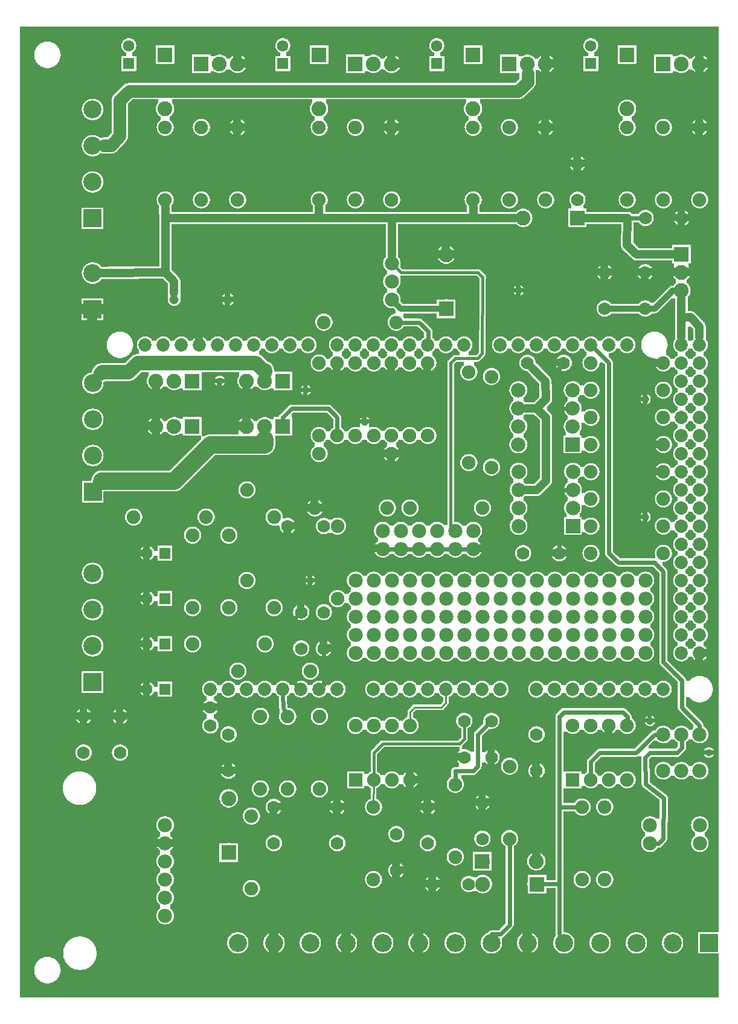
<source format=gbl>
G04 MADE WITH FRITZING*
G04 WWW.FRITZING.ORG*
G04 DOUBLE SIDED*
G04 HOLES PLATED*
G04 CONTOUR ON CENTER OF CONTOUR VECTOR*
%ASAXBY*%
%FSLAX23Y23*%
%MOIN*%
%OFA0B0*%
%SFA1.0B1.0*%
%ADD10C,0.075000*%
%ADD11C,0.070000*%
%ADD12C,0.039370*%
%ADD13C,0.082000*%
%ADD14C,0.078000*%
%ADD15C,0.072917*%
%ADD16C,0.051496*%
%ADD17C,0.079370*%
%ADD18C,0.062992*%
%ADD19C,0.099055*%
%ADD20R,0.082000X0.082000*%
%ADD21R,0.075000X0.075000*%
%ADD22R,0.079370X0.079370*%
%ADD23R,0.062992X0.062992*%
%ADD24R,0.099055X0.099055*%
%ADD25C,0.024000*%
%ADD26C,0.048000*%
%ADD27C,0.011111*%
%ADD28C,0.016000*%
%ADD29C,0.080000*%
%ADD30C,0.095000*%
%ADD31C,0.032000*%
%LNCOPPER0*%
G90*
G70*
G54D10*
X2197Y3952D03*
X3485Y5328D03*
G54D11*
X2118Y941D03*
X2118Y741D03*
X2518Y666D03*
X2318Y666D03*
G54D10*
X1718Y3766D03*
X2118Y3766D03*
G54D12*
X1943Y3216D03*
X1143Y3441D03*
X1618Y3391D03*
X1643Y2341D03*
G54D13*
X2893Y666D03*
X2595Y666D03*
X2593Y791D03*
X2891Y791D03*
G54D10*
X1893Y1241D03*
X1893Y1541D03*
X1993Y1241D03*
X1993Y1541D03*
X2093Y1241D03*
X2093Y1541D03*
X2193Y1241D03*
X2193Y1541D03*
G54D14*
X2693Y2341D03*
X3093Y2341D03*
X2193Y2341D03*
X3393Y2341D03*
X2793Y2341D03*
X3193Y2341D03*
X2993Y2341D03*
X2493Y2341D03*
X1993Y2341D03*
X2293Y2341D03*
X3493Y2341D03*
X2593Y2341D03*
X3293Y2341D03*
X2393Y2341D03*
X2893Y2341D03*
X2093Y2341D03*
X2693Y2241D03*
X3093Y2241D03*
X2193Y2241D03*
X3393Y2241D03*
X2793Y2241D03*
X3193Y2241D03*
X2993Y2241D03*
X2493Y2241D03*
X1993Y2241D03*
X2293Y2241D03*
X3493Y2241D03*
X2593Y2241D03*
X3293Y2241D03*
X2393Y2241D03*
X2893Y2241D03*
X2093Y2241D03*
X2693Y2141D03*
X3093Y2141D03*
X2193Y2141D03*
X3393Y2141D03*
X2793Y2141D03*
X3193Y2141D03*
X2993Y2141D03*
X2493Y2141D03*
X1993Y2141D03*
X2293Y2141D03*
X3493Y2141D03*
X2593Y2141D03*
X3293Y2141D03*
X2393Y2141D03*
X2893Y2141D03*
X2093Y2141D03*
X1993Y2041D03*
X3193Y2041D03*
X2493Y2041D03*
X2793Y2041D03*
X3393Y2041D03*
X3293Y2041D03*
X2393Y2041D03*
X2193Y2041D03*
X2993Y2041D03*
X2693Y2041D03*
X2293Y2041D03*
X2093Y2041D03*
X3093Y2041D03*
X2893Y2041D03*
X2593Y2041D03*
X3493Y2041D03*
X1993Y1941D03*
X2093Y1941D03*
X2193Y1941D03*
X2293Y1941D03*
X2393Y1941D03*
X2493Y1941D03*
X2593Y1941D03*
X2693Y1941D03*
X2793Y1941D03*
X2893Y1941D03*
X2993Y1941D03*
X3093Y1941D03*
X3193Y1941D03*
X3293Y1941D03*
X3393Y1941D03*
X3493Y1941D03*
X1893Y1941D03*
X1893Y2041D03*
X1893Y2141D03*
X1893Y2241D03*
X1893Y2341D03*
X2543Y2616D03*
X2443Y2616D03*
X2343Y2616D03*
X2243Y2616D03*
X2143Y2616D03*
X2043Y2616D03*
X2543Y2616D03*
X2443Y2616D03*
X2343Y2616D03*
X2243Y2616D03*
X2143Y2616D03*
X2043Y2616D03*
X2043Y2516D03*
X2143Y2516D03*
X2243Y2516D03*
X2343Y2516D03*
X2443Y2516D03*
X2543Y2516D03*
G54D12*
X3493Y3341D03*
X3843Y1391D03*
X3518Y1566D03*
X3493Y2691D03*
X2793Y3941D03*
G54D13*
X992Y3441D03*
X892Y3441D03*
X792Y3441D03*
X1492Y3441D03*
X1392Y3441D03*
X1292Y3441D03*
X1492Y3191D03*
X1392Y3191D03*
X1292Y3191D03*
X992Y3191D03*
X892Y3191D03*
X792Y3191D03*
G54D11*
X1092Y1641D03*
X1092Y1541D03*
G54D10*
X1318Y641D03*
X1318Y1041D03*
G54D15*
X2992Y1741D03*
X1392Y1741D03*
X3092Y1741D03*
X3192Y1741D03*
X3292Y1741D03*
X3392Y1741D03*
X3692Y3141D03*
X3492Y1741D03*
X3592Y1741D03*
X1432Y3641D03*
X1992Y1741D03*
X2092Y1741D03*
X2192Y1741D03*
X2292Y1741D03*
X3692Y2341D03*
X2392Y1741D03*
X2492Y1741D03*
X2592Y1741D03*
X2692Y1741D03*
X2192Y3641D03*
X3692Y3541D03*
X3692Y2741D03*
X3692Y1941D03*
X1032Y3641D03*
X1792Y1741D03*
X1792Y3641D03*
X3692Y3341D03*
X3692Y2941D03*
X3692Y2541D03*
X3392Y3641D03*
X3692Y2141D03*
X3292Y3641D03*
X3192Y3641D03*
X3092Y3641D03*
X2992Y3641D03*
X2892Y3641D03*
X2792Y3641D03*
X2692Y3641D03*
X832Y3641D03*
X1232Y3641D03*
X1632Y3641D03*
X1192Y1741D03*
X1592Y1741D03*
X2392Y3641D03*
X1992Y3641D03*
X3692Y3641D03*
X3692Y3441D03*
X3692Y3241D03*
X3692Y3041D03*
X3692Y2841D03*
X3692Y2641D03*
X3692Y2441D03*
X3692Y2241D03*
X3692Y2041D03*
X732Y3641D03*
X932Y3641D03*
X1132Y3641D03*
X1332Y3641D03*
X1532Y3641D03*
X1092Y1741D03*
X1292Y1741D03*
X1492Y1741D03*
X1692Y1741D03*
X2492Y3641D03*
X2292Y3641D03*
X2092Y3641D03*
X1892Y3641D03*
X3792Y3641D03*
X3792Y3541D03*
X3792Y3441D03*
X3792Y3341D03*
X3792Y3241D03*
X3792Y3141D03*
X3792Y3041D03*
X3792Y2941D03*
X3792Y2841D03*
X3792Y2741D03*
X3792Y2641D03*
X3792Y2541D03*
X3792Y2441D03*
X3792Y2341D03*
X3792Y2241D03*
X3792Y2141D03*
X3792Y2041D03*
X3792Y1941D03*
X2892Y1741D03*
G54D13*
X2393Y3841D03*
X2393Y4139D03*
G54D10*
X1243Y1841D03*
X1643Y1841D03*
G54D14*
X842Y991D03*
X842Y891D03*
X842Y791D03*
X842Y691D03*
X842Y591D03*
X842Y491D03*
G54D10*
X3092Y1241D03*
X3092Y1541D03*
X3192Y1241D03*
X3192Y1541D03*
X3292Y1241D03*
X3292Y1541D03*
X3392Y1241D03*
X3392Y1541D03*
G54D14*
X3592Y1291D03*
X3692Y1291D03*
X3792Y1291D03*
X3792Y1491D03*
X3692Y1491D03*
X3592Y1491D03*
X2093Y3891D03*
X2093Y3991D03*
X2093Y4091D03*
G54D10*
X3143Y1091D03*
X3143Y691D03*
X3268Y1091D03*
X3268Y691D03*
G54D14*
X3518Y991D03*
X3518Y891D03*
X3793Y991D03*
X3793Y891D03*
G54D10*
X3592Y2491D03*
X3192Y2491D03*
X2292Y3541D03*
X2292Y3141D03*
X1792Y3541D03*
X1792Y3141D03*
X3592Y3091D03*
X3192Y3091D03*
X3592Y2941D03*
X3192Y2941D03*
X2092Y3541D03*
X2092Y3141D03*
X2092Y3041D03*
X1692Y3041D03*
X3592Y3541D03*
X3192Y3541D03*
G54D13*
X3692Y4141D03*
X3692Y4041D03*
X3692Y3941D03*
G54D11*
X3693Y4341D03*
X3493Y4341D03*
X3492Y4041D03*
X3492Y3841D03*
X3118Y4641D03*
X3118Y4441D03*
X3268Y4041D03*
X3268Y3841D03*
G54D13*
X3116Y4341D03*
X2818Y4341D03*
G54D16*
X892Y3891D03*
X1187Y3891D03*
G54D17*
X3093Y2641D03*
X2793Y2641D03*
X3093Y2741D03*
X2793Y2741D03*
X3093Y2841D03*
X2793Y2841D03*
X3093Y2941D03*
X2793Y2941D03*
X3092Y3091D03*
X2792Y3091D03*
X3092Y3191D03*
X2792Y3191D03*
X3092Y3291D03*
X2792Y3291D03*
X3092Y3391D03*
X2792Y3391D03*
G54D10*
X3592Y2641D03*
X3192Y2641D03*
X2192Y3541D03*
X2192Y3141D03*
X1892Y3541D03*
X1892Y3141D03*
X3592Y3241D03*
X3192Y3241D03*
X3592Y2791D03*
X3192Y2791D03*
X1993Y3541D03*
X1993Y3141D03*
X1692Y3541D03*
X1692Y3141D03*
X3592Y3391D03*
X3192Y3391D03*
G54D11*
X3018Y2491D03*
X2818Y2491D03*
X3042Y3541D03*
X2842Y3541D03*
G54D10*
X1443Y2191D03*
X1443Y2691D03*
X2518Y2991D03*
X2518Y3491D03*
X1293Y2841D03*
X1293Y2341D03*
X2643Y3466D03*
X2643Y2966D03*
X1193Y2191D03*
X1193Y2591D03*
X668Y2691D03*
X1068Y2691D03*
X993Y1991D03*
X1393Y1991D03*
X993Y2191D03*
X993Y2591D03*
G54D18*
X841Y1991D03*
X742Y1991D03*
X841Y2491D03*
X742Y2491D03*
X841Y1741D03*
X742Y1741D03*
X841Y2241D03*
X742Y2241D03*
G54D10*
X2068Y2741D03*
X1668Y2741D03*
X1693Y1591D03*
X1693Y1191D03*
X1518Y1591D03*
X1518Y1191D03*
G54D11*
X2493Y1366D03*
X2493Y1566D03*
X1792Y1091D03*
X1792Y891D03*
X1192Y1291D03*
X1192Y1491D03*
X1442Y1091D03*
X1442Y891D03*
G54D10*
X1992Y691D03*
X1992Y1091D03*
X1368Y1191D03*
X1368Y1591D03*
G54D13*
X1193Y841D03*
X1193Y1139D03*
G54D19*
X443Y2830D03*
X443Y3030D03*
X443Y3230D03*
X443Y3430D03*
X3843Y341D03*
X3643Y341D03*
X3443Y341D03*
X3243Y341D03*
X3043Y341D03*
X2843Y341D03*
X2643Y341D03*
X2443Y341D03*
X2243Y341D03*
X2043Y341D03*
X1843Y341D03*
X1643Y341D03*
X1443Y341D03*
X1243Y341D03*
G54D11*
X2892Y1291D03*
X2892Y1491D03*
X1593Y1966D03*
X1593Y2166D03*
X2643Y1366D03*
X2643Y1566D03*
X392Y1591D03*
X392Y1391D03*
X593Y1591D03*
X593Y1391D03*
X2593Y1116D03*
X2593Y916D03*
X2292Y1091D03*
X2292Y891D03*
G54D10*
X2743Y916D03*
X2743Y1316D03*
X2443Y816D03*
X2443Y1216D03*
X2593Y2741D03*
X2193Y2741D03*
G54D11*
X1518Y2641D03*
X1718Y2641D03*
X1718Y1966D03*
X1718Y2166D03*
G54D10*
X1793Y2641D03*
X1793Y2241D03*
X842Y4441D03*
X842Y4841D03*
X2542Y4441D03*
X2542Y4841D03*
X1692Y4441D03*
X1692Y4841D03*
X3392Y4441D03*
X3392Y4841D03*
G54D18*
X642Y5193D03*
X642Y5291D03*
X2342Y5193D03*
X2342Y5291D03*
X1492Y5193D03*
X1492Y5291D03*
X3192Y5193D03*
X3192Y5291D03*
G54D13*
X842Y5241D03*
X842Y4943D03*
X2542Y5241D03*
X2542Y4943D03*
X1692Y5241D03*
X1692Y4943D03*
X3392Y5241D03*
X3392Y4943D03*
X1042Y5191D03*
X1142Y5191D03*
X1242Y5191D03*
X2742Y5191D03*
X2842Y5191D03*
X2942Y5191D03*
X1892Y5191D03*
X1992Y5191D03*
X2092Y5191D03*
X3592Y5191D03*
X3692Y5191D03*
X3792Y5191D03*
G54D10*
X1042Y4441D03*
X1042Y4841D03*
X2742Y4441D03*
X2742Y4841D03*
X1892Y4441D03*
X1892Y4841D03*
X3592Y4441D03*
X3592Y4841D03*
X1242Y4441D03*
X1242Y4841D03*
X2942Y4441D03*
X2942Y4841D03*
X2092Y4441D03*
X2092Y4841D03*
X3792Y4441D03*
X3792Y4841D03*
G54D19*
X442Y3837D03*
X442Y4037D03*
X442Y1780D03*
X442Y1980D03*
X442Y2180D03*
X442Y2380D03*
X442Y4340D03*
X442Y4540D03*
X442Y4740D03*
X442Y4940D03*
G54D20*
X2894Y666D03*
X2592Y791D03*
G54D21*
X1893Y1241D03*
G54D20*
X992Y3441D03*
X1492Y3441D03*
X1492Y3191D03*
X992Y3191D03*
X2393Y3840D03*
G54D21*
X3092Y1241D03*
G54D20*
X3692Y4141D03*
X3117Y4341D03*
G54D22*
X3093Y2641D03*
X3092Y3091D03*
G54D23*
X841Y1991D03*
X841Y2491D03*
X841Y1741D03*
X841Y2241D03*
G54D20*
X1193Y840D03*
G54D24*
X443Y2830D03*
X3843Y341D03*
G54D23*
X642Y5193D03*
X2342Y5193D03*
X1492Y5193D03*
X3192Y5193D03*
G54D20*
X842Y5242D03*
X2542Y5242D03*
X1692Y5242D03*
X3392Y5242D03*
X1042Y5191D03*
X2742Y5191D03*
X1892Y5191D03*
X3592Y5191D03*
G54D24*
X442Y3837D03*
X442Y1780D03*
X442Y4340D03*
G54D25*
X2743Y888D02*
X2743Y441D01*
D02*
X2743Y441D02*
X2695Y390D01*
D02*
X2695Y390D02*
X2644Y390D01*
D02*
X2644Y390D02*
X2644Y382D01*
D02*
X3019Y2841D02*
X3018Y2518D01*
D02*
X3062Y2841D02*
X3019Y2841D01*
D02*
X3019Y3293D02*
X3019Y2841D01*
D02*
X3061Y3292D02*
X3019Y3293D01*
D02*
X3019Y3517D02*
X3019Y3293D01*
D02*
X3024Y3523D02*
X3019Y3517D01*
D02*
X2113Y2516D02*
X2073Y2516D01*
D02*
X2173Y2516D02*
X2213Y2516D01*
D02*
X2273Y2516D02*
X2313Y2516D01*
D02*
X2373Y2516D02*
X2413Y2516D01*
D02*
X2473Y2516D02*
X2513Y2516D01*
G54D26*
D02*
X2543Y4402D02*
X2543Y4341D01*
D02*
X2775Y4341D02*
X2543Y4341D01*
D02*
X2094Y4341D02*
X2543Y4341D01*
D02*
X2094Y4341D02*
X2093Y4133D01*
D02*
X1692Y4341D02*
X2094Y4341D01*
D02*
X1692Y4341D02*
X1692Y4402D01*
D02*
X1193Y4341D02*
X1692Y4341D01*
D02*
X843Y4341D02*
X1193Y4341D01*
D02*
X843Y4341D02*
X843Y4402D01*
D02*
X843Y4341D02*
X843Y4041D01*
D02*
X892Y3990D02*
X843Y4041D01*
D02*
X843Y4041D02*
X494Y4037D01*
D02*
X892Y3929D02*
X892Y3990D01*
D02*
X2943Y3241D02*
X2943Y2890D01*
D02*
X2894Y2841D02*
X2943Y2890D01*
D02*
X2835Y2841D02*
X2894Y2841D01*
D02*
X2892Y3290D02*
X2943Y3241D01*
D02*
X2834Y3291D02*
X2892Y3290D01*
D02*
X2892Y3290D02*
X2944Y3341D01*
D02*
X2944Y3341D02*
X2940Y3441D01*
D02*
X2940Y3441D02*
X2868Y3515D01*
G54D25*
D02*
X2243Y3766D02*
X2294Y3717D01*
D02*
X2294Y3717D02*
X2293Y3672D01*
D02*
X2147Y3766D02*
X2243Y3766D01*
G54D26*
D02*
X3394Y4341D02*
X3392Y4190D01*
D02*
X3392Y4190D02*
X3444Y4141D01*
D02*
X3159Y4341D02*
X3394Y4341D01*
G54D25*
D02*
X3394Y4341D02*
X3467Y4341D01*
G54D26*
D02*
X3444Y4141D02*
X3649Y4141D01*
D02*
X3792Y3741D02*
X3792Y3683D01*
D02*
X3743Y3793D02*
X3792Y3741D01*
D02*
X3692Y3791D02*
X3743Y3793D01*
D02*
X3692Y3791D02*
X3692Y3898D01*
D02*
X3692Y3683D02*
X3692Y3791D01*
G54D25*
D02*
X1718Y1766D02*
X1714Y1762D01*
D02*
X1718Y1940D02*
X1718Y1766D01*
D02*
X1518Y1816D02*
X1571Y1763D01*
D02*
X1518Y2091D02*
X1518Y1816D01*
D02*
X1575Y2148D02*
X1518Y2091D01*
D02*
X3393Y1591D02*
X3393Y1570D01*
D02*
X3368Y1616D02*
X3393Y1591D01*
D02*
X3043Y1616D02*
X3368Y1616D01*
D02*
X3018Y1591D02*
X3043Y1616D01*
D02*
X3018Y1091D02*
X3018Y1591D01*
D02*
X3018Y1091D02*
X3115Y1091D01*
D02*
X3017Y667D02*
X3018Y1091D01*
D02*
X3017Y667D02*
X2925Y667D01*
D02*
X3019Y390D02*
X3017Y667D01*
D02*
X3025Y378D02*
X3019Y390D01*
G54D27*
D02*
X2217Y1641D02*
X2369Y1641D01*
D02*
X2391Y1667D02*
X2392Y1717D01*
D02*
X2369Y1641D02*
X2391Y1667D01*
D02*
X2195Y1616D02*
X2217Y1641D01*
D02*
X2194Y1564D02*
X2195Y1616D01*
D02*
X1993Y1218D02*
X1992Y1115D01*
G54D28*
D02*
X2469Y1441D02*
X2043Y1441D01*
D02*
X2043Y1441D02*
X1994Y1391D01*
D02*
X2494Y1467D02*
X2469Y1441D01*
D02*
X1994Y1391D02*
X1993Y1265D01*
D02*
X2493Y1546D02*
X2494Y1467D01*
G54D25*
D02*
X2443Y1290D02*
X2543Y1290D01*
D02*
X2568Y1317D02*
X2568Y1490D01*
D02*
X2543Y1290D02*
X2568Y1317D01*
D02*
X2443Y1245D02*
X2443Y1290D01*
D02*
X2568Y1490D02*
X2625Y1548D01*
D02*
X1493Y1641D02*
X1492Y1711D01*
D02*
X1505Y1617D02*
X1493Y1641D01*
G54D11*
D02*
X643Y5041D02*
X2792Y5041D01*
D02*
X2792Y5041D02*
X2843Y5090D01*
D02*
X592Y4990D02*
X643Y5041D01*
D02*
X2843Y5090D02*
X2843Y5137D01*
D02*
X592Y4793D02*
X592Y4990D01*
D02*
X543Y4741D02*
X592Y4793D01*
D02*
X505Y4741D02*
X543Y4741D01*
G54D25*
D02*
X3292Y3541D02*
X3292Y2491D01*
D02*
X3213Y3620D02*
X3292Y3541D01*
D02*
X3292Y2491D02*
X3343Y2441D01*
D02*
X3543Y2441D02*
X3592Y2391D01*
D02*
X3343Y2441D02*
X3543Y2441D01*
D02*
X3592Y1890D02*
X3695Y1790D01*
D02*
X3592Y2391D02*
X3592Y1890D01*
G54D29*
D02*
X1344Y3541D02*
X1393Y3491D01*
D02*
X1393Y3491D02*
X1393Y3501D01*
D02*
X692Y3541D02*
X1344Y3541D01*
D02*
X642Y3491D02*
X692Y3541D01*
D02*
X493Y3491D02*
X642Y3491D01*
D02*
X487Y3483D02*
X493Y3491D01*
G54D25*
D02*
X1744Y3290D02*
X1792Y3241D01*
D02*
X1792Y3241D02*
X1792Y3170D01*
D02*
X1540Y3290D02*
X1744Y3290D01*
D02*
X1492Y3241D02*
X1540Y3290D01*
D02*
X1492Y3224D02*
X1492Y3241D01*
G54D30*
D02*
X1392Y3090D02*
X1392Y3120D01*
D02*
X492Y2890D02*
X892Y2890D01*
D02*
X892Y2890D02*
X1092Y3090D01*
D02*
X1092Y3090D02*
X1392Y3090D01*
D02*
X494Y2892D02*
X492Y2890D01*
G54D31*
D02*
X2143Y3841D02*
X2118Y3866D01*
D02*
X2356Y3841D02*
X2143Y3841D01*
G54D28*
D02*
X2417Y3541D02*
X2417Y2641D01*
D02*
X2417Y2641D02*
X2426Y2633D01*
D02*
X2443Y3567D02*
X2417Y3541D01*
D02*
X2569Y4041D02*
X2595Y4016D01*
D02*
X2595Y4016D02*
X2592Y3593D01*
D02*
X2143Y4041D02*
X2569Y4041D01*
D02*
X2111Y4074D02*
X2143Y4041D01*
D02*
X2592Y3593D02*
X2569Y3567D01*
D02*
X2569Y3567D02*
X2443Y3567D01*
G54D25*
D02*
X3693Y1641D02*
X3695Y1790D01*
D02*
X3792Y1541D02*
X3693Y1641D01*
D02*
X3792Y1522D02*
X3792Y1541D01*
D02*
X3543Y1491D02*
X3562Y1491D01*
D02*
X3442Y1391D02*
X3543Y1491D01*
D02*
X3242Y1391D02*
X3442Y1391D01*
D02*
X3192Y1341D02*
X3242Y1391D01*
D02*
X3192Y1270D02*
X3192Y1341D01*
G54D31*
D02*
X3544Y3841D02*
X3524Y3841D01*
D02*
X3644Y3941D02*
X3544Y3841D01*
D02*
X3654Y3941D02*
X3644Y3941D01*
D02*
X3460Y3841D02*
X3300Y3841D01*
G54D25*
D02*
X3568Y890D02*
X3548Y891D01*
D02*
X3668Y1390D02*
X3519Y1390D01*
D02*
X3694Y1417D02*
X3668Y1390D01*
D02*
X3519Y1390D02*
X3492Y1366D01*
D02*
X3693Y1461D02*
X3694Y1417D01*
D02*
X3492Y1366D02*
X3494Y1217D01*
D02*
X3592Y917D02*
X3568Y890D01*
D02*
X3494Y1217D02*
X3594Y1141D01*
D02*
X3594Y1141D02*
X3592Y917D01*
G36*
X2140Y4023D02*
X2140Y4001D01*
X2142Y4001D01*
X2142Y3981D01*
X2140Y3981D01*
X2140Y3975D01*
X2138Y3975D01*
X2138Y3971D01*
X2136Y3971D01*
X2136Y3967D01*
X2134Y3967D01*
X2134Y3963D01*
X2132Y3963D01*
X2132Y3961D01*
X2130Y3961D01*
X2130Y3959D01*
X2128Y3959D01*
X2128Y3957D01*
X2126Y3957D01*
X2126Y3955D01*
X2124Y3955D01*
X2124Y3953D01*
X2122Y3953D01*
X2122Y3951D01*
X2120Y3951D01*
X2120Y3931D01*
X2124Y3931D01*
X2124Y3929D01*
X2126Y3929D01*
X2126Y3927D01*
X2128Y3927D01*
X2128Y3925D01*
X2130Y3925D01*
X2130Y3923D01*
X2132Y3923D01*
X2132Y3921D01*
X2134Y3921D01*
X2134Y3917D01*
X2136Y3917D01*
X2136Y3913D01*
X2138Y3913D01*
X2138Y3909D01*
X2140Y3909D01*
X2140Y3901D01*
X2142Y3901D01*
X2142Y3893D01*
X2402Y3893D01*
X2402Y3891D01*
X2444Y3891D01*
X2444Y3789D01*
X2576Y3789D01*
X2576Y4011D01*
X2574Y4011D01*
X2574Y4013D01*
X2572Y4013D01*
X2572Y4015D01*
X2570Y4015D01*
X2570Y4017D01*
X2568Y4017D01*
X2568Y4019D01*
X2566Y4019D01*
X2566Y4021D01*
X2564Y4021D01*
X2564Y4023D01*
X2140Y4023D01*
G37*
D02*
G36*
X2142Y3893D02*
X2142Y3879D01*
X2144Y3879D01*
X2144Y3877D01*
X2146Y3877D01*
X2146Y3875D01*
X2148Y3875D01*
X2148Y3873D01*
X2150Y3873D01*
X2150Y3871D01*
X2152Y3871D01*
X2152Y3869D01*
X2154Y3869D01*
X2154Y3867D01*
X2342Y3867D01*
X2342Y3891D01*
X2386Y3891D01*
X2386Y3893D01*
X2142Y3893D01*
G37*
D02*
G36*
X2156Y3815D02*
X2156Y3793D01*
X2158Y3793D01*
X2158Y3791D01*
X2160Y3791D01*
X2160Y3789D01*
X2342Y3789D01*
X2342Y3815D01*
X2156Y3815D01*
G37*
D02*
G36*
X2246Y3789D02*
X2246Y3787D01*
X2576Y3787D01*
X2576Y3789D01*
X2246Y3789D01*
G37*
D02*
G36*
X2246Y3789D02*
X2246Y3787D01*
X2576Y3787D01*
X2576Y3789D01*
X2246Y3789D01*
G37*
D02*
G36*
X2252Y3787D02*
X2252Y3785D01*
X2256Y3785D01*
X2256Y3783D01*
X2258Y3783D01*
X2258Y3781D01*
X2260Y3781D01*
X2260Y3779D01*
X2262Y3779D01*
X2262Y3777D01*
X2264Y3777D01*
X2264Y3775D01*
X2266Y3775D01*
X2266Y3773D01*
X2268Y3773D01*
X2268Y3771D01*
X2272Y3771D01*
X2272Y3769D01*
X2274Y3769D01*
X2274Y3767D01*
X2276Y3767D01*
X2276Y3765D01*
X2278Y3765D01*
X2278Y3763D01*
X2280Y3763D01*
X2280Y3761D01*
X2282Y3761D01*
X2282Y3759D01*
X2284Y3759D01*
X2284Y3757D01*
X2286Y3757D01*
X2286Y3755D01*
X2288Y3755D01*
X2288Y3753D01*
X2290Y3753D01*
X2290Y3751D01*
X2292Y3751D01*
X2292Y3749D01*
X2294Y3749D01*
X2294Y3747D01*
X2296Y3747D01*
X2296Y3745D01*
X2298Y3745D01*
X2298Y3743D01*
X2300Y3743D01*
X2300Y3741D01*
X2302Y3741D01*
X2302Y3739D01*
X2304Y3739D01*
X2304Y3737D01*
X2306Y3737D01*
X2306Y3735D01*
X2308Y3735D01*
X2308Y3733D01*
X2310Y3733D01*
X2310Y3731D01*
X2312Y3731D01*
X2312Y3729D01*
X2314Y3729D01*
X2314Y3725D01*
X2316Y3725D01*
X2316Y3689D01*
X2496Y3689D01*
X2496Y3687D01*
X2506Y3687D01*
X2506Y3685D01*
X2512Y3685D01*
X2512Y3683D01*
X2514Y3683D01*
X2514Y3681D01*
X2518Y3681D01*
X2518Y3679D01*
X2520Y3679D01*
X2520Y3677D01*
X2524Y3677D01*
X2524Y3675D01*
X2526Y3675D01*
X2526Y3673D01*
X2528Y3673D01*
X2528Y3669D01*
X2530Y3669D01*
X2530Y3667D01*
X2532Y3667D01*
X2532Y3663D01*
X2534Y3663D01*
X2534Y3659D01*
X2536Y3659D01*
X2536Y3653D01*
X2538Y3653D01*
X2538Y3631D01*
X2536Y3631D01*
X2536Y3625D01*
X2534Y3625D01*
X2534Y3621D01*
X2532Y3621D01*
X2532Y3617D01*
X2530Y3617D01*
X2530Y3613D01*
X2528Y3613D01*
X2528Y3611D01*
X2526Y3611D01*
X2526Y3609D01*
X2524Y3609D01*
X2524Y3607D01*
X2522Y3607D01*
X2522Y3605D01*
X2518Y3605D01*
X2518Y3585D01*
X2562Y3585D01*
X2562Y3587D01*
X2564Y3587D01*
X2564Y3589D01*
X2566Y3589D01*
X2566Y3593D01*
X2568Y3593D01*
X2568Y3595D01*
X2570Y3595D01*
X2570Y3597D01*
X2572Y3597D01*
X2572Y3599D01*
X2574Y3599D01*
X2574Y3721D01*
X2576Y3721D01*
X2576Y3787D01*
X2252Y3787D01*
G37*
D02*
G36*
X2316Y3689D02*
X2316Y3681D01*
X2318Y3681D01*
X2318Y3679D01*
X2320Y3679D01*
X2320Y3677D01*
X2324Y3677D01*
X2324Y3675D01*
X2326Y3675D01*
X2326Y3673D01*
X2328Y3673D01*
X2328Y3669D01*
X2330Y3669D01*
X2330Y3667D01*
X2332Y3667D01*
X2332Y3663D01*
X2352Y3663D01*
X2352Y3667D01*
X2354Y3667D01*
X2354Y3669D01*
X2356Y3669D01*
X2356Y3671D01*
X2358Y3671D01*
X2358Y3675D01*
X2360Y3675D01*
X2360Y3677D01*
X2364Y3677D01*
X2364Y3679D01*
X2366Y3679D01*
X2366Y3681D01*
X2370Y3681D01*
X2370Y3683D01*
X2374Y3683D01*
X2374Y3685D01*
X2378Y3685D01*
X2378Y3687D01*
X2388Y3687D01*
X2388Y3689D01*
X2316Y3689D01*
G37*
D02*
G36*
X2396Y3689D02*
X2396Y3687D01*
X2406Y3687D01*
X2406Y3685D01*
X2412Y3685D01*
X2412Y3683D01*
X2414Y3683D01*
X2414Y3681D01*
X2418Y3681D01*
X2418Y3679D01*
X2420Y3679D01*
X2420Y3677D01*
X2424Y3677D01*
X2424Y3675D01*
X2426Y3675D01*
X2426Y3673D01*
X2428Y3673D01*
X2428Y3669D01*
X2430Y3669D01*
X2430Y3667D01*
X2432Y3667D01*
X2432Y3663D01*
X2452Y3663D01*
X2452Y3667D01*
X2454Y3667D01*
X2454Y3669D01*
X2456Y3669D01*
X2456Y3671D01*
X2458Y3671D01*
X2458Y3675D01*
X2460Y3675D01*
X2460Y3677D01*
X2464Y3677D01*
X2464Y3679D01*
X2466Y3679D01*
X2466Y3681D01*
X2470Y3681D01*
X2470Y3683D01*
X2474Y3683D01*
X2474Y3685D01*
X2478Y3685D01*
X2478Y3687D01*
X2488Y3687D01*
X2488Y3689D01*
X2396Y3689D01*
G37*
D02*
G36*
X3726Y3741D02*
X3726Y3673D01*
X3728Y3673D01*
X3728Y3669D01*
X3730Y3669D01*
X3730Y3667D01*
X3732Y3667D01*
X3732Y3663D01*
X3752Y3663D01*
X3752Y3667D01*
X3754Y3667D01*
X3754Y3669D01*
X3756Y3669D01*
X3756Y3671D01*
X3758Y3671D01*
X3758Y3729D01*
X3756Y3729D01*
X3756Y3731D01*
X3754Y3731D01*
X3754Y3733D01*
X3752Y3733D01*
X3752Y3735D01*
X3750Y3735D01*
X3750Y3737D01*
X3748Y3737D01*
X3748Y3739D01*
X3746Y3739D01*
X3746Y3741D01*
X3726Y3741D01*
G37*
D02*
G36*
X1832Y3621D02*
X1832Y3617D01*
X1830Y3617D01*
X1830Y3613D01*
X1828Y3613D01*
X1828Y3611D01*
X1826Y3611D01*
X1826Y3609D01*
X1824Y3609D01*
X1824Y3607D01*
X1822Y3607D01*
X1822Y3605D01*
X1818Y3605D01*
X1818Y3603D01*
X1816Y3603D01*
X1816Y3581D01*
X1820Y3581D01*
X1820Y3579D01*
X1822Y3579D01*
X1822Y3577D01*
X1824Y3577D01*
X1824Y3575D01*
X1826Y3575D01*
X1826Y3573D01*
X1828Y3573D01*
X1828Y3571D01*
X1830Y3571D01*
X1830Y3569D01*
X1832Y3569D01*
X1832Y3565D01*
X1852Y3565D01*
X1852Y3569D01*
X1854Y3569D01*
X1854Y3571D01*
X1856Y3571D01*
X1856Y3573D01*
X1858Y3573D01*
X1858Y3575D01*
X1860Y3575D01*
X1860Y3577D01*
X1862Y3577D01*
X1862Y3579D01*
X1864Y3579D01*
X1864Y3581D01*
X1868Y3581D01*
X1868Y3603D01*
X1866Y3603D01*
X1866Y3605D01*
X1862Y3605D01*
X1862Y3607D01*
X1860Y3607D01*
X1860Y3609D01*
X1858Y3609D01*
X1858Y3611D01*
X1856Y3611D01*
X1856Y3615D01*
X1854Y3615D01*
X1854Y3617D01*
X1852Y3617D01*
X1852Y3621D01*
X1832Y3621D01*
G37*
D02*
G36*
X1932Y3621D02*
X1932Y3617D01*
X1930Y3617D01*
X1930Y3613D01*
X1928Y3613D01*
X1928Y3611D01*
X1926Y3611D01*
X1926Y3609D01*
X1924Y3609D01*
X1924Y3607D01*
X1922Y3607D01*
X1922Y3605D01*
X1918Y3605D01*
X1918Y3603D01*
X1916Y3603D01*
X1916Y3581D01*
X1920Y3581D01*
X1920Y3579D01*
X1922Y3579D01*
X1922Y3577D01*
X1924Y3577D01*
X1924Y3575D01*
X1926Y3575D01*
X1926Y3573D01*
X1928Y3573D01*
X1928Y3571D01*
X1930Y3571D01*
X1930Y3569D01*
X1932Y3569D01*
X1932Y3565D01*
X1952Y3565D01*
X1952Y3567D01*
X1954Y3567D01*
X1954Y3569D01*
X1956Y3569D01*
X1956Y3573D01*
X1958Y3573D01*
X1958Y3575D01*
X1960Y3575D01*
X1960Y3577D01*
X1962Y3577D01*
X1962Y3579D01*
X1966Y3579D01*
X1966Y3581D01*
X1968Y3581D01*
X1968Y3603D01*
X1966Y3603D01*
X1966Y3605D01*
X1962Y3605D01*
X1962Y3607D01*
X1960Y3607D01*
X1960Y3609D01*
X1958Y3609D01*
X1958Y3611D01*
X1956Y3611D01*
X1956Y3615D01*
X1954Y3615D01*
X1954Y3617D01*
X1952Y3617D01*
X1952Y3621D01*
X1932Y3621D01*
G37*
D02*
G36*
X2032Y3621D02*
X2032Y3617D01*
X2030Y3617D01*
X2030Y3613D01*
X2028Y3613D01*
X2028Y3611D01*
X2026Y3611D01*
X2026Y3609D01*
X2024Y3609D01*
X2024Y3607D01*
X2022Y3607D01*
X2022Y3605D01*
X2018Y3605D01*
X2018Y3603D01*
X2016Y3603D01*
X2016Y3583D01*
X2018Y3583D01*
X2018Y3581D01*
X2022Y3581D01*
X2022Y3579D01*
X2024Y3579D01*
X2024Y3577D01*
X2026Y3577D01*
X2026Y3575D01*
X2028Y3575D01*
X2028Y3573D01*
X2030Y3573D01*
X2030Y3571D01*
X2032Y3571D01*
X2032Y3567D01*
X2052Y3567D01*
X2052Y3569D01*
X2054Y3569D01*
X2054Y3571D01*
X2056Y3571D01*
X2056Y3573D01*
X2058Y3573D01*
X2058Y3575D01*
X2060Y3575D01*
X2060Y3577D01*
X2062Y3577D01*
X2062Y3579D01*
X2064Y3579D01*
X2064Y3581D01*
X2068Y3581D01*
X2068Y3603D01*
X2066Y3603D01*
X2066Y3605D01*
X2062Y3605D01*
X2062Y3607D01*
X2060Y3607D01*
X2060Y3609D01*
X2058Y3609D01*
X2058Y3611D01*
X2056Y3611D01*
X2056Y3615D01*
X2054Y3615D01*
X2054Y3617D01*
X2052Y3617D01*
X2052Y3621D01*
X2032Y3621D01*
G37*
D02*
G36*
X2132Y3621D02*
X2132Y3617D01*
X2130Y3617D01*
X2130Y3613D01*
X2128Y3613D01*
X2128Y3611D01*
X2126Y3611D01*
X2126Y3609D01*
X2124Y3609D01*
X2124Y3607D01*
X2122Y3607D01*
X2122Y3605D01*
X2118Y3605D01*
X2118Y3603D01*
X2116Y3603D01*
X2116Y3581D01*
X2120Y3581D01*
X2120Y3579D01*
X2122Y3579D01*
X2122Y3577D01*
X2124Y3577D01*
X2124Y3575D01*
X2126Y3575D01*
X2126Y3573D01*
X2128Y3573D01*
X2128Y3571D01*
X2130Y3571D01*
X2130Y3569D01*
X2132Y3569D01*
X2132Y3565D01*
X2152Y3565D01*
X2152Y3569D01*
X2154Y3569D01*
X2154Y3571D01*
X2156Y3571D01*
X2156Y3573D01*
X2158Y3573D01*
X2158Y3575D01*
X2160Y3575D01*
X2160Y3577D01*
X2162Y3577D01*
X2162Y3579D01*
X2164Y3579D01*
X2164Y3581D01*
X2168Y3581D01*
X2168Y3603D01*
X2166Y3603D01*
X2166Y3605D01*
X2162Y3605D01*
X2162Y3607D01*
X2160Y3607D01*
X2160Y3609D01*
X2158Y3609D01*
X2158Y3611D01*
X2156Y3611D01*
X2156Y3615D01*
X2154Y3615D01*
X2154Y3617D01*
X2152Y3617D01*
X2152Y3621D01*
X2132Y3621D01*
G37*
D02*
G36*
X2232Y3621D02*
X2232Y3617D01*
X2230Y3617D01*
X2230Y3613D01*
X2228Y3613D01*
X2228Y3611D01*
X2226Y3611D01*
X2226Y3609D01*
X2224Y3609D01*
X2224Y3607D01*
X2222Y3607D01*
X2222Y3605D01*
X2218Y3605D01*
X2218Y3603D01*
X2216Y3603D01*
X2216Y3581D01*
X2220Y3581D01*
X2220Y3579D01*
X2222Y3579D01*
X2222Y3577D01*
X2224Y3577D01*
X2224Y3575D01*
X2226Y3575D01*
X2226Y3573D01*
X2228Y3573D01*
X2228Y3571D01*
X2230Y3571D01*
X2230Y3569D01*
X2232Y3569D01*
X2232Y3565D01*
X2252Y3565D01*
X2252Y3569D01*
X2254Y3569D01*
X2254Y3571D01*
X2256Y3571D01*
X2256Y3573D01*
X2258Y3573D01*
X2258Y3575D01*
X2260Y3575D01*
X2260Y3577D01*
X2262Y3577D01*
X2262Y3579D01*
X2264Y3579D01*
X2264Y3581D01*
X2268Y3581D01*
X2268Y3603D01*
X2266Y3603D01*
X2266Y3605D01*
X2262Y3605D01*
X2262Y3607D01*
X2260Y3607D01*
X2260Y3609D01*
X2258Y3609D01*
X2258Y3611D01*
X2256Y3611D01*
X2256Y3615D01*
X2254Y3615D01*
X2254Y3617D01*
X2252Y3617D01*
X2252Y3621D01*
X2232Y3621D01*
G37*
D02*
G36*
X3732Y3621D02*
X3732Y3617D01*
X3730Y3617D01*
X3730Y3613D01*
X3728Y3613D01*
X3728Y3611D01*
X3726Y3611D01*
X3726Y3609D01*
X3724Y3609D01*
X3724Y3607D01*
X3722Y3607D01*
X3722Y3605D01*
X3718Y3605D01*
X3718Y3603D01*
X3716Y3603D01*
X3716Y3601D01*
X3714Y3601D01*
X3714Y3581D01*
X3718Y3581D01*
X3718Y3579D01*
X3720Y3579D01*
X3720Y3577D01*
X3724Y3577D01*
X3724Y3575D01*
X3726Y3575D01*
X3726Y3573D01*
X3728Y3573D01*
X3728Y3569D01*
X3730Y3569D01*
X3730Y3567D01*
X3732Y3567D01*
X3732Y3563D01*
X3752Y3563D01*
X3752Y3567D01*
X3754Y3567D01*
X3754Y3569D01*
X3756Y3569D01*
X3756Y3571D01*
X3758Y3571D01*
X3758Y3575D01*
X3760Y3575D01*
X3760Y3577D01*
X3764Y3577D01*
X3764Y3579D01*
X3766Y3579D01*
X3766Y3581D01*
X3770Y3581D01*
X3770Y3601D01*
X3768Y3601D01*
X3768Y3603D01*
X3766Y3603D01*
X3766Y3605D01*
X3762Y3605D01*
X3762Y3607D01*
X3760Y3607D01*
X3760Y3609D01*
X3758Y3609D01*
X3758Y3611D01*
X3756Y3611D01*
X3756Y3615D01*
X3754Y3615D01*
X3754Y3617D01*
X3752Y3617D01*
X3752Y3621D01*
X3732Y3621D01*
G37*
D02*
G36*
X3732Y3521D02*
X3732Y3517D01*
X3730Y3517D01*
X3730Y3513D01*
X3728Y3513D01*
X3728Y3511D01*
X3726Y3511D01*
X3726Y3509D01*
X3724Y3509D01*
X3724Y3507D01*
X3722Y3507D01*
X3722Y3505D01*
X3718Y3505D01*
X3718Y3503D01*
X3716Y3503D01*
X3716Y3501D01*
X3714Y3501D01*
X3714Y3481D01*
X3718Y3481D01*
X3718Y3479D01*
X3720Y3479D01*
X3720Y3477D01*
X3724Y3477D01*
X3724Y3475D01*
X3726Y3475D01*
X3726Y3473D01*
X3728Y3473D01*
X3728Y3469D01*
X3730Y3469D01*
X3730Y3467D01*
X3732Y3467D01*
X3732Y3463D01*
X3752Y3463D01*
X3752Y3467D01*
X3754Y3467D01*
X3754Y3469D01*
X3756Y3469D01*
X3756Y3471D01*
X3758Y3471D01*
X3758Y3475D01*
X3760Y3475D01*
X3760Y3477D01*
X3764Y3477D01*
X3764Y3479D01*
X3766Y3479D01*
X3766Y3481D01*
X3770Y3481D01*
X3770Y3501D01*
X3768Y3501D01*
X3768Y3503D01*
X3766Y3503D01*
X3766Y3505D01*
X3762Y3505D01*
X3762Y3507D01*
X3760Y3507D01*
X3760Y3509D01*
X3758Y3509D01*
X3758Y3511D01*
X3756Y3511D01*
X3756Y3515D01*
X3754Y3515D01*
X3754Y3517D01*
X3752Y3517D01*
X3752Y3521D01*
X3732Y3521D01*
G37*
D02*
G36*
X3732Y3421D02*
X3732Y3417D01*
X3730Y3417D01*
X3730Y3413D01*
X3728Y3413D01*
X3728Y3411D01*
X3726Y3411D01*
X3726Y3409D01*
X3724Y3409D01*
X3724Y3407D01*
X3722Y3407D01*
X3722Y3405D01*
X3718Y3405D01*
X3718Y3403D01*
X3716Y3403D01*
X3716Y3401D01*
X3714Y3401D01*
X3714Y3381D01*
X3718Y3381D01*
X3718Y3379D01*
X3720Y3379D01*
X3720Y3377D01*
X3724Y3377D01*
X3724Y3375D01*
X3726Y3375D01*
X3726Y3373D01*
X3728Y3373D01*
X3728Y3369D01*
X3730Y3369D01*
X3730Y3367D01*
X3732Y3367D01*
X3732Y3363D01*
X3752Y3363D01*
X3752Y3367D01*
X3754Y3367D01*
X3754Y3369D01*
X3756Y3369D01*
X3756Y3371D01*
X3758Y3371D01*
X3758Y3375D01*
X3760Y3375D01*
X3760Y3377D01*
X3764Y3377D01*
X3764Y3379D01*
X3766Y3379D01*
X3766Y3381D01*
X3770Y3381D01*
X3770Y3401D01*
X3768Y3401D01*
X3768Y3403D01*
X3766Y3403D01*
X3766Y3405D01*
X3762Y3405D01*
X3762Y3407D01*
X3760Y3407D01*
X3760Y3409D01*
X3758Y3409D01*
X3758Y3411D01*
X3756Y3411D01*
X3756Y3415D01*
X3754Y3415D01*
X3754Y3417D01*
X3752Y3417D01*
X3752Y3421D01*
X3732Y3421D01*
G37*
D02*
G36*
X3732Y3321D02*
X3732Y3317D01*
X3730Y3317D01*
X3730Y3313D01*
X3728Y3313D01*
X3728Y3311D01*
X3726Y3311D01*
X3726Y3309D01*
X3724Y3309D01*
X3724Y3307D01*
X3722Y3307D01*
X3722Y3305D01*
X3718Y3305D01*
X3718Y3303D01*
X3716Y3303D01*
X3716Y3301D01*
X3714Y3301D01*
X3714Y3281D01*
X3718Y3281D01*
X3718Y3279D01*
X3720Y3279D01*
X3720Y3277D01*
X3724Y3277D01*
X3724Y3275D01*
X3726Y3275D01*
X3726Y3273D01*
X3728Y3273D01*
X3728Y3269D01*
X3730Y3269D01*
X3730Y3267D01*
X3732Y3267D01*
X3732Y3263D01*
X3752Y3263D01*
X3752Y3267D01*
X3754Y3267D01*
X3754Y3269D01*
X3756Y3269D01*
X3756Y3271D01*
X3758Y3271D01*
X3758Y3275D01*
X3760Y3275D01*
X3760Y3277D01*
X3764Y3277D01*
X3764Y3279D01*
X3766Y3279D01*
X3766Y3281D01*
X3770Y3281D01*
X3770Y3301D01*
X3768Y3301D01*
X3768Y3303D01*
X3766Y3303D01*
X3766Y3305D01*
X3762Y3305D01*
X3762Y3307D01*
X3760Y3307D01*
X3760Y3309D01*
X3758Y3309D01*
X3758Y3311D01*
X3756Y3311D01*
X3756Y3315D01*
X3754Y3315D01*
X3754Y3317D01*
X3752Y3317D01*
X3752Y3321D01*
X3732Y3321D01*
G37*
D02*
G36*
X3732Y3221D02*
X3732Y3217D01*
X3730Y3217D01*
X3730Y3213D01*
X3728Y3213D01*
X3728Y3211D01*
X3726Y3211D01*
X3726Y3209D01*
X3724Y3209D01*
X3724Y3207D01*
X3722Y3207D01*
X3722Y3205D01*
X3718Y3205D01*
X3718Y3203D01*
X3716Y3203D01*
X3716Y3201D01*
X3714Y3201D01*
X3714Y3181D01*
X3718Y3181D01*
X3718Y3179D01*
X3720Y3179D01*
X3720Y3177D01*
X3724Y3177D01*
X3724Y3175D01*
X3726Y3175D01*
X3726Y3173D01*
X3728Y3173D01*
X3728Y3169D01*
X3730Y3169D01*
X3730Y3167D01*
X3732Y3167D01*
X3732Y3163D01*
X3752Y3163D01*
X3752Y3167D01*
X3754Y3167D01*
X3754Y3169D01*
X3756Y3169D01*
X3756Y3171D01*
X3758Y3171D01*
X3758Y3175D01*
X3760Y3175D01*
X3760Y3177D01*
X3764Y3177D01*
X3764Y3179D01*
X3766Y3179D01*
X3766Y3181D01*
X3770Y3181D01*
X3770Y3201D01*
X3768Y3201D01*
X3768Y3203D01*
X3766Y3203D01*
X3766Y3205D01*
X3762Y3205D01*
X3762Y3207D01*
X3760Y3207D01*
X3760Y3209D01*
X3758Y3209D01*
X3758Y3211D01*
X3756Y3211D01*
X3756Y3215D01*
X3754Y3215D01*
X3754Y3217D01*
X3752Y3217D01*
X3752Y3221D01*
X3732Y3221D01*
G37*
D02*
G36*
X3732Y3121D02*
X3732Y3117D01*
X3730Y3117D01*
X3730Y3113D01*
X3728Y3113D01*
X3728Y3111D01*
X3726Y3111D01*
X3726Y3109D01*
X3724Y3109D01*
X3724Y3107D01*
X3722Y3107D01*
X3722Y3105D01*
X3718Y3105D01*
X3718Y3103D01*
X3716Y3103D01*
X3716Y3101D01*
X3714Y3101D01*
X3714Y3081D01*
X3718Y3081D01*
X3718Y3079D01*
X3720Y3079D01*
X3720Y3077D01*
X3724Y3077D01*
X3724Y3075D01*
X3726Y3075D01*
X3726Y3073D01*
X3728Y3073D01*
X3728Y3069D01*
X3730Y3069D01*
X3730Y3067D01*
X3732Y3067D01*
X3732Y3063D01*
X3752Y3063D01*
X3752Y3067D01*
X3754Y3067D01*
X3754Y3069D01*
X3756Y3069D01*
X3756Y3071D01*
X3758Y3071D01*
X3758Y3075D01*
X3760Y3075D01*
X3760Y3077D01*
X3764Y3077D01*
X3764Y3079D01*
X3766Y3079D01*
X3766Y3081D01*
X3770Y3081D01*
X3770Y3101D01*
X3768Y3101D01*
X3768Y3103D01*
X3766Y3103D01*
X3766Y3105D01*
X3762Y3105D01*
X3762Y3107D01*
X3760Y3107D01*
X3760Y3109D01*
X3758Y3109D01*
X3758Y3111D01*
X3756Y3111D01*
X3756Y3115D01*
X3754Y3115D01*
X3754Y3117D01*
X3752Y3117D01*
X3752Y3121D01*
X3732Y3121D01*
G37*
D02*
G36*
X3732Y3021D02*
X3732Y3017D01*
X3730Y3017D01*
X3730Y3013D01*
X3728Y3013D01*
X3728Y3011D01*
X3726Y3011D01*
X3726Y3009D01*
X3724Y3009D01*
X3724Y3007D01*
X3722Y3007D01*
X3722Y3005D01*
X3718Y3005D01*
X3718Y3003D01*
X3716Y3003D01*
X3716Y3001D01*
X3714Y3001D01*
X3714Y2981D01*
X3718Y2981D01*
X3718Y2979D01*
X3720Y2979D01*
X3720Y2977D01*
X3724Y2977D01*
X3724Y2975D01*
X3726Y2975D01*
X3726Y2973D01*
X3728Y2973D01*
X3728Y2969D01*
X3730Y2969D01*
X3730Y2967D01*
X3732Y2967D01*
X3732Y2963D01*
X3752Y2963D01*
X3752Y2967D01*
X3754Y2967D01*
X3754Y2969D01*
X3756Y2969D01*
X3756Y2971D01*
X3758Y2971D01*
X3758Y2975D01*
X3760Y2975D01*
X3760Y2977D01*
X3764Y2977D01*
X3764Y2979D01*
X3766Y2979D01*
X3766Y2981D01*
X3770Y2981D01*
X3770Y3001D01*
X3768Y3001D01*
X3768Y3003D01*
X3766Y3003D01*
X3766Y3005D01*
X3762Y3005D01*
X3762Y3007D01*
X3760Y3007D01*
X3760Y3009D01*
X3758Y3009D01*
X3758Y3011D01*
X3756Y3011D01*
X3756Y3015D01*
X3754Y3015D01*
X3754Y3017D01*
X3752Y3017D01*
X3752Y3021D01*
X3732Y3021D01*
G37*
D02*
G36*
X3732Y2921D02*
X3732Y2917D01*
X3730Y2917D01*
X3730Y2913D01*
X3728Y2913D01*
X3728Y2911D01*
X3726Y2911D01*
X3726Y2909D01*
X3724Y2909D01*
X3724Y2907D01*
X3722Y2907D01*
X3722Y2905D01*
X3718Y2905D01*
X3718Y2903D01*
X3716Y2903D01*
X3716Y2901D01*
X3714Y2901D01*
X3714Y2881D01*
X3718Y2881D01*
X3718Y2879D01*
X3720Y2879D01*
X3720Y2877D01*
X3724Y2877D01*
X3724Y2875D01*
X3726Y2875D01*
X3726Y2873D01*
X3728Y2873D01*
X3728Y2869D01*
X3730Y2869D01*
X3730Y2867D01*
X3732Y2867D01*
X3732Y2863D01*
X3752Y2863D01*
X3752Y2867D01*
X3754Y2867D01*
X3754Y2869D01*
X3756Y2869D01*
X3756Y2871D01*
X3758Y2871D01*
X3758Y2875D01*
X3760Y2875D01*
X3760Y2877D01*
X3764Y2877D01*
X3764Y2879D01*
X3766Y2879D01*
X3766Y2881D01*
X3770Y2881D01*
X3770Y2901D01*
X3768Y2901D01*
X3768Y2903D01*
X3766Y2903D01*
X3766Y2905D01*
X3762Y2905D01*
X3762Y2907D01*
X3760Y2907D01*
X3760Y2909D01*
X3758Y2909D01*
X3758Y2911D01*
X3756Y2911D01*
X3756Y2915D01*
X3754Y2915D01*
X3754Y2917D01*
X3752Y2917D01*
X3752Y2921D01*
X3732Y2921D01*
G37*
D02*
G36*
X3732Y2821D02*
X3732Y2817D01*
X3730Y2817D01*
X3730Y2813D01*
X3728Y2813D01*
X3728Y2811D01*
X3726Y2811D01*
X3726Y2809D01*
X3724Y2809D01*
X3724Y2807D01*
X3722Y2807D01*
X3722Y2805D01*
X3718Y2805D01*
X3718Y2803D01*
X3716Y2803D01*
X3716Y2801D01*
X3714Y2801D01*
X3714Y2781D01*
X3718Y2781D01*
X3718Y2779D01*
X3720Y2779D01*
X3720Y2777D01*
X3724Y2777D01*
X3724Y2775D01*
X3726Y2775D01*
X3726Y2773D01*
X3728Y2773D01*
X3728Y2769D01*
X3730Y2769D01*
X3730Y2767D01*
X3732Y2767D01*
X3732Y2763D01*
X3752Y2763D01*
X3752Y2767D01*
X3754Y2767D01*
X3754Y2769D01*
X3756Y2769D01*
X3756Y2771D01*
X3758Y2771D01*
X3758Y2775D01*
X3760Y2775D01*
X3760Y2777D01*
X3764Y2777D01*
X3764Y2779D01*
X3766Y2779D01*
X3766Y2781D01*
X3770Y2781D01*
X3770Y2801D01*
X3768Y2801D01*
X3768Y2803D01*
X3766Y2803D01*
X3766Y2805D01*
X3762Y2805D01*
X3762Y2807D01*
X3760Y2807D01*
X3760Y2809D01*
X3758Y2809D01*
X3758Y2811D01*
X3756Y2811D01*
X3756Y2815D01*
X3754Y2815D01*
X3754Y2817D01*
X3752Y2817D01*
X3752Y2821D01*
X3732Y2821D01*
G37*
D02*
G36*
X3732Y2721D02*
X3732Y2717D01*
X3730Y2717D01*
X3730Y2713D01*
X3728Y2713D01*
X3728Y2711D01*
X3726Y2711D01*
X3726Y2709D01*
X3724Y2709D01*
X3724Y2707D01*
X3722Y2707D01*
X3722Y2705D01*
X3718Y2705D01*
X3718Y2703D01*
X3716Y2703D01*
X3716Y2701D01*
X3714Y2701D01*
X3714Y2681D01*
X3718Y2681D01*
X3718Y2679D01*
X3720Y2679D01*
X3720Y2677D01*
X3724Y2677D01*
X3724Y2675D01*
X3726Y2675D01*
X3726Y2673D01*
X3728Y2673D01*
X3728Y2669D01*
X3730Y2669D01*
X3730Y2667D01*
X3732Y2667D01*
X3732Y2663D01*
X3752Y2663D01*
X3752Y2667D01*
X3754Y2667D01*
X3754Y2669D01*
X3756Y2669D01*
X3756Y2671D01*
X3758Y2671D01*
X3758Y2675D01*
X3760Y2675D01*
X3760Y2677D01*
X3764Y2677D01*
X3764Y2679D01*
X3766Y2679D01*
X3766Y2681D01*
X3770Y2681D01*
X3770Y2701D01*
X3768Y2701D01*
X3768Y2703D01*
X3766Y2703D01*
X3766Y2705D01*
X3762Y2705D01*
X3762Y2707D01*
X3760Y2707D01*
X3760Y2709D01*
X3758Y2709D01*
X3758Y2711D01*
X3756Y2711D01*
X3756Y2715D01*
X3754Y2715D01*
X3754Y2717D01*
X3752Y2717D01*
X3752Y2721D01*
X3732Y2721D01*
G37*
D02*
G36*
X3732Y2621D02*
X3732Y2617D01*
X3730Y2617D01*
X3730Y2613D01*
X3728Y2613D01*
X3728Y2611D01*
X3726Y2611D01*
X3726Y2609D01*
X3724Y2609D01*
X3724Y2607D01*
X3722Y2607D01*
X3722Y2605D01*
X3718Y2605D01*
X3718Y2603D01*
X3716Y2603D01*
X3716Y2601D01*
X3714Y2601D01*
X3714Y2581D01*
X3718Y2581D01*
X3718Y2579D01*
X3720Y2579D01*
X3720Y2577D01*
X3724Y2577D01*
X3724Y2575D01*
X3726Y2575D01*
X3726Y2573D01*
X3728Y2573D01*
X3728Y2569D01*
X3730Y2569D01*
X3730Y2567D01*
X3732Y2567D01*
X3732Y2563D01*
X3752Y2563D01*
X3752Y2567D01*
X3754Y2567D01*
X3754Y2569D01*
X3756Y2569D01*
X3756Y2571D01*
X3758Y2571D01*
X3758Y2575D01*
X3760Y2575D01*
X3760Y2577D01*
X3764Y2577D01*
X3764Y2579D01*
X3766Y2579D01*
X3766Y2581D01*
X3770Y2581D01*
X3770Y2601D01*
X3768Y2601D01*
X3768Y2603D01*
X3766Y2603D01*
X3766Y2605D01*
X3762Y2605D01*
X3762Y2607D01*
X3760Y2607D01*
X3760Y2609D01*
X3758Y2609D01*
X3758Y2611D01*
X3756Y2611D01*
X3756Y2615D01*
X3754Y2615D01*
X3754Y2617D01*
X3752Y2617D01*
X3752Y2621D01*
X3732Y2621D01*
G37*
D02*
G36*
X3732Y2521D02*
X3732Y2517D01*
X3730Y2517D01*
X3730Y2513D01*
X3728Y2513D01*
X3728Y2511D01*
X3726Y2511D01*
X3726Y2509D01*
X3724Y2509D01*
X3724Y2507D01*
X3722Y2507D01*
X3722Y2505D01*
X3718Y2505D01*
X3718Y2503D01*
X3716Y2503D01*
X3716Y2501D01*
X3714Y2501D01*
X3714Y2481D01*
X3718Y2481D01*
X3718Y2479D01*
X3720Y2479D01*
X3720Y2477D01*
X3724Y2477D01*
X3724Y2475D01*
X3726Y2475D01*
X3726Y2473D01*
X3728Y2473D01*
X3728Y2469D01*
X3730Y2469D01*
X3730Y2467D01*
X3732Y2467D01*
X3732Y2463D01*
X3752Y2463D01*
X3752Y2467D01*
X3754Y2467D01*
X3754Y2469D01*
X3756Y2469D01*
X3756Y2471D01*
X3758Y2471D01*
X3758Y2475D01*
X3760Y2475D01*
X3760Y2477D01*
X3764Y2477D01*
X3764Y2479D01*
X3766Y2479D01*
X3766Y2481D01*
X3770Y2481D01*
X3770Y2501D01*
X3768Y2501D01*
X3768Y2503D01*
X3766Y2503D01*
X3766Y2505D01*
X3762Y2505D01*
X3762Y2507D01*
X3760Y2507D01*
X3760Y2509D01*
X3758Y2509D01*
X3758Y2511D01*
X3756Y2511D01*
X3756Y2515D01*
X3754Y2515D01*
X3754Y2517D01*
X3752Y2517D01*
X3752Y2521D01*
X3732Y2521D01*
G37*
D02*
G36*
X3732Y2421D02*
X3732Y2417D01*
X3730Y2417D01*
X3730Y2413D01*
X3728Y2413D01*
X3728Y2411D01*
X3726Y2411D01*
X3726Y2409D01*
X3724Y2409D01*
X3724Y2407D01*
X3722Y2407D01*
X3722Y2405D01*
X3718Y2405D01*
X3718Y2403D01*
X3716Y2403D01*
X3716Y2401D01*
X3714Y2401D01*
X3714Y2381D01*
X3718Y2381D01*
X3718Y2379D01*
X3720Y2379D01*
X3720Y2377D01*
X3724Y2377D01*
X3724Y2375D01*
X3726Y2375D01*
X3726Y2373D01*
X3728Y2373D01*
X3728Y2369D01*
X3730Y2369D01*
X3730Y2367D01*
X3732Y2367D01*
X3732Y2363D01*
X3752Y2363D01*
X3752Y2367D01*
X3754Y2367D01*
X3754Y2369D01*
X3756Y2369D01*
X3756Y2371D01*
X3758Y2371D01*
X3758Y2375D01*
X3760Y2375D01*
X3760Y2377D01*
X3764Y2377D01*
X3764Y2379D01*
X3766Y2379D01*
X3766Y2381D01*
X3770Y2381D01*
X3770Y2401D01*
X3768Y2401D01*
X3768Y2403D01*
X3766Y2403D01*
X3766Y2405D01*
X3762Y2405D01*
X3762Y2407D01*
X3760Y2407D01*
X3760Y2409D01*
X3758Y2409D01*
X3758Y2411D01*
X3756Y2411D01*
X3756Y2415D01*
X3754Y2415D01*
X3754Y2417D01*
X3752Y2417D01*
X3752Y2421D01*
X3732Y2421D01*
G37*
D02*
G36*
X3732Y2321D02*
X3732Y2317D01*
X3730Y2317D01*
X3730Y2313D01*
X3728Y2313D01*
X3728Y2311D01*
X3726Y2311D01*
X3726Y2309D01*
X3724Y2309D01*
X3724Y2307D01*
X3722Y2307D01*
X3722Y2305D01*
X3718Y2305D01*
X3718Y2303D01*
X3716Y2303D01*
X3716Y2301D01*
X3714Y2301D01*
X3714Y2281D01*
X3718Y2281D01*
X3718Y2279D01*
X3720Y2279D01*
X3720Y2277D01*
X3724Y2277D01*
X3724Y2275D01*
X3726Y2275D01*
X3726Y2273D01*
X3728Y2273D01*
X3728Y2269D01*
X3730Y2269D01*
X3730Y2267D01*
X3732Y2267D01*
X3732Y2263D01*
X3752Y2263D01*
X3752Y2267D01*
X3754Y2267D01*
X3754Y2269D01*
X3756Y2269D01*
X3756Y2271D01*
X3758Y2271D01*
X3758Y2275D01*
X3760Y2275D01*
X3760Y2277D01*
X3764Y2277D01*
X3764Y2279D01*
X3766Y2279D01*
X3766Y2281D01*
X3770Y2281D01*
X3770Y2301D01*
X3768Y2301D01*
X3768Y2303D01*
X3766Y2303D01*
X3766Y2305D01*
X3762Y2305D01*
X3762Y2307D01*
X3760Y2307D01*
X3760Y2309D01*
X3758Y2309D01*
X3758Y2311D01*
X3756Y2311D01*
X3756Y2315D01*
X3754Y2315D01*
X3754Y2317D01*
X3752Y2317D01*
X3752Y2321D01*
X3732Y2321D01*
G37*
D02*
G36*
X3732Y2221D02*
X3732Y2217D01*
X3730Y2217D01*
X3730Y2213D01*
X3728Y2213D01*
X3728Y2211D01*
X3726Y2211D01*
X3726Y2209D01*
X3724Y2209D01*
X3724Y2207D01*
X3722Y2207D01*
X3722Y2205D01*
X3718Y2205D01*
X3718Y2203D01*
X3716Y2203D01*
X3716Y2201D01*
X3714Y2201D01*
X3714Y2181D01*
X3718Y2181D01*
X3718Y2179D01*
X3720Y2179D01*
X3720Y2177D01*
X3724Y2177D01*
X3724Y2175D01*
X3726Y2175D01*
X3726Y2173D01*
X3728Y2173D01*
X3728Y2169D01*
X3730Y2169D01*
X3730Y2167D01*
X3732Y2167D01*
X3732Y2163D01*
X3752Y2163D01*
X3752Y2167D01*
X3754Y2167D01*
X3754Y2169D01*
X3756Y2169D01*
X3756Y2171D01*
X3758Y2171D01*
X3758Y2175D01*
X3760Y2175D01*
X3760Y2177D01*
X3764Y2177D01*
X3764Y2179D01*
X3766Y2179D01*
X3766Y2181D01*
X3770Y2181D01*
X3770Y2201D01*
X3768Y2201D01*
X3768Y2203D01*
X3766Y2203D01*
X3766Y2205D01*
X3762Y2205D01*
X3762Y2207D01*
X3760Y2207D01*
X3760Y2209D01*
X3758Y2209D01*
X3758Y2211D01*
X3756Y2211D01*
X3756Y2215D01*
X3754Y2215D01*
X3754Y2217D01*
X3752Y2217D01*
X3752Y2221D01*
X3732Y2221D01*
G37*
D02*
G36*
X3732Y2121D02*
X3732Y2117D01*
X3730Y2117D01*
X3730Y2113D01*
X3728Y2113D01*
X3728Y2111D01*
X3726Y2111D01*
X3726Y2109D01*
X3724Y2109D01*
X3724Y2107D01*
X3722Y2107D01*
X3722Y2105D01*
X3718Y2105D01*
X3718Y2103D01*
X3716Y2103D01*
X3716Y2101D01*
X3714Y2101D01*
X3714Y2081D01*
X3718Y2081D01*
X3718Y2079D01*
X3720Y2079D01*
X3720Y2077D01*
X3724Y2077D01*
X3724Y2075D01*
X3726Y2075D01*
X3726Y2073D01*
X3728Y2073D01*
X3728Y2069D01*
X3730Y2069D01*
X3730Y2067D01*
X3732Y2067D01*
X3732Y2063D01*
X3752Y2063D01*
X3752Y2067D01*
X3754Y2067D01*
X3754Y2069D01*
X3756Y2069D01*
X3756Y2071D01*
X3758Y2071D01*
X3758Y2075D01*
X3760Y2075D01*
X3760Y2077D01*
X3764Y2077D01*
X3764Y2079D01*
X3766Y2079D01*
X3766Y2081D01*
X3770Y2081D01*
X3770Y2101D01*
X3768Y2101D01*
X3768Y2103D01*
X3766Y2103D01*
X3766Y2105D01*
X3762Y2105D01*
X3762Y2107D01*
X3760Y2107D01*
X3760Y2109D01*
X3758Y2109D01*
X3758Y2111D01*
X3756Y2111D01*
X3756Y2115D01*
X3754Y2115D01*
X3754Y2117D01*
X3752Y2117D01*
X3752Y2121D01*
X3732Y2121D01*
G37*
D02*
G36*
X3732Y2021D02*
X3732Y2017D01*
X3730Y2017D01*
X3730Y2013D01*
X3728Y2013D01*
X3728Y2011D01*
X3726Y2011D01*
X3726Y2009D01*
X3724Y2009D01*
X3724Y2007D01*
X3722Y2007D01*
X3722Y2005D01*
X3718Y2005D01*
X3718Y2003D01*
X3716Y2003D01*
X3716Y2001D01*
X3714Y2001D01*
X3714Y1981D01*
X3718Y1981D01*
X3718Y1979D01*
X3720Y1979D01*
X3720Y1977D01*
X3724Y1977D01*
X3724Y1975D01*
X3726Y1975D01*
X3726Y1973D01*
X3728Y1973D01*
X3728Y1969D01*
X3730Y1969D01*
X3730Y1967D01*
X3732Y1967D01*
X3732Y1963D01*
X3752Y1963D01*
X3752Y1967D01*
X3754Y1967D01*
X3754Y1969D01*
X3756Y1969D01*
X3756Y1971D01*
X3758Y1971D01*
X3758Y1975D01*
X3760Y1975D01*
X3760Y1977D01*
X3764Y1977D01*
X3764Y1979D01*
X3766Y1979D01*
X3766Y1981D01*
X3770Y1981D01*
X3770Y2001D01*
X3768Y2001D01*
X3768Y2003D01*
X3766Y2003D01*
X3766Y2005D01*
X3762Y2005D01*
X3762Y2007D01*
X3760Y2007D01*
X3760Y2009D01*
X3758Y2009D01*
X3758Y2011D01*
X3756Y2011D01*
X3756Y2015D01*
X3754Y2015D01*
X3754Y2017D01*
X3752Y2017D01*
X3752Y2021D01*
X3732Y2021D01*
G37*
D02*
G36*
X3632Y1465D02*
X3632Y1463D01*
X3630Y1463D01*
X3630Y1459D01*
X3628Y1459D01*
X3628Y1457D01*
X3626Y1457D01*
X3626Y1455D01*
X3622Y1455D01*
X3622Y1453D01*
X3620Y1453D01*
X3620Y1451D01*
X3618Y1451D01*
X3618Y1449D01*
X3614Y1449D01*
X3614Y1447D01*
X3610Y1447D01*
X3610Y1445D01*
X3602Y1445D01*
X3602Y1443D01*
X3672Y1443D01*
X3672Y1447D01*
X3670Y1447D01*
X3670Y1449D01*
X3666Y1449D01*
X3666Y1451D01*
X3664Y1451D01*
X3664Y1453D01*
X3662Y1453D01*
X3662Y1455D01*
X3658Y1455D01*
X3658Y1457D01*
X3656Y1457D01*
X3656Y1461D01*
X3654Y1461D01*
X3654Y1463D01*
X3652Y1463D01*
X3652Y1465D01*
X3632Y1465D01*
G37*
D02*
G36*
X3538Y1457D02*
X3538Y1455D01*
X3536Y1455D01*
X3536Y1453D01*
X3534Y1453D01*
X3534Y1451D01*
X3532Y1451D01*
X3532Y1449D01*
X3530Y1449D01*
X3530Y1447D01*
X3528Y1447D01*
X3528Y1445D01*
X3526Y1445D01*
X3526Y1443D01*
X3582Y1443D01*
X3582Y1445D01*
X3576Y1445D01*
X3576Y1447D01*
X3570Y1447D01*
X3570Y1449D01*
X3566Y1449D01*
X3566Y1451D01*
X3564Y1451D01*
X3564Y1453D01*
X3562Y1453D01*
X3562Y1455D01*
X3558Y1455D01*
X3558Y1457D01*
X3538Y1457D01*
G37*
D02*
G36*
X3524Y1443D02*
X3524Y1441D01*
X3672Y1441D01*
X3672Y1443D01*
X3524Y1443D01*
G37*
D02*
G36*
X3524Y1443D02*
X3524Y1441D01*
X3672Y1441D01*
X3672Y1443D01*
X3524Y1443D01*
G37*
D02*
G36*
X3522Y1441D02*
X3522Y1439D01*
X3520Y1439D01*
X3520Y1437D01*
X3518Y1437D01*
X3518Y1435D01*
X3516Y1435D01*
X3516Y1433D01*
X3514Y1433D01*
X3514Y1431D01*
X3512Y1431D01*
X3512Y1413D01*
X3660Y1413D01*
X3660Y1415D01*
X3662Y1415D01*
X3662Y1417D01*
X3664Y1417D01*
X3664Y1419D01*
X3666Y1419D01*
X3666Y1421D01*
X3668Y1421D01*
X3668Y1423D01*
X3670Y1423D01*
X3670Y1425D01*
X3672Y1425D01*
X3672Y1441D01*
X3522Y1441D01*
G37*
D02*
G36*
X40Y5399D02*
X40Y5333D01*
X3202Y5333D01*
X3202Y5331D01*
X3208Y5331D01*
X3208Y5329D01*
X3212Y5329D01*
X3212Y5327D01*
X3216Y5327D01*
X3216Y5325D01*
X3218Y5325D01*
X3218Y5323D01*
X3220Y5323D01*
X3220Y5321D01*
X3222Y5321D01*
X3222Y5319D01*
X3224Y5319D01*
X3224Y5317D01*
X3226Y5317D01*
X3226Y5313D01*
X3228Y5313D01*
X3228Y5311D01*
X3230Y5311D01*
X3230Y5305D01*
X3232Y5305D01*
X3232Y5297D01*
X3234Y5297D01*
X3234Y5293D01*
X3444Y5293D01*
X3444Y5243D01*
X3800Y5243D01*
X3800Y5241D01*
X3808Y5241D01*
X3808Y5239D01*
X3814Y5239D01*
X3814Y5237D01*
X3816Y5237D01*
X3816Y5235D01*
X3820Y5235D01*
X3820Y5233D01*
X3822Y5233D01*
X3822Y5231D01*
X3826Y5231D01*
X3826Y5229D01*
X3828Y5229D01*
X3828Y5227D01*
X3830Y5227D01*
X3830Y5225D01*
X3832Y5225D01*
X3832Y5221D01*
X3834Y5221D01*
X3834Y5219D01*
X3836Y5219D01*
X3836Y5215D01*
X3838Y5215D01*
X3838Y5211D01*
X3840Y5211D01*
X3840Y5205D01*
X3842Y5205D01*
X3842Y5193D01*
X3844Y5193D01*
X3844Y5191D01*
X3842Y5191D01*
X3842Y5177D01*
X3840Y5177D01*
X3840Y5171D01*
X3838Y5171D01*
X3838Y5169D01*
X3836Y5169D01*
X3836Y5165D01*
X3834Y5165D01*
X3834Y5161D01*
X3832Y5161D01*
X3832Y5159D01*
X3830Y5159D01*
X3830Y5157D01*
X3828Y5157D01*
X3828Y5155D01*
X3826Y5155D01*
X3826Y5153D01*
X3824Y5153D01*
X3824Y5151D01*
X3822Y5151D01*
X3822Y5149D01*
X3818Y5149D01*
X3818Y5147D01*
X3814Y5147D01*
X3814Y5145D01*
X3810Y5145D01*
X3810Y5143D01*
X3802Y5143D01*
X3802Y5141D01*
X3896Y5141D01*
X3896Y5399D01*
X40Y5399D01*
G37*
D02*
G36*
X40Y5333D02*
X40Y5315D01*
X202Y5315D01*
X202Y5313D01*
X212Y5313D01*
X212Y5311D01*
X218Y5311D01*
X218Y5309D01*
X222Y5309D01*
X222Y5307D01*
X226Y5307D01*
X226Y5305D01*
X230Y5305D01*
X230Y5303D01*
X234Y5303D01*
X234Y5301D01*
X236Y5301D01*
X236Y5299D01*
X238Y5299D01*
X238Y5297D01*
X240Y5297D01*
X240Y5295D01*
X242Y5295D01*
X242Y5293D01*
X244Y5293D01*
X244Y5291D01*
X246Y5291D01*
X246Y5289D01*
X248Y5289D01*
X248Y5287D01*
X250Y5287D01*
X250Y5285D01*
X252Y5285D01*
X252Y5281D01*
X254Y5281D01*
X254Y5279D01*
X256Y5279D01*
X256Y5275D01*
X258Y5275D01*
X258Y5271D01*
X260Y5271D01*
X260Y5265D01*
X262Y5265D01*
X262Y5259D01*
X264Y5259D01*
X264Y5243D01*
X266Y5243D01*
X266Y5239D01*
X264Y5239D01*
X264Y5225D01*
X262Y5225D01*
X262Y5219D01*
X260Y5219D01*
X260Y5213D01*
X258Y5213D01*
X258Y5209D01*
X256Y5209D01*
X256Y5205D01*
X254Y5205D01*
X254Y5201D01*
X252Y5201D01*
X252Y5199D01*
X250Y5199D01*
X250Y5197D01*
X248Y5197D01*
X248Y5193D01*
X246Y5193D01*
X246Y5191D01*
X244Y5191D01*
X244Y5189D01*
X242Y5189D01*
X242Y5187D01*
X240Y5187D01*
X240Y5185D01*
X236Y5185D01*
X236Y5183D01*
X234Y5183D01*
X234Y5181D01*
X230Y5181D01*
X230Y5179D01*
X228Y5179D01*
X228Y5177D01*
X224Y5177D01*
X224Y5175D01*
X218Y5175D01*
X218Y5173D01*
X214Y5173D01*
X214Y5171D01*
X204Y5171D01*
X204Y5169D01*
X600Y5169D01*
X600Y5235D01*
X626Y5235D01*
X626Y5255D01*
X622Y5255D01*
X622Y5257D01*
X618Y5257D01*
X618Y5259D01*
X616Y5259D01*
X616Y5261D01*
X614Y5261D01*
X614Y5263D01*
X612Y5263D01*
X612Y5265D01*
X610Y5265D01*
X610Y5267D01*
X608Y5267D01*
X608Y5269D01*
X606Y5269D01*
X606Y5273D01*
X604Y5273D01*
X604Y5279D01*
X602Y5279D01*
X602Y5289D01*
X600Y5289D01*
X600Y5295D01*
X602Y5295D01*
X602Y5305D01*
X604Y5305D01*
X604Y5309D01*
X606Y5309D01*
X606Y5313D01*
X608Y5313D01*
X608Y5317D01*
X610Y5317D01*
X610Y5319D01*
X612Y5319D01*
X612Y5321D01*
X614Y5321D01*
X614Y5323D01*
X616Y5323D01*
X616Y5325D01*
X618Y5325D01*
X618Y5327D01*
X622Y5327D01*
X622Y5329D01*
X626Y5329D01*
X626Y5331D01*
X632Y5331D01*
X632Y5333D01*
X40Y5333D01*
G37*
D02*
G36*
X652Y5333D02*
X652Y5331D01*
X658Y5331D01*
X658Y5329D01*
X662Y5329D01*
X662Y5327D01*
X666Y5327D01*
X666Y5325D01*
X668Y5325D01*
X668Y5323D01*
X670Y5323D01*
X670Y5321D01*
X672Y5321D01*
X672Y5319D01*
X674Y5319D01*
X674Y5317D01*
X676Y5317D01*
X676Y5313D01*
X678Y5313D01*
X678Y5311D01*
X680Y5311D01*
X680Y5305D01*
X682Y5305D01*
X682Y5297D01*
X684Y5297D01*
X684Y5293D01*
X894Y5293D01*
X894Y5243D01*
X1250Y5243D01*
X1250Y5241D01*
X1258Y5241D01*
X1258Y5239D01*
X1264Y5239D01*
X1264Y5237D01*
X1266Y5237D01*
X1266Y5235D01*
X1270Y5235D01*
X1270Y5233D01*
X1274Y5233D01*
X1274Y5231D01*
X1276Y5231D01*
X1276Y5229D01*
X1278Y5229D01*
X1278Y5227D01*
X1280Y5227D01*
X1280Y5225D01*
X1282Y5225D01*
X1282Y5221D01*
X1284Y5221D01*
X1284Y5219D01*
X1286Y5219D01*
X1286Y5215D01*
X1288Y5215D01*
X1288Y5211D01*
X1290Y5211D01*
X1290Y5205D01*
X1292Y5205D01*
X1292Y5193D01*
X1294Y5193D01*
X1294Y5189D01*
X1292Y5189D01*
X1292Y5177D01*
X1290Y5177D01*
X1290Y5171D01*
X1288Y5171D01*
X1288Y5169D01*
X1286Y5169D01*
X1286Y5165D01*
X1284Y5165D01*
X1284Y5161D01*
X1282Y5161D01*
X1282Y5159D01*
X1280Y5159D01*
X1280Y5157D01*
X1278Y5157D01*
X1278Y5155D01*
X1276Y5155D01*
X1276Y5153D01*
X1274Y5153D01*
X1274Y5151D01*
X1452Y5151D01*
X1452Y5153D01*
X1450Y5153D01*
X1450Y5235D01*
X1476Y5235D01*
X1476Y5255D01*
X1472Y5255D01*
X1472Y5257D01*
X1468Y5257D01*
X1468Y5259D01*
X1466Y5259D01*
X1466Y5261D01*
X1464Y5261D01*
X1464Y5263D01*
X1462Y5263D01*
X1462Y5265D01*
X1460Y5265D01*
X1460Y5267D01*
X1458Y5267D01*
X1458Y5269D01*
X1456Y5269D01*
X1456Y5273D01*
X1454Y5273D01*
X1454Y5279D01*
X1452Y5279D01*
X1452Y5289D01*
X1450Y5289D01*
X1450Y5295D01*
X1452Y5295D01*
X1452Y5305D01*
X1454Y5305D01*
X1454Y5309D01*
X1456Y5309D01*
X1456Y5313D01*
X1458Y5313D01*
X1458Y5317D01*
X1460Y5317D01*
X1460Y5319D01*
X1462Y5319D01*
X1462Y5321D01*
X1464Y5321D01*
X1464Y5323D01*
X1466Y5323D01*
X1466Y5325D01*
X1468Y5325D01*
X1468Y5327D01*
X1472Y5327D01*
X1472Y5329D01*
X1476Y5329D01*
X1476Y5331D01*
X1482Y5331D01*
X1482Y5333D01*
X652Y5333D01*
G37*
D02*
G36*
X1502Y5333D02*
X1502Y5331D01*
X1508Y5331D01*
X1508Y5329D01*
X1512Y5329D01*
X1512Y5327D01*
X1516Y5327D01*
X1516Y5325D01*
X1518Y5325D01*
X1518Y5323D01*
X1520Y5323D01*
X1520Y5321D01*
X1522Y5321D01*
X1522Y5319D01*
X1524Y5319D01*
X1524Y5317D01*
X1526Y5317D01*
X1526Y5313D01*
X1528Y5313D01*
X1528Y5311D01*
X1530Y5311D01*
X1530Y5305D01*
X1532Y5305D01*
X1532Y5297D01*
X1534Y5297D01*
X1534Y5293D01*
X1744Y5293D01*
X1744Y5243D01*
X2100Y5243D01*
X2100Y5241D01*
X2108Y5241D01*
X2108Y5239D01*
X2114Y5239D01*
X2114Y5237D01*
X2116Y5237D01*
X2116Y5235D01*
X2120Y5235D01*
X2120Y5233D01*
X2122Y5233D01*
X2122Y5231D01*
X2126Y5231D01*
X2126Y5229D01*
X2128Y5229D01*
X2128Y5227D01*
X2130Y5227D01*
X2130Y5225D01*
X2132Y5225D01*
X2132Y5221D01*
X2134Y5221D01*
X2134Y5219D01*
X2136Y5219D01*
X2136Y5215D01*
X2138Y5215D01*
X2138Y5211D01*
X2140Y5211D01*
X2140Y5205D01*
X2142Y5205D01*
X2142Y5193D01*
X2144Y5193D01*
X2144Y5191D01*
X2142Y5191D01*
X2142Y5177D01*
X2140Y5177D01*
X2140Y5171D01*
X2138Y5171D01*
X2138Y5169D01*
X2136Y5169D01*
X2136Y5165D01*
X2134Y5165D01*
X2134Y5161D01*
X2132Y5161D01*
X2132Y5159D01*
X2130Y5159D01*
X2130Y5157D01*
X2128Y5157D01*
X2128Y5155D01*
X2126Y5155D01*
X2126Y5153D01*
X2124Y5153D01*
X2124Y5151D01*
X2302Y5151D01*
X2302Y5153D01*
X2300Y5153D01*
X2300Y5235D01*
X2326Y5235D01*
X2326Y5255D01*
X2322Y5255D01*
X2322Y5257D01*
X2318Y5257D01*
X2318Y5259D01*
X2316Y5259D01*
X2316Y5261D01*
X2314Y5261D01*
X2314Y5263D01*
X2312Y5263D01*
X2312Y5265D01*
X2310Y5265D01*
X2310Y5267D01*
X2308Y5267D01*
X2308Y5269D01*
X2306Y5269D01*
X2306Y5273D01*
X2304Y5273D01*
X2304Y5279D01*
X2302Y5279D01*
X2302Y5289D01*
X2300Y5289D01*
X2300Y5295D01*
X2302Y5295D01*
X2302Y5305D01*
X2304Y5305D01*
X2304Y5309D01*
X2306Y5309D01*
X2306Y5313D01*
X2308Y5313D01*
X2308Y5317D01*
X2310Y5317D01*
X2310Y5319D01*
X2312Y5319D01*
X2312Y5321D01*
X2314Y5321D01*
X2314Y5323D01*
X2316Y5323D01*
X2316Y5325D01*
X2318Y5325D01*
X2318Y5327D01*
X2322Y5327D01*
X2322Y5329D01*
X2326Y5329D01*
X2326Y5331D01*
X2332Y5331D01*
X2332Y5333D01*
X1502Y5333D01*
G37*
D02*
G36*
X2352Y5333D02*
X2352Y5331D01*
X2358Y5331D01*
X2358Y5329D01*
X2362Y5329D01*
X2362Y5327D01*
X2366Y5327D01*
X2366Y5325D01*
X2368Y5325D01*
X2368Y5323D01*
X2370Y5323D01*
X2370Y5321D01*
X2372Y5321D01*
X2372Y5319D01*
X2374Y5319D01*
X2374Y5317D01*
X2376Y5317D01*
X2376Y5313D01*
X2378Y5313D01*
X2378Y5311D01*
X2380Y5311D01*
X2380Y5305D01*
X2382Y5305D01*
X2382Y5297D01*
X2384Y5297D01*
X2384Y5293D01*
X2594Y5293D01*
X2594Y5243D01*
X2950Y5243D01*
X2950Y5241D01*
X2958Y5241D01*
X2958Y5239D01*
X2964Y5239D01*
X2964Y5237D01*
X2966Y5237D01*
X2966Y5235D01*
X2970Y5235D01*
X2970Y5233D01*
X2972Y5233D01*
X2972Y5231D01*
X2976Y5231D01*
X2976Y5229D01*
X2978Y5229D01*
X2978Y5227D01*
X2980Y5227D01*
X2980Y5225D01*
X2982Y5225D01*
X2982Y5221D01*
X2984Y5221D01*
X2984Y5219D01*
X2986Y5219D01*
X2986Y5215D01*
X2988Y5215D01*
X2988Y5211D01*
X2990Y5211D01*
X2990Y5205D01*
X2992Y5205D01*
X2992Y5193D01*
X2994Y5193D01*
X2994Y5191D01*
X2992Y5191D01*
X2992Y5177D01*
X2990Y5177D01*
X2990Y5171D01*
X2988Y5171D01*
X2988Y5169D01*
X2986Y5169D01*
X2986Y5165D01*
X2984Y5165D01*
X2984Y5161D01*
X2982Y5161D01*
X2982Y5159D01*
X2980Y5159D01*
X2980Y5157D01*
X2978Y5157D01*
X2978Y5155D01*
X2976Y5155D01*
X2976Y5153D01*
X2974Y5153D01*
X2974Y5151D01*
X3152Y5151D01*
X3152Y5153D01*
X3150Y5153D01*
X3150Y5235D01*
X3176Y5235D01*
X3176Y5255D01*
X3172Y5255D01*
X3172Y5257D01*
X3168Y5257D01*
X3168Y5259D01*
X3166Y5259D01*
X3166Y5261D01*
X3164Y5261D01*
X3164Y5263D01*
X3162Y5263D01*
X3162Y5265D01*
X3160Y5265D01*
X3160Y5267D01*
X3158Y5267D01*
X3158Y5269D01*
X3156Y5269D01*
X3156Y5273D01*
X3154Y5273D01*
X3154Y5279D01*
X3152Y5279D01*
X3152Y5289D01*
X3150Y5289D01*
X3150Y5295D01*
X3152Y5295D01*
X3152Y5305D01*
X3154Y5305D01*
X3154Y5309D01*
X3156Y5309D01*
X3156Y5313D01*
X3158Y5313D01*
X3158Y5317D01*
X3160Y5317D01*
X3160Y5319D01*
X3162Y5319D01*
X3162Y5321D01*
X3164Y5321D01*
X3164Y5323D01*
X3166Y5323D01*
X3166Y5325D01*
X3168Y5325D01*
X3168Y5327D01*
X3172Y5327D01*
X3172Y5329D01*
X3176Y5329D01*
X3176Y5331D01*
X3182Y5331D01*
X3182Y5333D01*
X2352Y5333D01*
G37*
D02*
G36*
X40Y5315D02*
X40Y5169D01*
X180Y5169D01*
X180Y5171D01*
X172Y5171D01*
X172Y5173D01*
X166Y5173D01*
X166Y5175D01*
X160Y5175D01*
X160Y5177D01*
X156Y5177D01*
X156Y5179D01*
X154Y5179D01*
X154Y5181D01*
X150Y5181D01*
X150Y5183D01*
X148Y5183D01*
X148Y5185D01*
X146Y5185D01*
X146Y5187D01*
X142Y5187D01*
X142Y5189D01*
X140Y5189D01*
X140Y5191D01*
X138Y5191D01*
X138Y5193D01*
X136Y5193D01*
X136Y5197D01*
X134Y5197D01*
X134Y5199D01*
X132Y5199D01*
X132Y5203D01*
X130Y5203D01*
X130Y5205D01*
X128Y5205D01*
X128Y5209D01*
X126Y5209D01*
X126Y5213D01*
X124Y5213D01*
X124Y5219D01*
X122Y5219D01*
X122Y5225D01*
X120Y5225D01*
X120Y5257D01*
X122Y5257D01*
X122Y5265D01*
X124Y5265D01*
X124Y5269D01*
X126Y5269D01*
X126Y5275D01*
X128Y5275D01*
X128Y5279D01*
X130Y5279D01*
X130Y5281D01*
X132Y5281D01*
X132Y5285D01*
X134Y5285D01*
X134Y5287D01*
X136Y5287D01*
X136Y5289D01*
X138Y5289D01*
X138Y5291D01*
X140Y5291D01*
X140Y5293D01*
X142Y5293D01*
X142Y5295D01*
X144Y5295D01*
X144Y5297D01*
X146Y5297D01*
X146Y5299D01*
X148Y5299D01*
X148Y5301D01*
X152Y5301D01*
X152Y5303D01*
X154Y5303D01*
X154Y5305D01*
X158Y5305D01*
X158Y5307D01*
X162Y5307D01*
X162Y5309D01*
X166Y5309D01*
X166Y5311D01*
X174Y5311D01*
X174Y5313D01*
X182Y5313D01*
X182Y5315D01*
X40Y5315D01*
G37*
D02*
G36*
X684Y5293D02*
X684Y5287D01*
X682Y5287D01*
X682Y5277D01*
X680Y5277D01*
X680Y5273D01*
X678Y5273D01*
X678Y5269D01*
X676Y5269D01*
X676Y5267D01*
X674Y5267D01*
X674Y5265D01*
X672Y5265D01*
X672Y5263D01*
X670Y5263D01*
X670Y5261D01*
X668Y5261D01*
X668Y5259D01*
X666Y5259D01*
X666Y5257D01*
X662Y5257D01*
X662Y5255D01*
X660Y5255D01*
X660Y5235D01*
X684Y5235D01*
X684Y5191D01*
X792Y5191D01*
X792Y5293D01*
X684Y5293D01*
G37*
D02*
G36*
X1534Y5293D02*
X1534Y5287D01*
X1532Y5287D01*
X1532Y5277D01*
X1530Y5277D01*
X1530Y5273D01*
X1528Y5273D01*
X1528Y5269D01*
X1526Y5269D01*
X1526Y5267D01*
X1524Y5267D01*
X1524Y5265D01*
X1522Y5265D01*
X1522Y5263D01*
X1520Y5263D01*
X1520Y5261D01*
X1518Y5261D01*
X1518Y5259D01*
X1516Y5259D01*
X1516Y5257D01*
X1512Y5257D01*
X1512Y5255D01*
X1510Y5255D01*
X1510Y5235D01*
X1534Y5235D01*
X1534Y5191D01*
X1642Y5191D01*
X1642Y5293D01*
X1534Y5293D01*
G37*
D02*
G36*
X2384Y5293D02*
X2384Y5287D01*
X2382Y5287D01*
X2382Y5277D01*
X2380Y5277D01*
X2380Y5273D01*
X2378Y5273D01*
X2378Y5269D01*
X2376Y5269D01*
X2376Y5267D01*
X2374Y5267D01*
X2374Y5265D01*
X2372Y5265D01*
X2372Y5263D01*
X2370Y5263D01*
X2370Y5261D01*
X2368Y5261D01*
X2368Y5259D01*
X2366Y5259D01*
X2366Y5257D01*
X2362Y5257D01*
X2362Y5255D01*
X2360Y5255D01*
X2360Y5235D01*
X2384Y5235D01*
X2384Y5191D01*
X2492Y5191D01*
X2492Y5293D01*
X2384Y5293D01*
G37*
D02*
G36*
X3234Y5293D02*
X3234Y5287D01*
X3232Y5287D01*
X3232Y5277D01*
X3230Y5277D01*
X3230Y5273D01*
X3228Y5273D01*
X3228Y5269D01*
X3226Y5269D01*
X3226Y5267D01*
X3224Y5267D01*
X3224Y5265D01*
X3222Y5265D01*
X3222Y5263D01*
X3220Y5263D01*
X3220Y5261D01*
X3218Y5261D01*
X3218Y5259D01*
X3216Y5259D01*
X3216Y5257D01*
X3212Y5257D01*
X3212Y5255D01*
X3210Y5255D01*
X3210Y5235D01*
X3234Y5235D01*
X3234Y5191D01*
X3342Y5191D01*
X3342Y5293D01*
X3234Y5293D01*
G37*
D02*
G36*
X894Y5243D02*
X894Y5193D01*
X892Y5193D01*
X892Y5191D01*
X992Y5191D01*
X992Y5243D01*
X894Y5243D01*
G37*
D02*
G36*
X1092Y5243D02*
X1092Y5241D01*
X1094Y5241D01*
X1094Y5233D01*
X1114Y5233D01*
X1114Y5235D01*
X1118Y5235D01*
X1118Y5237D01*
X1120Y5237D01*
X1120Y5239D01*
X1126Y5239D01*
X1126Y5241D01*
X1134Y5241D01*
X1134Y5243D01*
X1092Y5243D01*
G37*
D02*
G36*
X1150Y5243D02*
X1150Y5241D01*
X1158Y5241D01*
X1158Y5239D01*
X1164Y5239D01*
X1164Y5237D01*
X1166Y5237D01*
X1166Y5235D01*
X1170Y5235D01*
X1170Y5233D01*
X1174Y5233D01*
X1174Y5231D01*
X1176Y5231D01*
X1176Y5229D01*
X1178Y5229D01*
X1178Y5227D01*
X1180Y5227D01*
X1180Y5225D01*
X1182Y5225D01*
X1182Y5221D01*
X1202Y5221D01*
X1202Y5225D01*
X1204Y5225D01*
X1204Y5227D01*
X1206Y5227D01*
X1206Y5229D01*
X1208Y5229D01*
X1208Y5231D01*
X1212Y5231D01*
X1212Y5233D01*
X1214Y5233D01*
X1214Y5235D01*
X1218Y5235D01*
X1218Y5237D01*
X1220Y5237D01*
X1220Y5239D01*
X1226Y5239D01*
X1226Y5241D01*
X1234Y5241D01*
X1234Y5243D01*
X1150Y5243D01*
G37*
D02*
G36*
X1744Y5243D02*
X1744Y5193D01*
X1742Y5193D01*
X1742Y5191D01*
X1842Y5191D01*
X1842Y5243D01*
X1744Y5243D01*
G37*
D02*
G36*
X1942Y5243D02*
X1942Y5241D01*
X1944Y5241D01*
X1944Y5233D01*
X1964Y5233D01*
X1964Y5235D01*
X1968Y5235D01*
X1968Y5237D01*
X1970Y5237D01*
X1970Y5239D01*
X1976Y5239D01*
X1976Y5241D01*
X1984Y5241D01*
X1984Y5243D01*
X1942Y5243D01*
G37*
D02*
G36*
X2000Y5243D02*
X2000Y5241D01*
X2008Y5241D01*
X2008Y5239D01*
X2014Y5239D01*
X2014Y5237D01*
X2016Y5237D01*
X2016Y5235D01*
X2020Y5235D01*
X2020Y5233D01*
X2022Y5233D01*
X2022Y5231D01*
X2026Y5231D01*
X2026Y5229D01*
X2028Y5229D01*
X2028Y5227D01*
X2030Y5227D01*
X2030Y5225D01*
X2032Y5225D01*
X2032Y5221D01*
X2052Y5221D01*
X2052Y5225D01*
X2054Y5225D01*
X2054Y5227D01*
X2056Y5227D01*
X2056Y5229D01*
X2058Y5229D01*
X2058Y5231D01*
X2062Y5231D01*
X2062Y5233D01*
X2064Y5233D01*
X2064Y5235D01*
X2068Y5235D01*
X2068Y5237D01*
X2070Y5237D01*
X2070Y5239D01*
X2076Y5239D01*
X2076Y5241D01*
X2084Y5241D01*
X2084Y5243D01*
X2000Y5243D01*
G37*
D02*
G36*
X2594Y5243D02*
X2594Y5193D01*
X2592Y5193D01*
X2592Y5191D01*
X2692Y5191D01*
X2692Y5243D01*
X2594Y5243D01*
G37*
D02*
G36*
X2792Y5243D02*
X2792Y5241D01*
X2794Y5241D01*
X2794Y5233D01*
X2814Y5233D01*
X2814Y5235D01*
X2818Y5235D01*
X2818Y5237D01*
X2820Y5237D01*
X2820Y5239D01*
X2826Y5239D01*
X2826Y5241D01*
X2834Y5241D01*
X2834Y5243D01*
X2792Y5243D01*
G37*
D02*
G36*
X2850Y5243D02*
X2850Y5241D01*
X2858Y5241D01*
X2858Y5239D01*
X2864Y5239D01*
X2864Y5237D01*
X2866Y5237D01*
X2866Y5235D01*
X2870Y5235D01*
X2870Y5233D01*
X2872Y5233D01*
X2872Y5231D01*
X2876Y5231D01*
X2876Y5229D01*
X2878Y5229D01*
X2878Y5227D01*
X2880Y5227D01*
X2880Y5225D01*
X2882Y5225D01*
X2882Y5221D01*
X2902Y5221D01*
X2902Y5225D01*
X2904Y5225D01*
X2904Y5227D01*
X2906Y5227D01*
X2906Y5229D01*
X2908Y5229D01*
X2908Y5231D01*
X2912Y5231D01*
X2912Y5233D01*
X2914Y5233D01*
X2914Y5235D01*
X2918Y5235D01*
X2918Y5237D01*
X2920Y5237D01*
X2920Y5239D01*
X2926Y5239D01*
X2926Y5241D01*
X2934Y5241D01*
X2934Y5243D01*
X2850Y5243D01*
G37*
D02*
G36*
X3444Y5243D02*
X3444Y5193D01*
X3442Y5193D01*
X3442Y5191D01*
X3542Y5191D01*
X3542Y5243D01*
X3444Y5243D01*
G37*
D02*
G36*
X3642Y5243D02*
X3642Y5241D01*
X3644Y5241D01*
X3644Y5233D01*
X3664Y5233D01*
X3664Y5235D01*
X3668Y5235D01*
X3668Y5237D01*
X3670Y5237D01*
X3670Y5239D01*
X3676Y5239D01*
X3676Y5241D01*
X3684Y5241D01*
X3684Y5243D01*
X3642Y5243D01*
G37*
D02*
G36*
X3700Y5243D02*
X3700Y5241D01*
X3708Y5241D01*
X3708Y5239D01*
X3714Y5239D01*
X3714Y5237D01*
X3716Y5237D01*
X3716Y5235D01*
X3720Y5235D01*
X3720Y5233D01*
X3722Y5233D01*
X3722Y5231D01*
X3726Y5231D01*
X3726Y5229D01*
X3728Y5229D01*
X3728Y5227D01*
X3730Y5227D01*
X3730Y5225D01*
X3732Y5225D01*
X3732Y5221D01*
X3752Y5221D01*
X3752Y5225D01*
X3754Y5225D01*
X3754Y5227D01*
X3756Y5227D01*
X3756Y5229D01*
X3758Y5229D01*
X3758Y5231D01*
X3762Y5231D01*
X3762Y5233D01*
X3764Y5233D01*
X3764Y5235D01*
X3768Y5235D01*
X3768Y5237D01*
X3770Y5237D01*
X3770Y5239D01*
X3776Y5239D01*
X3776Y5241D01*
X3784Y5241D01*
X3784Y5243D01*
X3700Y5243D01*
G37*
D02*
G36*
X684Y5191D02*
X684Y5189D01*
X992Y5189D01*
X992Y5191D01*
X684Y5191D01*
G37*
D02*
G36*
X684Y5191D02*
X684Y5189D01*
X992Y5189D01*
X992Y5191D01*
X684Y5191D01*
G37*
D02*
G36*
X1534Y5191D02*
X1534Y5189D01*
X1842Y5189D01*
X1842Y5191D01*
X1534Y5191D01*
G37*
D02*
G36*
X1534Y5191D02*
X1534Y5189D01*
X1842Y5189D01*
X1842Y5191D01*
X1534Y5191D01*
G37*
D02*
G36*
X2384Y5191D02*
X2384Y5189D01*
X2692Y5189D01*
X2692Y5191D01*
X2384Y5191D01*
G37*
D02*
G36*
X2384Y5191D02*
X2384Y5189D01*
X2692Y5189D01*
X2692Y5191D01*
X2384Y5191D01*
G37*
D02*
G36*
X3234Y5191D02*
X3234Y5189D01*
X3542Y5189D01*
X3542Y5191D01*
X3234Y5191D01*
G37*
D02*
G36*
X3234Y5191D02*
X3234Y5189D01*
X3542Y5189D01*
X3542Y5191D01*
X3234Y5191D01*
G37*
D02*
G36*
X684Y5189D02*
X684Y5153D01*
X682Y5153D01*
X682Y5151D01*
X992Y5151D01*
X992Y5189D01*
X684Y5189D01*
G37*
D02*
G36*
X1534Y5189D02*
X1534Y5153D01*
X1532Y5153D01*
X1532Y5151D01*
X1842Y5151D01*
X1842Y5189D01*
X1534Y5189D01*
G37*
D02*
G36*
X2384Y5189D02*
X2384Y5153D01*
X2382Y5153D01*
X2382Y5151D01*
X2692Y5151D01*
X2692Y5189D01*
X2384Y5189D01*
G37*
D02*
G36*
X3234Y5189D02*
X3234Y5153D01*
X3232Y5153D01*
X3232Y5151D01*
X3542Y5151D01*
X3542Y5189D01*
X3234Y5189D01*
G37*
D02*
G36*
X40Y5169D02*
X40Y5167D01*
X600Y5167D01*
X600Y5169D01*
X40Y5169D01*
G37*
D02*
G36*
X40Y5169D02*
X40Y5167D01*
X600Y5167D01*
X600Y5169D01*
X40Y5169D01*
G37*
D02*
G36*
X40Y5167D02*
X40Y5151D01*
X602Y5151D01*
X602Y5153D01*
X600Y5153D01*
X600Y5167D01*
X40Y5167D01*
G37*
D02*
G36*
X1182Y5161D02*
X1182Y5159D01*
X1180Y5159D01*
X1180Y5157D01*
X1178Y5157D01*
X1178Y5155D01*
X1176Y5155D01*
X1176Y5153D01*
X1174Y5153D01*
X1174Y5151D01*
X1172Y5151D01*
X1172Y5149D01*
X1168Y5149D01*
X1168Y5147D01*
X1164Y5147D01*
X1164Y5145D01*
X1160Y5145D01*
X1160Y5143D01*
X1152Y5143D01*
X1152Y5141D01*
X1232Y5141D01*
X1232Y5143D01*
X1224Y5143D01*
X1224Y5145D01*
X1220Y5145D01*
X1220Y5147D01*
X1216Y5147D01*
X1216Y5149D01*
X1214Y5149D01*
X1214Y5151D01*
X1210Y5151D01*
X1210Y5153D01*
X1208Y5153D01*
X1208Y5155D01*
X1206Y5155D01*
X1206Y5157D01*
X1204Y5157D01*
X1204Y5159D01*
X1202Y5159D01*
X1202Y5161D01*
X1182Y5161D01*
G37*
D02*
G36*
X2032Y5161D02*
X2032Y5159D01*
X2030Y5159D01*
X2030Y5157D01*
X2028Y5157D01*
X2028Y5155D01*
X2026Y5155D01*
X2026Y5153D01*
X2024Y5153D01*
X2024Y5151D01*
X2022Y5151D01*
X2022Y5149D01*
X2018Y5149D01*
X2018Y5147D01*
X2014Y5147D01*
X2014Y5145D01*
X2010Y5145D01*
X2010Y5143D01*
X2002Y5143D01*
X2002Y5141D01*
X2082Y5141D01*
X2082Y5143D01*
X2074Y5143D01*
X2074Y5145D01*
X2070Y5145D01*
X2070Y5147D01*
X2066Y5147D01*
X2066Y5149D01*
X2064Y5149D01*
X2064Y5151D01*
X2060Y5151D01*
X2060Y5153D01*
X2058Y5153D01*
X2058Y5155D01*
X2056Y5155D01*
X2056Y5157D01*
X2054Y5157D01*
X2054Y5159D01*
X2052Y5159D01*
X2052Y5161D01*
X2032Y5161D01*
G37*
D02*
G36*
X3732Y5161D02*
X3732Y5159D01*
X3730Y5159D01*
X3730Y5157D01*
X3728Y5157D01*
X3728Y5155D01*
X3726Y5155D01*
X3726Y5153D01*
X3724Y5153D01*
X3724Y5151D01*
X3722Y5151D01*
X3722Y5149D01*
X3718Y5149D01*
X3718Y5147D01*
X3714Y5147D01*
X3714Y5145D01*
X3710Y5145D01*
X3710Y5143D01*
X3702Y5143D01*
X3702Y5141D01*
X3782Y5141D01*
X3782Y5143D01*
X3774Y5143D01*
X3774Y5145D01*
X3770Y5145D01*
X3770Y5147D01*
X3766Y5147D01*
X3766Y5149D01*
X3764Y5149D01*
X3764Y5151D01*
X3760Y5151D01*
X3760Y5153D01*
X3758Y5153D01*
X3758Y5155D01*
X3756Y5155D01*
X3756Y5157D01*
X3754Y5157D01*
X3754Y5159D01*
X3752Y5159D01*
X3752Y5161D01*
X3732Y5161D01*
G37*
D02*
G36*
X2886Y5157D02*
X2886Y5145D01*
X2888Y5145D01*
X2888Y5141D01*
X2932Y5141D01*
X2932Y5143D01*
X2924Y5143D01*
X2924Y5145D01*
X2920Y5145D01*
X2920Y5147D01*
X2916Y5147D01*
X2916Y5149D01*
X2914Y5149D01*
X2914Y5151D01*
X2910Y5151D01*
X2910Y5153D01*
X2908Y5153D01*
X2908Y5155D01*
X2906Y5155D01*
X2906Y5157D01*
X2886Y5157D01*
G37*
D02*
G36*
X40Y5151D02*
X40Y5149D01*
X992Y5149D01*
X992Y5151D01*
X40Y5151D01*
G37*
D02*
G36*
X40Y5151D02*
X40Y5149D01*
X992Y5149D01*
X992Y5151D01*
X40Y5151D01*
G37*
D02*
G36*
X1094Y5151D02*
X1094Y5141D01*
X1132Y5141D01*
X1132Y5143D01*
X1124Y5143D01*
X1124Y5145D01*
X1120Y5145D01*
X1120Y5147D01*
X1116Y5147D01*
X1116Y5149D01*
X1114Y5149D01*
X1114Y5151D01*
X1094Y5151D01*
G37*
D02*
G36*
X1272Y5151D02*
X1272Y5149D01*
X1842Y5149D01*
X1842Y5151D01*
X1272Y5151D01*
G37*
D02*
G36*
X1272Y5151D02*
X1272Y5149D01*
X1842Y5149D01*
X1842Y5151D01*
X1272Y5151D01*
G37*
D02*
G36*
X1944Y5151D02*
X1944Y5141D01*
X1982Y5141D01*
X1982Y5143D01*
X1974Y5143D01*
X1974Y5145D01*
X1970Y5145D01*
X1970Y5147D01*
X1966Y5147D01*
X1966Y5149D01*
X1964Y5149D01*
X1964Y5151D01*
X1944Y5151D01*
G37*
D02*
G36*
X2122Y5151D02*
X2122Y5149D01*
X2692Y5149D01*
X2692Y5151D01*
X2122Y5151D01*
G37*
D02*
G36*
X2122Y5151D02*
X2122Y5149D01*
X2692Y5149D01*
X2692Y5151D01*
X2122Y5151D01*
G37*
D02*
G36*
X2972Y5151D02*
X2972Y5149D01*
X3542Y5149D01*
X3542Y5151D01*
X2972Y5151D01*
G37*
D02*
G36*
X2972Y5151D02*
X2972Y5149D01*
X3542Y5149D01*
X3542Y5151D01*
X2972Y5151D01*
G37*
D02*
G36*
X3644Y5151D02*
X3644Y5141D01*
X3682Y5141D01*
X3682Y5143D01*
X3674Y5143D01*
X3674Y5145D01*
X3670Y5145D01*
X3670Y5147D01*
X3666Y5147D01*
X3666Y5149D01*
X3664Y5149D01*
X3664Y5151D01*
X3644Y5151D01*
G37*
D02*
G36*
X40Y5149D02*
X40Y5141D01*
X992Y5141D01*
X992Y5149D01*
X40Y5149D01*
G37*
D02*
G36*
X1268Y5149D02*
X1268Y5147D01*
X1264Y5147D01*
X1264Y5145D01*
X1260Y5145D01*
X1260Y5143D01*
X1252Y5143D01*
X1252Y5141D01*
X1842Y5141D01*
X1842Y5149D01*
X1268Y5149D01*
G37*
D02*
G36*
X2118Y5149D02*
X2118Y5147D01*
X2114Y5147D01*
X2114Y5145D01*
X2110Y5145D01*
X2110Y5143D01*
X2102Y5143D01*
X2102Y5141D01*
X2692Y5141D01*
X2692Y5149D01*
X2118Y5149D01*
G37*
D02*
G36*
X2968Y5149D02*
X2968Y5147D01*
X2964Y5147D01*
X2964Y5145D01*
X2960Y5145D01*
X2960Y5143D01*
X2952Y5143D01*
X2952Y5141D01*
X3542Y5141D01*
X3542Y5149D01*
X2968Y5149D01*
G37*
D02*
G36*
X40Y5141D02*
X40Y5139D01*
X2798Y5139D01*
X2798Y5141D01*
X40Y5141D01*
G37*
D02*
G36*
X40Y5141D02*
X40Y5139D01*
X2798Y5139D01*
X2798Y5141D01*
X40Y5141D01*
G37*
D02*
G36*
X40Y5141D02*
X40Y5139D01*
X2798Y5139D01*
X2798Y5141D01*
X40Y5141D01*
G37*
D02*
G36*
X40Y5141D02*
X40Y5139D01*
X2798Y5139D01*
X2798Y5141D01*
X40Y5141D01*
G37*
D02*
G36*
X40Y5141D02*
X40Y5139D01*
X2798Y5139D01*
X2798Y5141D01*
X40Y5141D01*
G37*
D02*
G36*
X40Y5141D02*
X40Y5139D01*
X2798Y5139D01*
X2798Y5141D01*
X40Y5141D01*
G37*
D02*
G36*
X40Y5141D02*
X40Y5139D01*
X2798Y5139D01*
X2798Y5141D01*
X40Y5141D01*
G37*
D02*
G36*
X2888Y5141D02*
X2888Y5139D01*
X3896Y5139D01*
X3896Y5141D01*
X2888Y5141D01*
G37*
D02*
G36*
X2888Y5141D02*
X2888Y5139D01*
X3896Y5139D01*
X3896Y5141D01*
X2888Y5141D01*
G37*
D02*
G36*
X2888Y5141D02*
X2888Y5139D01*
X3896Y5139D01*
X3896Y5141D01*
X2888Y5141D01*
G37*
D02*
G36*
X2888Y5141D02*
X2888Y5139D01*
X3896Y5139D01*
X3896Y5141D01*
X2888Y5141D01*
G37*
D02*
G36*
X2888Y5141D02*
X2888Y5139D01*
X3896Y5139D01*
X3896Y5141D01*
X2888Y5141D01*
G37*
D02*
G36*
X40Y5139D02*
X40Y4999D01*
X456Y4999D01*
X456Y4997D01*
X462Y4997D01*
X462Y4995D01*
X468Y4995D01*
X468Y4993D01*
X472Y4993D01*
X472Y4991D01*
X474Y4991D01*
X474Y4989D01*
X478Y4989D01*
X478Y4987D01*
X480Y4987D01*
X480Y4985D01*
X482Y4985D01*
X482Y4983D01*
X484Y4983D01*
X484Y4981D01*
X486Y4981D01*
X486Y4979D01*
X488Y4979D01*
X488Y4977D01*
X490Y4977D01*
X490Y4973D01*
X492Y4973D01*
X492Y4971D01*
X494Y4971D01*
X494Y4967D01*
X496Y4967D01*
X496Y4963D01*
X498Y4963D01*
X498Y4957D01*
X500Y4957D01*
X500Y4947D01*
X502Y4947D01*
X502Y4933D01*
X500Y4933D01*
X500Y4923D01*
X498Y4923D01*
X498Y4917D01*
X496Y4917D01*
X496Y4913D01*
X494Y4913D01*
X494Y4909D01*
X492Y4909D01*
X492Y4907D01*
X490Y4907D01*
X490Y4903D01*
X488Y4903D01*
X488Y4901D01*
X486Y4901D01*
X486Y4899D01*
X484Y4899D01*
X484Y4897D01*
X482Y4897D01*
X482Y4895D01*
X480Y4895D01*
X480Y4893D01*
X476Y4893D01*
X476Y4891D01*
X474Y4891D01*
X474Y4889D01*
X470Y4889D01*
X470Y4887D01*
X466Y4887D01*
X466Y4885D01*
X462Y4885D01*
X462Y4883D01*
X454Y4883D01*
X454Y4881D01*
X548Y4881D01*
X548Y5003D01*
X550Y5003D01*
X550Y5009D01*
X552Y5009D01*
X552Y5013D01*
X554Y5013D01*
X554Y5017D01*
X556Y5017D01*
X556Y5019D01*
X558Y5019D01*
X558Y5021D01*
X560Y5021D01*
X560Y5023D01*
X562Y5023D01*
X562Y5025D01*
X564Y5025D01*
X564Y5027D01*
X566Y5027D01*
X566Y5029D01*
X568Y5029D01*
X568Y5031D01*
X570Y5031D01*
X570Y5033D01*
X572Y5033D01*
X572Y5035D01*
X574Y5035D01*
X574Y5037D01*
X576Y5037D01*
X576Y5039D01*
X578Y5039D01*
X578Y5041D01*
X580Y5041D01*
X580Y5043D01*
X582Y5043D01*
X582Y5045D01*
X584Y5045D01*
X584Y5047D01*
X586Y5047D01*
X586Y5049D01*
X588Y5049D01*
X588Y5051D01*
X590Y5051D01*
X590Y5053D01*
X592Y5053D01*
X592Y5055D01*
X594Y5055D01*
X594Y5057D01*
X596Y5057D01*
X596Y5059D01*
X598Y5059D01*
X598Y5061D01*
X600Y5061D01*
X600Y5063D01*
X602Y5063D01*
X602Y5065D01*
X604Y5065D01*
X604Y5067D01*
X606Y5067D01*
X606Y5069D01*
X608Y5069D01*
X608Y5071D01*
X610Y5071D01*
X610Y5073D01*
X612Y5073D01*
X612Y5075D01*
X614Y5075D01*
X614Y5077D01*
X616Y5077D01*
X616Y5079D01*
X620Y5079D01*
X620Y5081D01*
X624Y5081D01*
X624Y5083D01*
X628Y5083D01*
X628Y5085D01*
X636Y5085D01*
X636Y5087D01*
X2776Y5087D01*
X2776Y5089D01*
X2778Y5089D01*
X2778Y5091D01*
X2780Y5091D01*
X2780Y5093D01*
X2782Y5093D01*
X2782Y5095D01*
X2784Y5095D01*
X2784Y5097D01*
X2786Y5097D01*
X2786Y5099D01*
X2788Y5099D01*
X2788Y5101D01*
X2790Y5101D01*
X2790Y5103D01*
X2792Y5103D01*
X2792Y5105D01*
X2794Y5105D01*
X2794Y5107D01*
X2796Y5107D01*
X2796Y5109D01*
X2798Y5109D01*
X2798Y5139D01*
X40Y5139D01*
G37*
D02*
G36*
X2888Y5139D02*
X2888Y5081D01*
X2886Y5081D01*
X2886Y5075D01*
X2884Y5075D01*
X2884Y5071D01*
X2882Y5071D01*
X2882Y5067D01*
X2880Y5067D01*
X2880Y5063D01*
X2878Y5063D01*
X2878Y5061D01*
X2876Y5061D01*
X2876Y5059D01*
X2874Y5059D01*
X2874Y5057D01*
X2872Y5057D01*
X2872Y5055D01*
X2870Y5055D01*
X2870Y5053D01*
X2868Y5053D01*
X2868Y5051D01*
X2866Y5051D01*
X2866Y5049D01*
X2864Y5049D01*
X2864Y5047D01*
X2862Y5047D01*
X2862Y5045D01*
X2860Y5045D01*
X2860Y5043D01*
X2858Y5043D01*
X2858Y5041D01*
X2856Y5041D01*
X2856Y5039D01*
X2854Y5039D01*
X2854Y5037D01*
X2852Y5037D01*
X2852Y5035D01*
X2850Y5035D01*
X2850Y5033D01*
X2848Y5033D01*
X2848Y5031D01*
X2844Y5031D01*
X2844Y5029D01*
X2842Y5029D01*
X2842Y5027D01*
X2840Y5027D01*
X2840Y5025D01*
X2838Y5025D01*
X2838Y5023D01*
X2836Y5023D01*
X2836Y5021D01*
X2834Y5021D01*
X2834Y5019D01*
X2832Y5019D01*
X2832Y5017D01*
X2830Y5017D01*
X2830Y5015D01*
X2828Y5015D01*
X2828Y5013D01*
X2826Y5013D01*
X2826Y5011D01*
X2824Y5011D01*
X2824Y5009D01*
X2822Y5009D01*
X2822Y5007D01*
X2820Y5007D01*
X2820Y5005D01*
X2816Y5005D01*
X2816Y5003D01*
X2812Y5003D01*
X2812Y5001D01*
X2808Y5001D01*
X2808Y4999D01*
X2802Y4999D01*
X2802Y4997D01*
X2580Y4997D01*
X2580Y4995D01*
X3400Y4995D01*
X3400Y4993D01*
X3408Y4993D01*
X3408Y4991D01*
X3414Y4991D01*
X3414Y4989D01*
X3416Y4989D01*
X3416Y4987D01*
X3420Y4987D01*
X3420Y4985D01*
X3422Y4985D01*
X3422Y4983D01*
X3426Y4983D01*
X3426Y4981D01*
X3428Y4981D01*
X3428Y4979D01*
X3430Y4979D01*
X3430Y4977D01*
X3432Y4977D01*
X3432Y4973D01*
X3434Y4973D01*
X3434Y4971D01*
X3436Y4971D01*
X3436Y4967D01*
X3438Y4967D01*
X3438Y4963D01*
X3440Y4963D01*
X3440Y4957D01*
X3442Y4957D01*
X3442Y4945D01*
X3444Y4945D01*
X3444Y4943D01*
X3442Y4943D01*
X3442Y4929D01*
X3440Y4929D01*
X3440Y4923D01*
X3438Y4923D01*
X3438Y4921D01*
X3436Y4921D01*
X3436Y4917D01*
X3434Y4917D01*
X3434Y4913D01*
X3432Y4913D01*
X3432Y4911D01*
X3430Y4911D01*
X3430Y4909D01*
X3428Y4909D01*
X3428Y4907D01*
X3426Y4907D01*
X3426Y4905D01*
X3424Y4905D01*
X3424Y4903D01*
X3422Y4903D01*
X3422Y4901D01*
X3418Y4901D01*
X3418Y4889D01*
X3802Y4889D01*
X3802Y4887D01*
X3808Y4887D01*
X3808Y4885D01*
X3814Y4885D01*
X3814Y4883D01*
X3816Y4883D01*
X3816Y4881D01*
X3820Y4881D01*
X3820Y4879D01*
X3822Y4879D01*
X3822Y4877D01*
X3824Y4877D01*
X3824Y4875D01*
X3826Y4875D01*
X3826Y4873D01*
X3828Y4873D01*
X3828Y4871D01*
X3830Y4871D01*
X3830Y4869D01*
X3832Y4869D01*
X3832Y4865D01*
X3834Y4865D01*
X3834Y4861D01*
X3836Y4861D01*
X3836Y4857D01*
X3838Y4857D01*
X3838Y4849D01*
X3840Y4849D01*
X3840Y4835D01*
X3838Y4835D01*
X3838Y4827D01*
X3836Y4827D01*
X3836Y4821D01*
X3834Y4821D01*
X3834Y4819D01*
X3832Y4819D01*
X3832Y4815D01*
X3830Y4815D01*
X3830Y4813D01*
X3828Y4813D01*
X3828Y4809D01*
X3826Y4809D01*
X3826Y4807D01*
X3824Y4807D01*
X3824Y4805D01*
X3820Y4805D01*
X3820Y4803D01*
X3818Y4803D01*
X3818Y4801D01*
X3814Y4801D01*
X3814Y4799D01*
X3810Y4799D01*
X3810Y4797D01*
X3804Y4797D01*
X3804Y4795D01*
X3896Y4795D01*
X3896Y5139D01*
X2888Y5139D01*
G37*
D02*
G36*
X40Y4999D02*
X40Y4881D01*
X430Y4881D01*
X430Y4883D01*
X422Y4883D01*
X422Y4885D01*
X418Y4885D01*
X418Y4887D01*
X414Y4887D01*
X414Y4889D01*
X410Y4889D01*
X410Y4891D01*
X408Y4891D01*
X408Y4893D01*
X404Y4893D01*
X404Y4895D01*
X402Y4895D01*
X402Y4897D01*
X400Y4897D01*
X400Y4899D01*
X398Y4899D01*
X398Y4901D01*
X396Y4901D01*
X396Y4903D01*
X394Y4903D01*
X394Y4907D01*
X392Y4907D01*
X392Y4909D01*
X390Y4909D01*
X390Y4913D01*
X388Y4913D01*
X388Y4917D01*
X386Y4917D01*
X386Y4923D01*
X384Y4923D01*
X384Y4933D01*
X382Y4933D01*
X382Y4947D01*
X384Y4947D01*
X384Y4957D01*
X386Y4957D01*
X386Y4963D01*
X388Y4963D01*
X388Y4967D01*
X390Y4967D01*
X390Y4971D01*
X392Y4971D01*
X392Y4973D01*
X394Y4973D01*
X394Y4977D01*
X396Y4977D01*
X396Y4979D01*
X398Y4979D01*
X398Y4981D01*
X400Y4981D01*
X400Y4983D01*
X402Y4983D01*
X402Y4985D01*
X404Y4985D01*
X404Y4987D01*
X406Y4987D01*
X406Y4989D01*
X410Y4989D01*
X410Y4991D01*
X414Y4991D01*
X414Y4993D01*
X416Y4993D01*
X416Y4995D01*
X422Y4995D01*
X422Y4997D01*
X428Y4997D01*
X428Y4999D01*
X40Y4999D01*
G37*
D02*
G36*
X662Y4997D02*
X662Y4995D01*
X660Y4995D01*
X660Y4993D01*
X658Y4993D01*
X658Y4991D01*
X656Y4991D01*
X656Y4989D01*
X654Y4989D01*
X654Y4987D01*
X652Y4987D01*
X652Y4985D01*
X650Y4985D01*
X650Y4983D01*
X648Y4983D01*
X648Y4981D01*
X646Y4981D01*
X646Y4979D01*
X644Y4979D01*
X644Y4977D01*
X642Y4977D01*
X642Y4975D01*
X640Y4975D01*
X640Y4973D01*
X638Y4973D01*
X638Y4795D01*
X830Y4795D01*
X830Y4797D01*
X824Y4797D01*
X824Y4799D01*
X820Y4799D01*
X820Y4801D01*
X816Y4801D01*
X816Y4803D01*
X814Y4803D01*
X814Y4805D01*
X812Y4805D01*
X812Y4807D01*
X808Y4807D01*
X808Y4811D01*
X806Y4811D01*
X806Y4813D01*
X804Y4813D01*
X804Y4815D01*
X802Y4815D01*
X802Y4819D01*
X800Y4819D01*
X800Y4823D01*
X798Y4823D01*
X798Y4827D01*
X796Y4827D01*
X796Y4837D01*
X794Y4837D01*
X794Y4847D01*
X796Y4847D01*
X796Y4855D01*
X798Y4855D01*
X798Y4861D01*
X800Y4861D01*
X800Y4865D01*
X802Y4865D01*
X802Y4869D01*
X804Y4869D01*
X804Y4871D01*
X806Y4871D01*
X806Y4873D01*
X808Y4873D01*
X808Y4875D01*
X810Y4875D01*
X810Y4877D01*
X812Y4877D01*
X812Y4879D01*
X814Y4879D01*
X814Y4881D01*
X816Y4881D01*
X816Y4901D01*
X814Y4901D01*
X814Y4903D01*
X810Y4903D01*
X810Y4905D01*
X808Y4905D01*
X808Y4907D01*
X806Y4907D01*
X806Y4909D01*
X804Y4909D01*
X804Y4911D01*
X802Y4911D01*
X802Y4913D01*
X800Y4913D01*
X800Y4917D01*
X798Y4917D01*
X798Y4921D01*
X796Y4921D01*
X796Y4925D01*
X794Y4925D01*
X794Y4931D01*
X792Y4931D01*
X792Y4957D01*
X794Y4957D01*
X794Y4963D01*
X796Y4963D01*
X796Y4967D01*
X798Y4967D01*
X798Y4971D01*
X800Y4971D01*
X800Y4973D01*
X802Y4973D01*
X802Y4977D01*
X804Y4977D01*
X804Y4997D01*
X662Y4997D01*
G37*
D02*
G36*
X880Y4997D02*
X880Y4977D01*
X882Y4977D01*
X882Y4973D01*
X884Y4973D01*
X884Y4971D01*
X886Y4971D01*
X886Y4967D01*
X888Y4967D01*
X888Y4963D01*
X890Y4963D01*
X890Y4957D01*
X892Y4957D01*
X892Y4945D01*
X894Y4945D01*
X894Y4941D01*
X892Y4941D01*
X892Y4929D01*
X890Y4929D01*
X890Y4923D01*
X888Y4923D01*
X888Y4921D01*
X886Y4921D01*
X886Y4917D01*
X884Y4917D01*
X884Y4913D01*
X882Y4913D01*
X882Y4911D01*
X880Y4911D01*
X880Y4909D01*
X878Y4909D01*
X878Y4907D01*
X876Y4907D01*
X876Y4905D01*
X874Y4905D01*
X874Y4903D01*
X872Y4903D01*
X872Y4901D01*
X868Y4901D01*
X868Y4889D01*
X1252Y4889D01*
X1252Y4887D01*
X1258Y4887D01*
X1258Y4885D01*
X1264Y4885D01*
X1264Y4883D01*
X1266Y4883D01*
X1266Y4881D01*
X1270Y4881D01*
X1270Y4879D01*
X1272Y4879D01*
X1272Y4877D01*
X1274Y4877D01*
X1274Y4875D01*
X1276Y4875D01*
X1276Y4873D01*
X1278Y4873D01*
X1278Y4871D01*
X1280Y4871D01*
X1280Y4869D01*
X1282Y4869D01*
X1282Y4865D01*
X1284Y4865D01*
X1284Y4861D01*
X1286Y4861D01*
X1286Y4857D01*
X1288Y4857D01*
X1288Y4849D01*
X1290Y4849D01*
X1290Y4835D01*
X1288Y4835D01*
X1288Y4827D01*
X1286Y4827D01*
X1286Y4821D01*
X1284Y4821D01*
X1284Y4819D01*
X1282Y4819D01*
X1282Y4815D01*
X1280Y4815D01*
X1280Y4813D01*
X1278Y4813D01*
X1278Y4809D01*
X1276Y4809D01*
X1276Y4807D01*
X1274Y4807D01*
X1274Y4805D01*
X1270Y4805D01*
X1270Y4803D01*
X1268Y4803D01*
X1268Y4801D01*
X1264Y4801D01*
X1264Y4799D01*
X1260Y4799D01*
X1260Y4797D01*
X1254Y4797D01*
X1254Y4795D01*
X1680Y4795D01*
X1680Y4797D01*
X1674Y4797D01*
X1674Y4799D01*
X1670Y4799D01*
X1670Y4801D01*
X1666Y4801D01*
X1666Y4803D01*
X1664Y4803D01*
X1664Y4805D01*
X1662Y4805D01*
X1662Y4807D01*
X1658Y4807D01*
X1658Y4811D01*
X1656Y4811D01*
X1656Y4813D01*
X1654Y4813D01*
X1654Y4815D01*
X1652Y4815D01*
X1652Y4819D01*
X1650Y4819D01*
X1650Y4823D01*
X1648Y4823D01*
X1648Y4827D01*
X1646Y4827D01*
X1646Y4837D01*
X1644Y4837D01*
X1644Y4847D01*
X1646Y4847D01*
X1646Y4855D01*
X1648Y4855D01*
X1648Y4861D01*
X1650Y4861D01*
X1650Y4865D01*
X1652Y4865D01*
X1652Y4869D01*
X1654Y4869D01*
X1654Y4871D01*
X1656Y4871D01*
X1656Y4873D01*
X1658Y4873D01*
X1658Y4875D01*
X1660Y4875D01*
X1660Y4877D01*
X1662Y4877D01*
X1662Y4879D01*
X1664Y4879D01*
X1664Y4881D01*
X1666Y4881D01*
X1666Y4901D01*
X1664Y4901D01*
X1664Y4903D01*
X1660Y4903D01*
X1660Y4905D01*
X1658Y4905D01*
X1658Y4907D01*
X1656Y4907D01*
X1656Y4909D01*
X1654Y4909D01*
X1654Y4911D01*
X1652Y4911D01*
X1652Y4913D01*
X1650Y4913D01*
X1650Y4917D01*
X1648Y4917D01*
X1648Y4921D01*
X1646Y4921D01*
X1646Y4925D01*
X1644Y4925D01*
X1644Y4931D01*
X1642Y4931D01*
X1642Y4957D01*
X1644Y4957D01*
X1644Y4963D01*
X1646Y4963D01*
X1646Y4967D01*
X1648Y4967D01*
X1648Y4971D01*
X1650Y4971D01*
X1650Y4973D01*
X1652Y4973D01*
X1652Y4977D01*
X1654Y4977D01*
X1654Y4997D01*
X880Y4997D01*
G37*
D02*
G36*
X1730Y4997D02*
X1730Y4977D01*
X1732Y4977D01*
X1732Y4973D01*
X1734Y4973D01*
X1734Y4971D01*
X1736Y4971D01*
X1736Y4967D01*
X1738Y4967D01*
X1738Y4963D01*
X1740Y4963D01*
X1740Y4957D01*
X1742Y4957D01*
X1742Y4945D01*
X1744Y4945D01*
X1744Y4943D01*
X1742Y4943D01*
X1742Y4929D01*
X1740Y4929D01*
X1740Y4923D01*
X1738Y4923D01*
X1738Y4921D01*
X1736Y4921D01*
X1736Y4917D01*
X1734Y4917D01*
X1734Y4913D01*
X1732Y4913D01*
X1732Y4911D01*
X1730Y4911D01*
X1730Y4909D01*
X1728Y4909D01*
X1728Y4907D01*
X1726Y4907D01*
X1726Y4905D01*
X1724Y4905D01*
X1724Y4903D01*
X1722Y4903D01*
X1722Y4901D01*
X1718Y4901D01*
X1718Y4889D01*
X2102Y4889D01*
X2102Y4887D01*
X2108Y4887D01*
X2108Y4885D01*
X2114Y4885D01*
X2114Y4883D01*
X2116Y4883D01*
X2116Y4881D01*
X2120Y4881D01*
X2120Y4879D01*
X2122Y4879D01*
X2122Y4877D01*
X2124Y4877D01*
X2124Y4875D01*
X2126Y4875D01*
X2126Y4873D01*
X2128Y4873D01*
X2128Y4871D01*
X2130Y4871D01*
X2130Y4869D01*
X2132Y4869D01*
X2132Y4865D01*
X2134Y4865D01*
X2134Y4861D01*
X2136Y4861D01*
X2136Y4857D01*
X2138Y4857D01*
X2138Y4849D01*
X2140Y4849D01*
X2140Y4835D01*
X2138Y4835D01*
X2138Y4827D01*
X2136Y4827D01*
X2136Y4821D01*
X2134Y4821D01*
X2134Y4819D01*
X2132Y4819D01*
X2132Y4815D01*
X2130Y4815D01*
X2130Y4813D01*
X2128Y4813D01*
X2128Y4809D01*
X2126Y4809D01*
X2126Y4807D01*
X2124Y4807D01*
X2124Y4805D01*
X2120Y4805D01*
X2120Y4803D01*
X2118Y4803D01*
X2118Y4801D01*
X2114Y4801D01*
X2114Y4799D01*
X2110Y4799D01*
X2110Y4797D01*
X2104Y4797D01*
X2104Y4795D01*
X2530Y4795D01*
X2530Y4797D01*
X2524Y4797D01*
X2524Y4799D01*
X2520Y4799D01*
X2520Y4801D01*
X2516Y4801D01*
X2516Y4803D01*
X2514Y4803D01*
X2514Y4805D01*
X2512Y4805D01*
X2512Y4807D01*
X2508Y4807D01*
X2508Y4811D01*
X2506Y4811D01*
X2506Y4813D01*
X2504Y4813D01*
X2504Y4815D01*
X2502Y4815D01*
X2502Y4819D01*
X2500Y4819D01*
X2500Y4823D01*
X2498Y4823D01*
X2498Y4827D01*
X2496Y4827D01*
X2496Y4837D01*
X2494Y4837D01*
X2494Y4847D01*
X2496Y4847D01*
X2496Y4855D01*
X2498Y4855D01*
X2498Y4861D01*
X2500Y4861D01*
X2500Y4865D01*
X2502Y4865D01*
X2502Y4869D01*
X2504Y4869D01*
X2504Y4871D01*
X2506Y4871D01*
X2506Y4873D01*
X2508Y4873D01*
X2508Y4875D01*
X2510Y4875D01*
X2510Y4877D01*
X2512Y4877D01*
X2512Y4879D01*
X2514Y4879D01*
X2514Y4881D01*
X2516Y4881D01*
X2516Y4901D01*
X2514Y4901D01*
X2514Y4903D01*
X2510Y4903D01*
X2510Y4905D01*
X2508Y4905D01*
X2508Y4907D01*
X2506Y4907D01*
X2506Y4909D01*
X2504Y4909D01*
X2504Y4911D01*
X2502Y4911D01*
X2502Y4913D01*
X2500Y4913D01*
X2500Y4917D01*
X2498Y4917D01*
X2498Y4921D01*
X2496Y4921D01*
X2496Y4925D01*
X2494Y4925D01*
X2494Y4931D01*
X2492Y4931D01*
X2492Y4957D01*
X2494Y4957D01*
X2494Y4963D01*
X2496Y4963D01*
X2496Y4967D01*
X2498Y4967D01*
X2498Y4971D01*
X2500Y4971D01*
X2500Y4973D01*
X2502Y4973D01*
X2502Y4977D01*
X2504Y4977D01*
X2504Y4997D01*
X1730Y4997D01*
G37*
D02*
G36*
X2580Y4995D02*
X2580Y4977D01*
X2582Y4977D01*
X2582Y4973D01*
X2584Y4973D01*
X2584Y4971D01*
X2586Y4971D01*
X2586Y4967D01*
X2588Y4967D01*
X2588Y4963D01*
X2590Y4963D01*
X2590Y4957D01*
X2592Y4957D01*
X2592Y4945D01*
X2594Y4945D01*
X2594Y4943D01*
X2592Y4943D01*
X2592Y4929D01*
X2590Y4929D01*
X2590Y4923D01*
X2588Y4923D01*
X2588Y4921D01*
X2586Y4921D01*
X2586Y4917D01*
X2584Y4917D01*
X2584Y4913D01*
X2582Y4913D01*
X2582Y4911D01*
X2580Y4911D01*
X2580Y4909D01*
X2578Y4909D01*
X2578Y4907D01*
X2576Y4907D01*
X2576Y4905D01*
X2574Y4905D01*
X2574Y4903D01*
X2572Y4903D01*
X2572Y4901D01*
X2568Y4901D01*
X2568Y4889D01*
X2952Y4889D01*
X2952Y4887D01*
X2958Y4887D01*
X2958Y4885D01*
X2964Y4885D01*
X2964Y4883D01*
X2966Y4883D01*
X2966Y4881D01*
X2970Y4881D01*
X2970Y4879D01*
X2972Y4879D01*
X2972Y4877D01*
X2974Y4877D01*
X2974Y4875D01*
X2976Y4875D01*
X2976Y4873D01*
X2978Y4873D01*
X2978Y4871D01*
X2980Y4871D01*
X2980Y4869D01*
X2982Y4869D01*
X2982Y4865D01*
X2984Y4865D01*
X2984Y4861D01*
X2986Y4861D01*
X2986Y4857D01*
X2988Y4857D01*
X2988Y4849D01*
X2990Y4849D01*
X2990Y4835D01*
X2988Y4835D01*
X2988Y4827D01*
X2986Y4827D01*
X2986Y4821D01*
X2984Y4821D01*
X2984Y4819D01*
X2982Y4819D01*
X2982Y4815D01*
X2980Y4815D01*
X2980Y4813D01*
X2978Y4813D01*
X2978Y4809D01*
X2976Y4809D01*
X2976Y4807D01*
X2974Y4807D01*
X2974Y4805D01*
X2970Y4805D01*
X2970Y4803D01*
X2968Y4803D01*
X2968Y4801D01*
X2964Y4801D01*
X2964Y4799D01*
X2960Y4799D01*
X2960Y4797D01*
X2954Y4797D01*
X2954Y4795D01*
X3380Y4795D01*
X3380Y4797D01*
X3374Y4797D01*
X3374Y4799D01*
X3370Y4799D01*
X3370Y4801D01*
X3366Y4801D01*
X3366Y4803D01*
X3364Y4803D01*
X3364Y4805D01*
X3362Y4805D01*
X3362Y4807D01*
X3358Y4807D01*
X3358Y4811D01*
X3356Y4811D01*
X3356Y4813D01*
X3354Y4813D01*
X3354Y4815D01*
X3352Y4815D01*
X3352Y4819D01*
X3350Y4819D01*
X3350Y4823D01*
X3348Y4823D01*
X3348Y4827D01*
X3346Y4827D01*
X3346Y4837D01*
X3344Y4837D01*
X3344Y4847D01*
X3346Y4847D01*
X3346Y4855D01*
X3348Y4855D01*
X3348Y4861D01*
X3350Y4861D01*
X3350Y4865D01*
X3352Y4865D01*
X3352Y4869D01*
X3354Y4869D01*
X3354Y4871D01*
X3356Y4871D01*
X3356Y4873D01*
X3358Y4873D01*
X3358Y4875D01*
X3360Y4875D01*
X3360Y4877D01*
X3362Y4877D01*
X3362Y4879D01*
X3364Y4879D01*
X3364Y4881D01*
X3366Y4881D01*
X3366Y4901D01*
X3364Y4901D01*
X3364Y4903D01*
X3360Y4903D01*
X3360Y4905D01*
X3358Y4905D01*
X3358Y4907D01*
X3356Y4907D01*
X3356Y4909D01*
X3354Y4909D01*
X3354Y4911D01*
X3352Y4911D01*
X3352Y4913D01*
X3350Y4913D01*
X3350Y4917D01*
X3348Y4917D01*
X3348Y4921D01*
X3346Y4921D01*
X3346Y4925D01*
X3344Y4925D01*
X3344Y4931D01*
X3342Y4931D01*
X3342Y4957D01*
X3344Y4957D01*
X3344Y4963D01*
X3346Y4963D01*
X3346Y4967D01*
X3348Y4967D01*
X3348Y4971D01*
X3350Y4971D01*
X3350Y4973D01*
X3352Y4973D01*
X3352Y4977D01*
X3354Y4977D01*
X3354Y4979D01*
X3356Y4979D01*
X3356Y4981D01*
X3358Y4981D01*
X3358Y4983D01*
X3362Y4983D01*
X3362Y4985D01*
X3364Y4985D01*
X3364Y4987D01*
X3368Y4987D01*
X3368Y4989D01*
X3370Y4989D01*
X3370Y4991D01*
X3376Y4991D01*
X3376Y4993D01*
X3384Y4993D01*
X3384Y4995D01*
X2580Y4995D01*
G37*
D02*
G36*
X868Y4889D02*
X868Y4881D01*
X870Y4881D01*
X870Y4879D01*
X872Y4879D01*
X872Y4877D01*
X874Y4877D01*
X874Y4875D01*
X876Y4875D01*
X876Y4873D01*
X878Y4873D01*
X878Y4871D01*
X880Y4871D01*
X880Y4869D01*
X882Y4869D01*
X882Y4865D01*
X884Y4865D01*
X884Y4861D01*
X886Y4861D01*
X886Y4857D01*
X888Y4857D01*
X888Y4849D01*
X890Y4849D01*
X890Y4835D01*
X888Y4835D01*
X888Y4827D01*
X886Y4827D01*
X886Y4821D01*
X884Y4821D01*
X884Y4819D01*
X882Y4819D01*
X882Y4815D01*
X880Y4815D01*
X880Y4813D01*
X878Y4813D01*
X878Y4809D01*
X876Y4809D01*
X876Y4807D01*
X874Y4807D01*
X874Y4805D01*
X870Y4805D01*
X870Y4803D01*
X868Y4803D01*
X868Y4801D01*
X864Y4801D01*
X864Y4799D01*
X860Y4799D01*
X860Y4797D01*
X854Y4797D01*
X854Y4795D01*
X1030Y4795D01*
X1030Y4797D01*
X1024Y4797D01*
X1024Y4799D01*
X1020Y4799D01*
X1020Y4801D01*
X1016Y4801D01*
X1016Y4803D01*
X1014Y4803D01*
X1014Y4805D01*
X1012Y4805D01*
X1012Y4807D01*
X1008Y4807D01*
X1008Y4811D01*
X1006Y4811D01*
X1006Y4813D01*
X1004Y4813D01*
X1004Y4815D01*
X1002Y4815D01*
X1002Y4819D01*
X1000Y4819D01*
X1000Y4823D01*
X998Y4823D01*
X998Y4827D01*
X996Y4827D01*
X996Y4837D01*
X994Y4837D01*
X994Y4847D01*
X996Y4847D01*
X996Y4855D01*
X998Y4855D01*
X998Y4861D01*
X1000Y4861D01*
X1000Y4865D01*
X1002Y4865D01*
X1002Y4869D01*
X1004Y4869D01*
X1004Y4871D01*
X1006Y4871D01*
X1006Y4873D01*
X1008Y4873D01*
X1008Y4875D01*
X1010Y4875D01*
X1010Y4877D01*
X1012Y4877D01*
X1012Y4879D01*
X1014Y4879D01*
X1014Y4881D01*
X1018Y4881D01*
X1018Y4883D01*
X1020Y4883D01*
X1020Y4885D01*
X1026Y4885D01*
X1026Y4887D01*
X1032Y4887D01*
X1032Y4889D01*
X868Y4889D01*
G37*
D02*
G36*
X1052Y4889D02*
X1052Y4887D01*
X1058Y4887D01*
X1058Y4885D01*
X1064Y4885D01*
X1064Y4883D01*
X1066Y4883D01*
X1066Y4881D01*
X1070Y4881D01*
X1070Y4879D01*
X1072Y4879D01*
X1072Y4877D01*
X1074Y4877D01*
X1074Y4875D01*
X1076Y4875D01*
X1076Y4873D01*
X1078Y4873D01*
X1078Y4871D01*
X1080Y4871D01*
X1080Y4869D01*
X1082Y4869D01*
X1082Y4865D01*
X1084Y4865D01*
X1084Y4861D01*
X1086Y4861D01*
X1086Y4857D01*
X1088Y4857D01*
X1088Y4849D01*
X1090Y4849D01*
X1090Y4835D01*
X1088Y4835D01*
X1088Y4827D01*
X1086Y4827D01*
X1086Y4821D01*
X1084Y4821D01*
X1084Y4819D01*
X1082Y4819D01*
X1082Y4815D01*
X1080Y4815D01*
X1080Y4813D01*
X1078Y4813D01*
X1078Y4809D01*
X1076Y4809D01*
X1076Y4807D01*
X1074Y4807D01*
X1074Y4805D01*
X1070Y4805D01*
X1070Y4803D01*
X1068Y4803D01*
X1068Y4801D01*
X1064Y4801D01*
X1064Y4799D01*
X1060Y4799D01*
X1060Y4797D01*
X1054Y4797D01*
X1054Y4795D01*
X1230Y4795D01*
X1230Y4797D01*
X1224Y4797D01*
X1224Y4799D01*
X1220Y4799D01*
X1220Y4801D01*
X1216Y4801D01*
X1216Y4803D01*
X1214Y4803D01*
X1214Y4805D01*
X1212Y4805D01*
X1212Y4807D01*
X1208Y4807D01*
X1208Y4811D01*
X1206Y4811D01*
X1206Y4813D01*
X1204Y4813D01*
X1204Y4815D01*
X1202Y4815D01*
X1202Y4819D01*
X1200Y4819D01*
X1200Y4823D01*
X1198Y4823D01*
X1198Y4827D01*
X1196Y4827D01*
X1196Y4837D01*
X1194Y4837D01*
X1194Y4847D01*
X1196Y4847D01*
X1196Y4855D01*
X1198Y4855D01*
X1198Y4861D01*
X1200Y4861D01*
X1200Y4865D01*
X1202Y4865D01*
X1202Y4869D01*
X1204Y4869D01*
X1204Y4871D01*
X1206Y4871D01*
X1206Y4873D01*
X1208Y4873D01*
X1208Y4875D01*
X1210Y4875D01*
X1210Y4877D01*
X1212Y4877D01*
X1212Y4879D01*
X1214Y4879D01*
X1214Y4881D01*
X1218Y4881D01*
X1218Y4883D01*
X1220Y4883D01*
X1220Y4885D01*
X1226Y4885D01*
X1226Y4887D01*
X1232Y4887D01*
X1232Y4889D01*
X1052Y4889D01*
G37*
D02*
G36*
X1718Y4889D02*
X1718Y4881D01*
X1720Y4881D01*
X1720Y4879D01*
X1722Y4879D01*
X1722Y4877D01*
X1724Y4877D01*
X1724Y4875D01*
X1726Y4875D01*
X1726Y4873D01*
X1728Y4873D01*
X1728Y4871D01*
X1730Y4871D01*
X1730Y4869D01*
X1732Y4869D01*
X1732Y4865D01*
X1734Y4865D01*
X1734Y4861D01*
X1736Y4861D01*
X1736Y4857D01*
X1738Y4857D01*
X1738Y4849D01*
X1740Y4849D01*
X1740Y4835D01*
X1738Y4835D01*
X1738Y4827D01*
X1736Y4827D01*
X1736Y4821D01*
X1734Y4821D01*
X1734Y4819D01*
X1732Y4819D01*
X1732Y4815D01*
X1730Y4815D01*
X1730Y4813D01*
X1728Y4813D01*
X1728Y4809D01*
X1726Y4809D01*
X1726Y4807D01*
X1724Y4807D01*
X1724Y4805D01*
X1720Y4805D01*
X1720Y4803D01*
X1718Y4803D01*
X1718Y4801D01*
X1714Y4801D01*
X1714Y4799D01*
X1710Y4799D01*
X1710Y4797D01*
X1704Y4797D01*
X1704Y4795D01*
X1880Y4795D01*
X1880Y4797D01*
X1874Y4797D01*
X1874Y4799D01*
X1870Y4799D01*
X1870Y4801D01*
X1866Y4801D01*
X1866Y4803D01*
X1864Y4803D01*
X1864Y4805D01*
X1862Y4805D01*
X1862Y4807D01*
X1858Y4807D01*
X1858Y4811D01*
X1856Y4811D01*
X1856Y4813D01*
X1854Y4813D01*
X1854Y4815D01*
X1852Y4815D01*
X1852Y4819D01*
X1850Y4819D01*
X1850Y4823D01*
X1848Y4823D01*
X1848Y4827D01*
X1846Y4827D01*
X1846Y4837D01*
X1844Y4837D01*
X1844Y4847D01*
X1846Y4847D01*
X1846Y4855D01*
X1848Y4855D01*
X1848Y4861D01*
X1850Y4861D01*
X1850Y4865D01*
X1852Y4865D01*
X1852Y4869D01*
X1854Y4869D01*
X1854Y4871D01*
X1856Y4871D01*
X1856Y4873D01*
X1858Y4873D01*
X1858Y4875D01*
X1860Y4875D01*
X1860Y4877D01*
X1862Y4877D01*
X1862Y4879D01*
X1864Y4879D01*
X1864Y4881D01*
X1868Y4881D01*
X1868Y4883D01*
X1870Y4883D01*
X1870Y4885D01*
X1876Y4885D01*
X1876Y4887D01*
X1882Y4887D01*
X1882Y4889D01*
X1718Y4889D01*
G37*
D02*
G36*
X1902Y4889D02*
X1902Y4887D01*
X1908Y4887D01*
X1908Y4885D01*
X1914Y4885D01*
X1914Y4883D01*
X1916Y4883D01*
X1916Y4881D01*
X1920Y4881D01*
X1920Y4879D01*
X1922Y4879D01*
X1922Y4877D01*
X1924Y4877D01*
X1924Y4875D01*
X1926Y4875D01*
X1926Y4873D01*
X1928Y4873D01*
X1928Y4871D01*
X1930Y4871D01*
X1930Y4869D01*
X1932Y4869D01*
X1932Y4865D01*
X1934Y4865D01*
X1934Y4861D01*
X1936Y4861D01*
X1936Y4857D01*
X1938Y4857D01*
X1938Y4849D01*
X1940Y4849D01*
X1940Y4835D01*
X1938Y4835D01*
X1938Y4827D01*
X1936Y4827D01*
X1936Y4821D01*
X1934Y4821D01*
X1934Y4819D01*
X1932Y4819D01*
X1932Y4815D01*
X1930Y4815D01*
X1930Y4813D01*
X1928Y4813D01*
X1928Y4809D01*
X1926Y4809D01*
X1926Y4807D01*
X1924Y4807D01*
X1924Y4805D01*
X1920Y4805D01*
X1920Y4803D01*
X1918Y4803D01*
X1918Y4801D01*
X1914Y4801D01*
X1914Y4799D01*
X1910Y4799D01*
X1910Y4797D01*
X1904Y4797D01*
X1904Y4795D01*
X2080Y4795D01*
X2080Y4797D01*
X2074Y4797D01*
X2074Y4799D01*
X2070Y4799D01*
X2070Y4801D01*
X2066Y4801D01*
X2066Y4803D01*
X2064Y4803D01*
X2064Y4805D01*
X2062Y4805D01*
X2062Y4807D01*
X2058Y4807D01*
X2058Y4811D01*
X2056Y4811D01*
X2056Y4813D01*
X2054Y4813D01*
X2054Y4815D01*
X2052Y4815D01*
X2052Y4819D01*
X2050Y4819D01*
X2050Y4823D01*
X2048Y4823D01*
X2048Y4827D01*
X2046Y4827D01*
X2046Y4837D01*
X2044Y4837D01*
X2044Y4847D01*
X2046Y4847D01*
X2046Y4855D01*
X2048Y4855D01*
X2048Y4861D01*
X2050Y4861D01*
X2050Y4865D01*
X2052Y4865D01*
X2052Y4869D01*
X2054Y4869D01*
X2054Y4871D01*
X2056Y4871D01*
X2056Y4873D01*
X2058Y4873D01*
X2058Y4875D01*
X2060Y4875D01*
X2060Y4877D01*
X2062Y4877D01*
X2062Y4879D01*
X2064Y4879D01*
X2064Y4881D01*
X2068Y4881D01*
X2068Y4883D01*
X2070Y4883D01*
X2070Y4885D01*
X2076Y4885D01*
X2076Y4887D01*
X2082Y4887D01*
X2082Y4889D01*
X1902Y4889D01*
G37*
D02*
G36*
X2568Y4889D02*
X2568Y4881D01*
X2570Y4881D01*
X2570Y4879D01*
X2572Y4879D01*
X2572Y4877D01*
X2574Y4877D01*
X2574Y4875D01*
X2576Y4875D01*
X2576Y4873D01*
X2578Y4873D01*
X2578Y4871D01*
X2580Y4871D01*
X2580Y4869D01*
X2582Y4869D01*
X2582Y4865D01*
X2584Y4865D01*
X2584Y4861D01*
X2586Y4861D01*
X2586Y4857D01*
X2588Y4857D01*
X2588Y4849D01*
X2590Y4849D01*
X2590Y4835D01*
X2588Y4835D01*
X2588Y4827D01*
X2586Y4827D01*
X2586Y4821D01*
X2584Y4821D01*
X2584Y4819D01*
X2582Y4819D01*
X2582Y4815D01*
X2580Y4815D01*
X2580Y4813D01*
X2578Y4813D01*
X2578Y4809D01*
X2576Y4809D01*
X2576Y4807D01*
X2574Y4807D01*
X2574Y4805D01*
X2570Y4805D01*
X2570Y4803D01*
X2568Y4803D01*
X2568Y4801D01*
X2564Y4801D01*
X2564Y4799D01*
X2560Y4799D01*
X2560Y4797D01*
X2554Y4797D01*
X2554Y4795D01*
X2730Y4795D01*
X2730Y4797D01*
X2724Y4797D01*
X2724Y4799D01*
X2720Y4799D01*
X2720Y4801D01*
X2716Y4801D01*
X2716Y4803D01*
X2714Y4803D01*
X2714Y4805D01*
X2712Y4805D01*
X2712Y4807D01*
X2708Y4807D01*
X2708Y4811D01*
X2706Y4811D01*
X2706Y4813D01*
X2704Y4813D01*
X2704Y4815D01*
X2702Y4815D01*
X2702Y4819D01*
X2700Y4819D01*
X2700Y4823D01*
X2698Y4823D01*
X2698Y4827D01*
X2696Y4827D01*
X2696Y4837D01*
X2694Y4837D01*
X2694Y4847D01*
X2696Y4847D01*
X2696Y4855D01*
X2698Y4855D01*
X2698Y4861D01*
X2700Y4861D01*
X2700Y4865D01*
X2702Y4865D01*
X2702Y4869D01*
X2704Y4869D01*
X2704Y4871D01*
X2706Y4871D01*
X2706Y4873D01*
X2708Y4873D01*
X2708Y4875D01*
X2710Y4875D01*
X2710Y4877D01*
X2712Y4877D01*
X2712Y4879D01*
X2714Y4879D01*
X2714Y4881D01*
X2718Y4881D01*
X2718Y4883D01*
X2720Y4883D01*
X2720Y4885D01*
X2726Y4885D01*
X2726Y4887D01*
X2732Y4887D01*
X2732Y4889D01*
X2568Y4889D01*
G37*
D02*
G36*
X2752Y4889D02*
X2752Y4887D01*
X2758Y4887D01*
X2758Y4885D01*
X2764Y4885D01*
X2764Y4883D01*
X2766Y4883D01*
X2766Y4881D01*
X2770Y4881D01*
X2770Y4879D01*
X2772Y4879D01*
X2772Y4877D01*
X2774Y4877D01*
X2774Y4875D01*
X2776Y4875D01*
X2776Y4873D01*
X2778Y4873D01*
X2778Y4871D01*
X2780Y4871D01*
X2780Y4869D01*
X2782Y4869D01*
X2782Y4865D01*
X2784Y4865D01*
X2784Y4861D01*
X2786Y4861D01*
X2786Y4857D01*
X2788Y4857D01*
X2788Y4849D01*
X2790Y4849D01*
X2790Y4835D01*
X2788Y4835D01*
X2788Y4827D01*
X2786Y4827D01*
X2786Y4821D01*
X2784Y4821D01*
X2784Y4819D01*
X2782Y4819D01*
X2782Y4815D01*
X2780Y4815D01*
X2780Y4813D01*
X2778Y4813D01*
X2778Y4809D01*
X2776Y4809D01*
X2776Y4807D01*
X2774Y4807D01*
X2774Y4805D01*
X2770Y4805D01*
X2770Y4803D01*
X2768Y4803D01*
X2768Y4801D01*
X2764Y4801D01*
X2764Y4799D01*
X2760Y4799D01*
X2760Y4797D01*
X2754Y4797D01*
X2754Y4795D01*
X2930Y4795D01*
X2930Y4797D01*
X2924Y4797D01*
X2924Y4799D01*
X2920Y4799D01*
X2920Y4801D01*
X2916Y4801D01*
X2916Y4803D01*
X2914Y4803D01*
X2914Y4805D01*
X2912Y4805D01*
X2912Y4807D01*
X2908Y4807D01*
X2908Y4811D01*
X2906Y4811D01*
X2906Y4813D01*
X2904Y4813D01*
X2904Y4815D01*
X2902Y4815D01*
X2902Y4819D01*
X2900Y4819D01*
X2900Y4823D01*
X2898Y4823D01*
X2898Y4827D01*
X2896Y4827D01*
X2896Y4837D01*
X2894Y4837D01*
X2894Y4847D01*
X2896Y4847D01*
X2896Y4855D01*
X2898Y4855D01*
X2898Y4861D01*
X2900Y4861D01*
X2900Y4865D01*
X2902Y4865D01*
X2902Y4869D01*
X2904Y4869D01*
X2904Y4871D01*
X2906Y4871D01*
X2906Y4873D01*
X2908Y4873D01*
X2908Y4875D01*
X2910Y4875D01*
X2910Y4877D01*
X2912Y4877D01*
X2912Y4879D01*
X2914Y4879D01*
X2914Y4881D01*
X2918Y4881D01*
X2918Y4883D01*
X2920Y4883D01*
X2920Y4885D01*
X2926Y4885D01*
X2926Y4887D01*
X2932Y4887D01*
X2932Y4889D01*
X2752Y4889D01*
G37*
D02*
G36*
X3418Y4889D02*
X3418Y4881D01*
X3420Y4881D01*
X3420Y4879D01*
X3422Y4879D01*
X3422Y4877D01*
X3424Y4877D01*
X3424Y4875D01*
X3426Y4875D01*
X3426Y4873D01*
X3428Y4873D01*
X3428Y4871D01*
X3430Y4871D01*
X3430Y4869D01*
X3432Y4869D01*
X3432Y4865D01*
X3434Y4865D01*
X3434Y4861D01*
X3436Y4861D01*
X3436Y4857D01*
X3438Y4857D01*
X3438Y4849D01*
X3440Y4849D01*
X3440Y4835D01*
X3438Y4835D01*
X3438Y4827D01*
X3436Y4827D01*
X3436Y4821D01*
X3434Y4821D01*
X3434Y4819D01*
X3432Y4819D01*
X3432Y4815D01*
X3430Y4815D01*
X3430Y4813D01*
X3428Y4813D01*
X3428Y4809D01*
X3426Y4809D01*
X3426Y4807D01*
X3424Y4807D01*
X3424Y4805D01*
X3420Y4805D01*
X3420Y4803D01*
X3418Y4803D01*
X3418Y4801D01*
X3414Y4801D01*
X3414Y4799D01*
X3410Y4799D01*
X3410Y4797D01*
X3404Y4797D01*
X3404Y4795D01*
X3580Y4795D01*
X3580Y4797D01*
X3574Y4797D01*
X3574Y4799D01*
X3570Y4799D01*
X3570Y4801D01*
X3566Y4801D01*
X3566Y4803D01*
X3564Y4803D01*
X3564Y4805D01*
X3562Y4805D01*
X3562Y4807D01*
X3558Y4807D01*
X3558Y4811D01*
X3556Y4811D01*
X3556Y4813D01*
X3554Y4813D01*
X3554Y4815D01*
X3552Y4815D01*
X3552Y4819D01*
X3550Y4819D01*
X3550Y4823D01*
X3548Y4823D01*
X3548Y4827D01*
X3546Y4827D01*
X3546Y4837D01*
X3544Y4837D01*
X3544Y4847D01*
X3546Y4847D01*
X3546Y4855D01*
X3548Y4855D01*
X3548Y4861D01*
X3550Y4861D01*
X3550Y4865D01*
X3552Y4865D01*
X3552Y4869D01*
X3554Y4869D01*
X3554Y4871D01*
X3556Y4871D01*
X3556Y4873D01*
X3558Y4873D01*
X3558Y4875D01*
X3560Y4875D01*
X3560Y4877D01*
X3562Y4877D01*
X3562Y4879D01*
X3564Y4879D01*
X3564Y4881D01*
X3568Y4881D01*
X3568Y4883D01*
X3570Y4883D01*
X3570Y4885D01*
X3576Y4885D01*
X3576Y4887D01*
X3582Y4887D01*
X3582Y4889D01*
X3418Y4889D01*
G37*
D02*
G36*
X3602Y4889D02*
X3602Y4887D01*
X3608Y4887D01*
X3608Y4885D01*
X3614Y4885D01*
X3614Y4883D01*
X3616Y4883D01*
X3616Y4881D01*
X3620Y4881D01*
X3620Y4879D01*
X3622Y4879D01*
X3622Y4877D01*
X3624Y4877D01*
X3624Y4875D01*
X3626Y4875D01*
X3626Y4873D01*
X3628Y4873D01*
X3628Y4871D01*
X3630Y4871D01*
X3630Y4869D01*
X3632Y4869D01*
X3632Y4865D01*
X3634Y4865D01*
X3634Y4861D01*
X3636Y4861D01*
X3636Y4857D01*
X3638Y4857D01*
X3638Y4849D01*
X3640Y4849D01*
X3640Y4835D01*
X3638Y4835D01*
X3638Y4827D01*
X3636Y4827D01*
X3636Y4821D01*
X3634Y4821D01*
X3634Y4819D01*
X3632Y4819D01*
X3632Y4815D01*
X3630Y4815D01*
X3630Y4813D01*
X3628Y4813D01*
X3628Y4809D01*
X3626Y4809D01*
X3626Y4807D01*
X3624Y4807D01*
X3624Y4805D01*
X3620Y4805D01*
X3620Y4803D01*
X3618Y4803D01*
X3618Y4801D01*
X3614Y4801D01*
X3614Y4799D01*
X3610Y4799D01*
X3610Y4797D01*
X3604Y4797D01*
X3604Y4795D01*
X3780Y4795D01*
X3780Y4797D01*
X3774Y4797D01*
X3774Y4799D01*
X3770Y4799D01*
X3770Y4801D01*
X3766Y4801D01*
X3766Y4803D01*
X3764Y4803D01*
X3764Y4805D01*
X3762Y4805D01*
X3762Y4807D01*
X3758Y4807D01*
X3758Y4811D01*
X3756Y4811D01*
X3756Y4813D01*
X3754Y4813D01*
X3754Y4815D01*
X3752Y4815D01*
X3752Y4819D01*
X3750Y4819D01*
X3750Y4823D01*
X3748Y4823D01*
X3748Y4827D01*
X3746Y4827D01*
X3746Y4837D01*
X3744Y4837D01*
X3744Y4847D01*
X3746Y4847D01*
X3746Y4855D01*
X3748Y4855D01*
X3748Y4861D01*
X3750Y4861D01*
X3750Y4865D01*
X3752Y4865D01*
X3752Y4869D01*
X3754Y4869D01*
X3754Y4871D01*
X3756Y4871D01*
X3756Y4873D01*
X3758Y4873D01*
X3758Y4875D01*
X3760Y4875D01*
X3760Y4877D01*
X3762Y4877D01*
X3762Y4879D01*
X3764Y4879D01*
X3764Y4881D01*
X3768Y4881D01*
X3768Y4883D01*
X3770Y4883D01*
X3770Y4885D01*
X3776Y4885D01*
X3776Y4887D01*
X3782Y4887D01*
X3782Y4889D01*
X3602Y4889D01*
G37*
D02*
G36*
X40Y4881D02*
X40Y4879D01*
X548Y4879D01*
X548Y4881D01*
X40Y4881D01*
G37*
D02*
G36*
X40Y4881D02*
X40Y4879D01*
X548Y4879D01*
X548Y4881D01*
X40Y4881D01*
G37*
D02*
G36*
X40Y4879D02*
X40Y4799D01*
X456Y4799D01*
X456Y4797D01*
X462Y4797D01*
X462Y4795D01*
X468Y4795D01*
X468Y4793D01*
X472Y4793D01*
X472Y4791D01*
X474Y4791D01*
X474Y4789D01*
X478Y4789D01*
X478Y4787D01*
X480Y4787D01*
X480Y4785D01*
X502Y4785D01*
X502Y4787D01*
X526Y4787D01*
X526Y4789D01*
X528Y4789D01*
X528Y4791D01*
X530Y4791D01*
X530Y4795D01*
X532Y4795D01*
X532Y4797D01*
X534Y4797D01*
X534Y4799D01*
X536Y4799D01*
X536Y4801D01*
X538Y4801D01*
X538Y4803D01*
X540Y4803D01*
X540Y4805D01*
X542Y4805D01*
X542Y4807D01*
X544Y4807D01*
X544Y4809D01*
X546Y4809D01*
X546Y4811D01*
X548Y4811D01*
X548Y4879D01*
X40Y4879D01*
G37*
D02*
G36*
X40Y4799D02*
X40Y4681D01*
X430Y4681D01*
X430Y4683D01*
X422Y4683D01*
X422Y4685D01*
X418Y4685D01*
X418Y4687D01*
X414Y4687D01*
X414Y4689D01*
X410Y4689D01*
X410Y4691D01*
X408Y4691D01*
X408Y4693D01*
X404Y4693D01*
X404Y4695D01*
X402Y4695D01*
X402Y4697D01*
X400Y4697D01*
X400Y4699D01*
X398Y4699D01*
X398Y4701D01*
X396Y4701D01*
X396Y4703D01*
X394Y4703D01*
X394Y4707D01*
X392Y4707D01*
X392Y4709D01*
X390Y4709D01*
X390Y4713D01*
X388Y4713D01*
X388Y4717D01*
X386Y4717D01*
X386Y4723D01*
X384Y4723D01*
X384Y4733D01*
X382Y4733D01*
X382Y4747D01*
X384Y4747D01*
X384Y4757D01*
X386Y4757D01*
X386Y4763D01*
X388Y4763D01*
X388Y4767D01*
X390Y4767D01*
X390Y4771D01*
X392Y4771D01*
X392Y4773D01*
X394Y4773D01*
X394Y4777D01*
X396Y4777D01*
X396Y4779D01*
X398Y4779D01*
X398Y4781D01*
X400Y4781D01*
X400Y4783D01*
X402Y4783D01*
X402Y4785D01*
X404Y4785D01*
X404Y4787D01*
X406Y4787D01*
X406Y4789D01*
X410Y4789D01*
X410Y4791D01*
X414Y4791D01*
X414Y4793D01*
X416Y4793D01*
X416Y4795D01*
X422Y4795D01*
X422Y4797D01*
X428Y4797D01*
X428Y4799D01*
X40Y4799D01*
G37*
D02*
G36*
X638Y4795D02*
X638Y4793D01*
X3896Y4793D01*
X3896Y4795D01*
X638Y4795D01*
G37*
D02*
G36*
X638Y4795D02*
X638Y4793D01*
X3896Y4793D01*
X3896Y4795D01*
X638Y4795D01*
G37*
D02*
G36*
X638Y4795D02*
X638Y4793D01*
X3896Y4793D01*
X3896Y4795D01*
X638Y4795D01*
G37*
D02*
G36*
X638Y4795D02*
X638Y4793D01*
X3896Y4793D01*
X3896Y4795D01*
X638Y4795D01*
G37*
D02*
G36*
X638Y4795D02*
X638Y4793D01*
X3896Y4793D01*
X3896Y4795D01*
X638Y4795D01*
G37*
D02*
G36*
X638Y4795D02*
X638Y4793D01*
X3896Y4793D01*
X3896Y4795D01*
X638Y4795D01*
G37*
D02*
G36*
X638Y4795D02*
X638Y4793D01*
X3896Y4793D01*
X3896Y4795D01*
X638Y4795D01*
G37*
D02*
G36*
X638Y4795D02*
X638Y4793D01*
X3896Y4793D01*
X3896Y4795D01*
X638Y4795D01*
G37*
D02*
G36*
X638Y4795D02*
X638Y4793D01*
X3896Y4793D01*
X3896Y4795D01*
X638Y4795D01*
G37*
D02*
G36*
X638Y4795D02*
X638Y4793D01*
X3896Y4793D01*
X3896Y4795D01*
X638Y4795D01*
G37*
D02*
G36*
X638Y4795D02*
X638Y4793D01*
X3896Y4793D01*
X3896Y4795D01*
X638Y4795D01*
G37*
D02*
G36*
X638Y4795D02*
X638Y4793D01*
X3896Y4793D01*
X3896Y4795D01*
X638Y4795D01*
G37*
D02*
G36*
X638Y4795D02*
X638Y4793D01*
X3896Y4793D01*
X3896Y4795D01*
X638Y4795D01*
G37*
D02*
G36*
X638Y4793D02*
X638Y4789D01*
X636Y4789D01*
X636Y4779D01*
X634Y4779D01*
X634Y4775D01*
X632Y4775D01*
X632Y4771D01*
X630Y4771D01*
X630Y4767D01*
X628Y4767D01*
X628Y4765D01*
X626Y4765D01*
X626Y4763D01*
X624Y4763D01*
X624Y4761D01*
X622Y4761D01*
X622Y4757D01*
X620Y4757D01*
X620Y4755D01*
X618Y4755D01*
X618Y4753D01*
X616Y4753D01*
X616Y4751D01*
X614Y4751D01*
X614Y4749D01*
X612Y4749D01*
X612Y4747D01*
X610Y4747D01*
X610Y4745D01*
X608Y4745D01*
X608Y4743D01*
X606Y4743D01*
X606Y4741D01*
X604Y4741D01*
X604Y4739D01*
X602Y4739D01*
X602Y4737D01*
X600Y4737D01*
X600Y4735D01*
X598Y4735D01*
X598Y4733D01*
X596Y4733D01*
X596Y4731D01*
X594Y4731D01*
X594Y4729D01*
X592Y4729D01*
X592Y4727D01*
X590Y4727D01*
X590Y4725D01*
X588Y4725D01*
X588Y4723D01*
X586Y4723D01*
X586Y4721D01*
X584Y4721D01*
X584Y4719D01*
X582Y4719D01*
X582Y4717D01*
X580Y4717D01*
X580Y4715D01*
X578Y4715D01*
X578Y4711D01*
X576Y4711D01*
X576Y4709D01*
X572Y4709D01*
X572Y4707D01*
X570Y4707D01*
X570Y4705D01*
X568Y4705D01*
X568Y4703D01*
X564Y4703D01*
X564Y4701D01*
X560Y4701D01*
X560Y4699D01*
X554Y4699D01*
X554Y4697D01*
X482Y4697D01*
X482Y4695D01*
X480Y4695D01*
X480Y4693D01*
X476Y4693D01*
X476Y4691D01*
X474Y4691D01*
X474Y4689D01*
X470Y4689D01*
X470Y4687D01*
X3126Y4687D01*
X3126Y4685D01*
X3134Y4685D01*
X3134Y4683D01*
X3138Y4683D01*
X3138Y4681D01*
X3142Y4681D01*
X3142Y4679D01*
X3144Y4679D01*
X3144Y4677D01*
X3148Y4677D01*
X3148Y4675D01*
X3150Y4675D01*
X3150Y4673D01*
X3152Y4673D01*
X3152Y4669D01*
X3154Y4669D01*
X3154Y4667D01*
X3156Y4667D01*
X3156Y4665D01*
X3158Y4665D01*
X3158Y4661D01*
X3160Y4661D01*
X3160Y4655D01*
X3162Y4655D01*
X3162Y4645D01*
X3164Y4645D01*
X3164Y4639D01*
X3162Y4639D01*
X3162Y4629D01*
X3160Y4629D01*
X3160Y4623D01*
X3158Y4623D01*
X3158Y4619D01*
X3156Y4619D01*
X3156Y4617D01*
X3154Y4617D01*
X3154Y4613D01*
X3152Y4613D01*
X3152Y4611D01*
X3150Y4611D01*
X3150Y4609D01*
X3148Y4609D01*
X3148Y4607D01*
X3146Y4607D01*
X3146Y4605D01*
X3142Y4605D01*
X3142Y4603D01*
X3138Y4603D01*
X3138Y4601D01*
X3134Y4601D01*
X3134Y4599D01*
X3128Y4599D01*
X3128Y4597D01*
X3896Y4597D01*
X3896Y4793D01*
X638Y4793D01*
G37*
D02*
G36*
X466Y4687D02*
X466Y4685D01*
X462Y4685D01*
X462Y4683D01*
X454Y4683D01*
X454Y4681D01*
X3098Y4681D01*
X3098Y4683D01*
X3104Y4683D01*
X3104Y4685D01*
X3110Y4685D01*
X3110Y4687D01*
X466Y4687D01*
G37*
D02*
G36*
X40Y4681D02*
X40Y4679D01*
X3094Y4679D01*
X3094Y4681D01*
X40Y4681D01*
G37*
D02*
G36*
X40Y4681D02*
X40Y4679D01*
X3094Y4679D01*
X3094Y4681D01*
X40Y4681D01*
G37*
D02*
G36*
X40Y4679D02*
X40Y4599D01*
X456Y4599D01*
X456Y4597D01*
X3108Y4597D01*
X3108Y4599D01*
X3102Y4599D01*
X3102Y4601D01*
X3098Y4601D01*
X3098Y4603D01*
X3094Y4603D01*
X3094Y4605D01*
X3092Y4605D01*
X3092Y4607D01*
X3088Y4607D01*
X3088Y4609D01*
X3086Y4609D01*
X3086Y4611D01*
X3084Y4611D01*
X3084Y4615D01*
X3082Y4615D01*
X3082Y4617D01*
X3080Y4617D01*
X3080Y4621D01*
X3078Y4621D01*
X3078Y4623D01*
X3076Y4623D01*
X3076Y4631D01*
X3074Y4631D01*
X3074Y4653D01*
X3076Y4653D01*
X3076Y4659D01*
X3078Y4659D01*
X3078Y4663D01*
X3080Y4663D01*
X3080Y4667D01*
X3082Y4667D01*
X3082Y4669D01*
X3084Y4669D01*
X3084Y4671D01*
X3086Y4671D01*
X3086Y4675D01*
X3090Y4675D01*
X3090Y4677D01*
X3092Y4677D01*
X3092Y4679D01*
X40Y4679D01*
G37*
D02*
G36*
X40Y4599D02*
X40Y4481D01*
X430Y4481D01*
X430Y4483D01*
X422Y4483D01*
X422Y4485D01*
X418Y4485D01*
X418Y4487D01*
X414Y4487D01*
X414Y4489D01*
X410Y4489D01*
X410Y4491D01*
X408Y4491D01*
X408Y4493D01*
X404Y4493D01*
X404Y4495D01*
X402Y4495D01*
X402Y4497D01*
X400Y4497D01*
X400Y4499D01*
X398Y4499D01*
X398Y4501D01*
X396Y4501D01*
X396Y4503D01*
X394Y4503D01*
X394Y4507D01*
X392Y4507D01*
X392Y4509D01*
X390Y4509D01*
X390Y4513D01*
X388Y4513D01*
X388Y4517D01*
X386Y4517D01*
X386Y4523D01*
X384Y4523D01*
X384Y4533D01*
X382Y4533D01*
X382Y4547D01*
X384Y4547D01*
X384Y4557D01*
X386Y4557D01*
X386Y4563D01*
X388Y4563D01*
X388Y4567D01*
X390Y4567D01*
X390Y4571D01*
X392Y4571D01*
X392Y4573D01*
X394Y4573D01*
X394Y4577D01*
X396Y4577D01*
X396Y4579D01*
X398Y4579D01*
X398Y4581D01*
X400Y4581D01*
X400Y4583D01*
X402Y4583D01*
X402Y4585D01*
X404Y4585D01*
X404Y4587D01*
X406Y4587D01*
X406Y4589D01*
X410Y4589D01*
X410Y4591D01*
X414Y4591D01*
X414Y4593D01*
X416Y4593D01*
X416Y4595D01*
X422Y4595D01*
X422Y4597D01*
X428Y4597D01*
X428Y4599D01*
X40Y4599D01*
G37*
D02*
G36*
X462Y4597D02*
X462Y4595D01*
X3896Y4595D01*
X3896Y4597D01*
X462Y4597D01*
G37*
D02*
G36*
X462Y4597D02*
X462Y4595D01*
X3896Y4595D01*
X3896Y4597D01*
X462Y4597D01*
G37*
D02*
G36*
X468Y4595D02*
X468Y4593D01*
X472Y4593D01*
X472Y4591D01*
X474Y4591D01*
X474Y4589D01*
X478Y4589D01*
X478Y4587D01*
X480Y4587D01*
X480Y4585D01*
X482Y4585D01*
X482Y4583D01*
X484Y4583D01*
X484Y4581D01*
X486Y4581D01*
X486Y4579D01*
X488Y4579D01*
X488Y4577D01*
X490Y4577D01*
X490Y4573D01*
X492Y4573D01*
X492Y4571D01*
X494Y4571D01*
X494Y4567D01*
X496Y4567D01*
X496Y4563D01*
X498Y4563D01*
X498Y4557D01*
X500Y4557D01*
X500Y4547D01*
X502Y4547D01*
X502Y4533D01*
X500Y4533D01*
X500Y4523D01*
X498Y4523D01*
X498Y4517D01*
X496Y4517D01*
X496Y4513D01*
X494Y4513D01*
X494Y4509D01*
X492Y4509D01*
X492Y4507D01*
X490Y4507D01*
X490Y4503D01*
X488Y4503D01*
X488Y4501D01*
X486Y4501D01*
X486Y4499D01*
X484Y4499D01*
X484Y4497D01*
X482Y4497D01*
X482Y4495D01*
X480Y4495D01*
X480Y4493D01*
X476Y4493D01*
X476Y4491D01*
X474Y4491D01*
X474Y4489D01*
X3802Y4489D01*
X3802Y4487D01*
X3808Y4487D01*
X3808Y4485D01*
X3814Y4485D01*
X3814Y4483D01*
X3816Y4483D01*
X3816Y4481D01*
X3820Y4481D01*
X3820Y4479D01*
X3822Y4479D01*
X3822Y4477D01*
X3824Y4477D01*
X3824Y4475D01*
X3826Y4475D01*
X3826Y4473D01*
X3828Y4473D01*
X3828Y4471D01*
X3830Y4471D01*
X3830Y4469D01*
X3832Y4469D01*
X3832Y4465D01*
X3834Y4465D01*
X3834Y4461D01*
X3836Y4461D01*
X3836Y4457D01*
X3838Y4457D01*
X3838Y4449D01*
X3840Y4449D01*
X3840Y4435D01*
X3838Y4435D01*
X3838Y4427D01*
X3836Y4427D01*
X3836Y4421D01*
X3834Y4421D01*
X3834Y4419D01*
X3832Y4419D01*
X3832Y4415D01*
X3830Y4415D01*
X3830Y4413D01*
X3828Y4413D01*
X3828Y4409D01*
X3826Y4409D01*
X3826Y4407D01*
X3824Y4407D01*
X3824Y4405D01*
X3820Y4405D01*
X3820Y4403D01*
X3818Y4403D01*
X3818Y4401D01*
X3814Y4401D01*
X3814Y4399D01*
X3810Y4399D01*
X3810Y4397D01*
X3804Y4397D01*
X3804Y4395D01*
X3896Y4395D01*
X3896Y4595D01*
X468Y4595D01*
G37*
D02*
G36*
X470Y4489D02*
X470Y4487D01*
X466Y4487D01*
X466Y4485D01*
X462Y4485D01*
X462Y4483D01*
X454Y4483D01*
X454Y4481D01*
X818Y4481D01*
X818Y4483D01*
X820Y4483D01*
X820Y4485D01*
X826Y4485D01*
X826Y4487D01*
X832Y4487D01*
X832Y4489D01*
X470Y4489D01*
G37*
D02*
G36*
X852Y4489D02*
X852Y4487D01*
X858Y4487D01*
X858Y4485D01*
X864Y4485D01*
X864Y4483D01*
X866Y4483D01*
X866Y4481D01*
X870Y4481D01*
X870Y4479D01*
X872Y4479D01*
X872Y4477D01*
X874Y4477D01*
X874Y4475D01*
X876Y4475D01*
X876Y4473D01*
X878Y4473D01*
X878Y4471D01*
X880Y4471D01*
X880Y4469D01*
X882Y4469D01*
X882Y4465D01*
X884Y4465D01*
X884Y4461D01*
X886Y4461D01*
X886Y4457D01*
X888Y4457D01*
X888Y4449D01*
X890Y4449D01*
X890Y4435D01*
X888Y4435D01*
X888Y4427D01*
X886Y4427D01*
X886Y4421D01*
X884Y4421D01*
X884Y4419D01*
X882Y4419D01*
X882Y4415D01*
X880Y4415D01*
X880Y4413D01*
X878Y4413D01*
X878Y4409D01*
X876Y4409D01*
X876Y4395D01*
X1030Y4395D01*
X1030Y4397D01*
X1024Y4397D01*
X1024Y4399D01*
X1020Y4399D01*
X1020Y4401D01*
X1016Y4401D01*
X1016Y4403D01*
X1014Y4403D01*
X1014Y4405D01*
X1012Y4405D01*
X1012Y4407D01*
X1008Y4407D01*
X1008Y4411D01*
X1006Y4411D01*
X1006Y4413D01*
X1004Y4413D01*
X1004Y4415D01*
X1002Y4415D01*
X1002Y4419D01*
X1000Y4419D01*
X1000Y4423D01*
X998Y4423D01*
X998Y4427D01*
X996Y4427D01*
X996Y4437D01*
X994Y4437D01*
X994Y4447D01*
X996Y4447D01*
X996Y4455D01*
X998Y4455D01*
X998Y4461D01*
X1000Y4461D01*
X1000Y4465D01*
X1002Y4465D01*
X1002Y4469D01*
X1004Y4469D01*
X1004Y4471D01*
X1006Y4471D01*
X1006Y4473D01*
X1008Y4473D01*
X1008Y4475D01*
X1010Y4475D01*
X1010Y4477D01*
X1012Y4477D01*
X1012Y4479D01*
X1014Y4479D01*
X1014Y4481D01*
X1018Y4481D01*
X1018Y4483D01*
X1020Y4483D01*
X1020Y4485D01*
X1026Y4485D01*
X1026Y4487D01*
X1032Y4487D01*
X1032Y4489D01*
X852Y4489D01*
G37*
D02*
G36*
X1052Y4489D02*
X1052Y4487D01*
X1058Y4487D01*
X1058Y4485D01*
X1064Y4485D01*
X1064Y4483D01*
X1066Y4483D01*
X1066Y4481D01*
X1070Y4481D01*
X1070Y4479D01*
X1072Y4479D01*
X1072Y4477D01*
X1074Y4477D01*
X1074Y4475D01*
X1076Y4475D01*
X1076Y4473D01*
X1078Y4473D01*
X1078Y4471D01*
X1080Y4471D01*
X1080Y4469D01*
X1082Y4469D01*
X1082Y4465D01*
X1084Y4465D01*
X1084Y4461D01*
X1086Y4461D01*
X1086Y4457D01*
X1088Y4457D01*
X1088Y4449D01*
X1090Y4449D01*
X1090Y4435D01*
X1088Y4435D01*
X1088Y4427D01*
X1086Y4427D01*
X1086Y4421D01*
X1084Y4421D01*
X1084Y4419D01*
X1082Y4419D01*
X1082Y4415D01*
X1080Y4415D01*
X1080Y4413D01*
X1078Y4413D01*
X1078Y4409D01*
X1076Y4409D01*
X1076Y4407D01*
X1074Y4407D01*
X1074Y4405D01*
X1070Y4405D01*
X1070Y4403D01*
X1068Y4403D01*
X1068Y4401D01*
X1064Y4401D01*
X1064Y4399D01*
X1060Y4399D01*
X1060Y4397D01*
X1054Y4397D01*
X1054Y4395D01*
X1230Y4395D01*
X1230Y4397D01*
X1224Y4397D01*
X1224Y4399D01*
X1220Y4399D01*
X1220Y4401D01*
X1216Y4401D01*
X1216Y4403D01*
X1214Y4403D01*
X1214Y4405D01*
X1212Y4405D01*
X1212Y4407D01*
X1208Y4407D01*
X1208Y4411D01*
X1206Y4411D01*
X1206Y4413D01*
X1204Y4413D01*
X1204Y4415D01*
X1202Y4415D01*
X1202Y4419D01*
X1200Y4419D01*
X1200Y4423D01*
X1198Y4423D01*
X1198Y4427D01*
X1196Y4427D01*
X1196Y4437D01*
X1194Y4437D01*
X1194Y4447D01*
X1196Y4447D01*
X1196Y4455D01*
X1198Y4455D01*
X1198Y4461D01*
X1200Y4461D01*
X1200Y4465D01*
X1202Y4465D01*
X1202Y4469D01*
X1204Y4469D01*
X1204Y4471D01*
X1206Y4471D01*
X1206Y4473D01*
X1208Y4473D01*
X1208Y4475D01*
X1210Y4475D01*
X1210Y4477D01*
X1212Y4477D01*
X1212Y4479D01*
X1214Y4479D01*
X1214Y4481D01*
X1218Y4481D01*
X1218Y4483D01*
X1220Y4483D01*
X1220Y4485D01*
X1226Y4485D01*
X1226Y4487D01*
X1232Y4487D01*
X1232Y4489D01*
X1052Y4489D01*
G37*
D02*
G36*
X1252Y4489D02*
X1252Y4487D01*
X1258Y4487D01*
X1258Y4485D01*
X1264Y4485D01*
X1264Y4483D01*
X1266Y4483D01*
X1266Y4481D01*
X1270Y4481D01*
X1270Y4479D01*
X1272Y4479D01*
X1272Y4477D01*
X1274Y4477D01*
X1274Y4475D01*
X1276Y4475D01*
X1276Y4473D01*
X1278Y4473D01*
X1278Y4471D01*
X1280Y4471D01*
X1280Y4469D01*
X1282Y4469D01*
X1282Y4465D01*
X1284Y4465D01*
X1284Y4461D01*
X1286Y4461D01*
X1286Y4457D01*
X1288Y4457D01*
X1288Y4449D01*
X1290Y4449D01*
X1290Y4435D01*
X1288Y4435D01*
X1288Y4427D01*
X1286Y4427D01*
X1286Y4421D01*
X1284Y4421D01*
X1284Y4419D01*
X1282Y4419D01*
X1282Y4415D01*
X1280Y4415D01*
X1280Y4413D01*
X1278Y4413D01*
X1278Y4409D01*
X1276Y4409D01*
X1276Y4407D01*
X1274Y4407D01*
X1274Y4405D01*
X1270Y4405D01*
X1270Y4403D01*
X1268Y4403D01*
X1268Y4401D01*
X1264Y4401D01*
X1264Y4399D01*
X1260Y4399D01*
X1260Y4397D01*
X1254Y4397D01*
X1254Y4395D01*
X1658Y4395D01*
X1658Y4411D01*
X1656Y4411D01*
X1656Y4413D01*
X1654Y4413D01*
X1654Y4415D01*
X1652Y4415D01*
X1652Y4419D01*
X1650Y4419D01*
X1650Y4423D01*
X1648Y4423D01*
X1648Y4427D01*
X1646Y4427D01*
X1646Y4437D01*
X1644Y4437D01*
X1644Y4447D01*
X1646Y4447D01*
X1646Y4455D01*
X1648Y4455D01*
X1648Y4461D01*
X1650Y4461D01*
X1650Y4465D01*
X1652Y4465D01*
X1652Y4469D01*
X1654Y4469D01*
X1654Y4471D01*
X1656Y4471D01*
X1656Y4473D01*
X1658Y4473D01*
X1658Y4475D01*
X1660Y4475D01*
X1660Y4477D01*
X1662Y4477D01*
X1662Y4479D01*
X1664Y4479D01*
X1664Y4481D01*
X1668Y4481D01*
X1668Y4483D01*
X1670Y4483D01*
X1670Y4485D01*
X1676Y4485D01*
X1676Y4487D01*
X1682Y4487D01*
X1682Y4489D01*
X1252Y4489D01*
G37*
D02*
G36*
X1702Y4489D02*
X1702Y4487D01*
X1708Y4487D01*
X1708Y4485D01*
X1714Y4485D01*
X1714Y4483D01*
X1716Y4483D01*
X1716Y4481D01*
X1720Y4481D01*
X1720Y4479D01*
X1722Y4479D01*
X1722Y4477D01*
X1724Y4477D01*
X1724Y4475D01*
X1726Y4475D01*
X1726Y4473D01*
X1728Y4473D01*
X1728Y4471D01*
X1730Y4471D01*
X1730Y4469D01*
X1732Y4469D01*
X1732Y4465D01*
X1734Y4465D01*
X1734Y4461D01*
X1736Y4461D01*
X1736Y4457D01*
X1738Y4457D01*
X1738Y4449D01*
X1740Y4449D01*
X1740Y4435D01*
X1738Y4435D01*
X1738Y4427D01*
X1736Y4427D01*
X1736Y4421D01*
X1734Y4421D01*
X1734Y4419D01*
X1732Y4419D01*
X1732Y4415D01*
X1730Y4415D01*
X1730Y4413D01*
X1728Y4413D01*
X1728Y4409D01*
X1726Y4409D01*
X1726Y4395D01*
X1880Y4395D01*
X1880Y4397D01*
X1874Y4397D01*
X1874Y4399D01*
X1870Y4399D01*
X1870Y4401D01*
X1866Y4401D01*
X1866Y4403D01*
X1864Y4403D01*
X1864Y4405D01*
X1862Y4405D01*
X1862Y4407D01*
X1858Y4407D01*
X1858Y4411D01*
X1856Y4411D01*
X1856Y4413D01*
X1854Y4413D01*
X1854Y4415D01*
X1852Y4415D01*
X1852Y4419D01*
X1850Y4419D01*
X1850Y4423D01*
X1848Y4423D01*
X1848Y4427D01*
X1846Y4427D01*
X1846Y4437D01*
X1844Y4437D01*
X1844Y4447D01*
X1846Y4447D01*
X1846Y4455D01*
X1848Y4455D01*
X1848Y4461D01*
X1850Y4461D01*
X1850Y4465D01*
X1852Y4465D01*
X1852Y4469D01*
X1854Y4469D01*
X1854Y4471D01*
X1856Y4471D01*
X1856Y4473D01*
X1858Y4473D01*
X1858Y4475D01*
X1860Y4475D01*
X1860Y4477D01*
X1862Y4477D01*
X1862Y4479D01*
X1864Y4479D01*
X1864Y4481D01*
X1868Y4481D01*
X1868Y4483D01*
X1870Y4483D01*
X1870Y4485D01*
X1876Y4485D01*
X1876Y4487D01*
X1882Y4487D01*
X1882Y4489D01*
X1702Y4489D01*
G37*
D02*
G36*
X1902Y4489D02*
X1902Y4487D01*
X1908Y4487D01*
X1908Y4485D01*
X1914Y4485D01*
X1914Y4483D01*
X1916Y4483D01*
X1916Y4481D01*
X1920Y4481D01*
X1920Y4479D01*
X1922Y4479D01*
X1922Y4477D01*
X1924Y4477D01*
X1924Y4475D01*
X1926Y4475D01*
X1926Y4473D01*
X1928Y4473D01*
X1928Y4471D01*
X1930Y4471D01*
X1930Y4469D01*
X1932Y4469D01*
X1932Y4465D01*
X1934Y4465D01*
X1934Y4461D01*
X1936Y4461D01*
X1936Y4457D01*
X1938Y4457D01*
X1938Y4449D01*
X1940Y4449D01*
X1940Y4435D01*
X1938Y4435D01*
X1938Y4427D01*
X1936Y4427D01*
X1936Y4421D01*
X1934Y4421D01*
X1934Y4419D01*
X1932Y4419D01*
X1932Y4415D01*
X1930Y4415D01*
X1930Y4413D01*
X1928Y4413D01*
X1928Y4409D01*
X1926Y4409D01*
X1926Y4407D01*
X1924Y4407D01*
X1924Y4405D01*
X1920Y4405D01*
X1920Y4403D01*
X1918Y4403D01*
X1918Y4401D01*
X1914Y4401D01*
X1914Y4399D01*
X1910Y4399D01*
X1910Y4397D01*
X1904Y4397D01*
X1904Y4395D01*
X2080Y4395D01*
X2080Y4397D01*
X2074Y4397D01*
X2074Y4399D01*
X2070Y4399D01*
X2070Y4401D01*
X2066Y4401D01*
X2066Y4403D01*
X2064Y4403D01*
X2064Y4405D01*
X2062Y4405D01*
X2062Y4407D01*
X2058Y4407D01*
X2058Y4411D01*
X2056Y4411D01*
X2056Y4413D01*
X2054Y4413D01*
X2054Y4415D01*
X2052Y4415D01*
X2052Y4419D01*
X2050Y4419D01*
X2050Y4423D01*
X2048Y4423D01*
X2048Y4427D01*
X2046Y4427D01*
X2046Y4437D01*
X2044Y4437D01*
X2044Y4447D01*
X2046Y4447D01*
X2046Y4455D01*
X2048Y4455D01*
X2048Y4461D01*
X2050Y4461D01*
X2050Y4465D01*
X2052Y4465D01*
X2052Y4469D01*
X2054Y4469D01*
X2054Y4471D01*
X2056Y4471D01*
X2056Y4473D01*
X2058Y4473D01*
X2058Y4475D01*
X2060Y4475D01*
X2060Y4477D01*
X2062Y4477D01*
X2062Y4479D01*
X2064Y4479D01*
X2064Y4481D01*
X2068Y4481D01*
X2068Y4483D01*
X2070Y4483D01*
X2070Y4485D01*
X2076Y4485D01*
X2076Y4487D01*
X2082Y4487D01*
X2082Y4489D01*
X1902Y4489D01*
G37*
D02*
G36*
X2102Y4489D02*
X2102Y4487D01*
X2108Y4487D01*
X2108Y4485D01*
X2114Y4485D01*
X2114Y4483D01*
X2116Y4483D01*
X2116Y4481D01*
X2120Y4481D01*
X2120Y4479D01*
X2122Y4479D01*
X2122Y4477D01*
X2124Y4477D01*
X2124Y4475D01*
X2126Y4475D01*
X2126Y4473D01*
X2128Y4473D01*
X2128Y4471D01*
X2130Y4471D01*
X2130Y4469D01*
X2132Y4469D01*
X2132Y4465D01*
X2134Y4465D01*
X2134Y4461D01*
X2136Y4461D01*
X2136Y4457D01*
X2138Y4457D01*
X2138Y4449D01*
X2140Y4449D01*
X2140Y4435D01*
X2138Y4435D01*
X2138Y4427D01*
X2136Y4427D01*
X2136Y4421D01*
X2134Y4421D01*
X2134Y4419D01*
X2132Y4419D01*
X2132Y4415D01*
X2130Y4415D01*
X2130Y4413D01*
X2128Y4413D01*
X2128Y4409D01*
X2126Y4409D01*
X2126Y4407D01*
X2124Y4407D01*
X2124Y4405D01*
X2120Y4405D01*
X2120Y4403D01*
X2118Y4403D01*
X2118Y4401D01*
X2114Y4401D01*
X2114Y4399D01*
X2110Y4399D01*
X2110Y4397D01*
X2104Y4397D01*
X2104Y4395D01*
X2508Y4395D01*
X2508Y4411D01*
X2506Y4411D01*
X2506Y4413D01*
X2504Y4413D01*
X2504Y4415D01*
X2502Y4415D01*
X2502Y4419D01*
X2500Y4419D01*
X2500Y4423D01*
X2498Y4423D01*
X2498Y4427D01*
X2496Y4427D01*
X2496Y4437D01*
X2494Y4437D01*
X2494Y4447D01*
X2496Y4447D01*
X2496Y4455D01*
X2498Y4455D01*
X2498Y4461D01*
X2500Y4461D01*
X2500Y4465D01*
X2502Y4465D01*
X2502Y4469D01*
X2504Y4469D01*
X2504Y4471D01*
X2506Y4471D01*
X2506Y4473D01*
X2508Y4473D01*
X2508Y4475D01*
X2510Y4475D01*
X2510Y4477D01*
X2512Y4477D01*
X2512Y4479D01*
X2514Y4479D01*
X2514Y4481D01*
X2518Y4481D01*
X2518Y4483D01*
X2520Y4483D01*
X2520Y4485D01*
X2526Y4485D01*
X2526Y4487D01*
X2532Y4487D01*
X2532Y4489D01*
X2102Y4489D01*
G37*
D02*
G36*
X2552Y4489D02*
X2552Y4487D01*
X2558Y4487D01*
X2558Y4485D01*
X2564Y4485D01*
X2564Y4483D01*
X2566Y4483D01*
X2566Y4481D01*
X2570Y4481D01*
X2570Y4479D01*
X2572Y4479D01*
X2572Y4477D01*
X2574Y4477D01*
X2574Y4475D01*
X2576Y4475D01*
X2576Y4473D01*
X2578Y4473D01*
X2578Y4471D01*
X2580Y4471D01*
X2580Y4469D01*
X2582Y4469D01*
X2582Y4465D01*
X2584Y4465D01*
X2584Y4461D01*
X2586Y4461D01*
X2586Y4457D01*
X2588Y4457D01*
X2588Y4449D01*
X2590Y4449D01*
X2590Y4435D01*
X2588Y4435D01*
X2588Y4427D01*
X2586Y4427D01*
X2586Y4421D01*
X2584Y4421D01*
X2584Y4419D01*
X2582Y4419D01*
X2582Y4415D01*
X2580Y4415D01*
X2580Y4413D01*
X2578Y4413D01*
X2578Y4409D01*
X2576Y4409D01*
X2576Y4395D01*
X2730Y4395D01*
X2730Y4397D01*
X2724Y4397D01*
X2724Y4399D01*
X2720Y4399D01*
X2720Y4401D01*
X2716Y4401D01*
X2716Y4403D01*
X2714Y4403D01*
X2714Y4405D01*
X2712Y4405D01*
X2712Y4407D01*
X2708Y4407D01*
X2708Y4411D01*
X2706Y4411D01*
X2706Y4413D01*
X2704Y4413D01*
X2704Y4415D01*
X2702Y4415D01*
X2702Y4419D01*
X2700Y4419D01*
X2700Y4423D01*
X2698Y4423D01*
X2698Y4427D01*
X2696Y4427D01*
X2696Y4437D01*
X2694Y4437D01*
X2694Y4447D01*
X2696Y4447D01*
X2696Y4455D01*
X2698Y4455D01*
X2698Y4461D01*
X2700Y4461D01*
X2700Y4465D01*
X2702Y4465D01*
X2702Y4469D01*
X2704Y4469D01*
X2704Y4471D01*
X2706Y4471D01*
X2706Y4473D01*
X2708Y4473D01*
X2708Y4475D01*
X2710Y4475D01*
X2710Y4477D01*
X2712Y4477D01*
X2712Y4479D01*
X2714Y4479D01*
X2714Y4481D01*
X2718Y4481D01*
X2718Y4483D01*
X2720Y4483D01*
X2720Y4485D01*
X2726Y4485D01*
X2726Y4487D01*
X2732Y4487D01*
X2732Y4489D01*
X2552Y4489D01*
G37*
D02*
G36*
X2752Y4489D02*
X2752Y4487D01*
X2758Y4487D01*
X2758Y4485D01*
X2764Y4485D01*
X2764Y4483D01*
X2766Y4483D01*
X2766Y4481D01*
X2770Y4481D01*
X2770Y4479D01*
X2772Y4479D01*
X2772Y4477D01*
X2774Y4477D01*
X2774Y4475D01*
X2776Y4475D01*
X2776Y4473D01*
X2778Y4473D01*
X2778Y4471D01*
X2780Y4471D01*
X2780Y4469D01*
X2782Y4469D01*
X2782Y4465D01*
X2784Y4465D01*
X2784Y4461D01*
X2786Y4461D01*
X2786Y4457D01*
X2788Y4457D01*
X2788Y4449D01*
X2790Y4449D01*
X2790Y4435D01*
X2788Y4435D01*
X2788Y4427D01*
X2786Y4427D01*
X2786Y4421D01*
X2784Y4421D01*
X2784Y4419D01*
X2782Y4419D01*
X2782Y4415D01*
X2780Y4415D01*
X2780Y4413D01*
X2778Y4413D01*
X2778Y4409D01*
X2776Y4409D01*
X2776Y4407D01*
X2774Y4407D01*
X2774Y4405D01*
X2770Y4405D01*
X2770Y4403D01*
X2768Y4403D01*
X2768Y4401D01*
X2764Y4401D01*
X2764Y4399D01*
X2760Y4399D01*
X2760Y4397D01*
X2754Y4397D01*
X2754Y4395D01*
X2930Y4395D01*
X2930Y4397D01*
X2924Y4397D01*
X2924Y4399D01*
X2920Y4399D01*
X2920Y4401D01*
X2916Y4401D01*
X2916Y4403D01*
X2914Y4403D01*
X2914Y4405D01*
X2912Y4405D01*
X2912Y4407D01*
X2908Y4407D01*
X2908Y4411D01*
X2906Y4411D01*
X2906Y4413D01*
X2904Y4413D01*
X2904Y4415D01*
X2902Y4415D01*
X2902Y4419D01*
X2900Y4419D01*
X2900Y4423D01*
X2898Y4423D01*
X2898Y4427D01*
X2896Y4427D01*
X2896Y4437D01*
X2894Y4437D01*
X2894Y4447D01*
X2896Y4447D01*
X2896Y4455D01*
X2898Y4455D01*
X2898Y4461D01*
X2900Y4461D01*
X2900Y4465D01*
X2902Y4465D01*
X2902Y4469D01*
X2904Y4469D01*
X2904Y4471D01*
X2906Y4471D01*
X2906Y4473D01*
X2908Y4473D01*
X2908Y4475D01*
X2910Y4475D01*
X2910Y4477D01*
X2912Y4477D01*
X2912Y4479D01*
X2914Y4479D01*
X2914Y4481D01*
X2918Y4481D01*
X2918Y4483D01*
X2920Y4483D01*
X2920Y4485D01*
X2926Y4485D01*
X2926Y4487D01*
X2932Y4487D01*
X2932Y4489D01*
X2752Y4489D01*
G37*
D02*
G36*
X2952Y4489D02*
X2952Y4487D01*
X3126Y4487D01*
X3126Y4485D01*
X3134Y4485D01*
X3134Y4483D01*
X3138Y4483D01*
X3138Y4481D01*
X3142Y4481D01*
X3142Y4479D01*
X3144Y4479D01*
X3144Y4477D01*
X3148Y4477D01*
X3148Y4475D01*
X3150Y4475D01*
X3150Y4473D01*
X3152Y4473D01*
X3152Y4469D01*
X3154Y4469D01*
X3154Y4467D01*
X3156Y4467D01*
X3156Y4465D01*
X3158Y4465D01*
X3158Y4461D01*
X3160Y4461D01*
X3160Y4455D01*
X3162Y4455D01*
X3162Y4445D01*
X3164Y4445D01*
X3164Y4439D01*
X3162Y4439D01*
X3162Y4429D01*
X3160Y4429D01*
X3160Y4423D01*
X3158Y4423D01*
X3158Y4419D01*
X3156Y4419D01*
X3156Y4417D01*
X3154Y4417D01*
X3154Y4413D01*
X3152Y4413D01*
X3152Y4395D01*
X3380Y4395D01*
X3380Y4397D01*
X3374Y4397D01*
X3374Y4399D01*
X3370Y4399D01*
X3370Y4401D01*
X3366Y4401D01*
X3366Y4403D01*
X3364Y4403D01*
X3364Y4405D01*
X3362Y4405D01*
X3362Y4407D01*
X3358Y4407D01*
X3358Y4411D01*
X3356Y4411D01*
X3356Y4413D01*
X3354Y4413D01*
X3354Y4415D01*
X3352Y4415D01*
X3352Y4419D01*
X3350Y4419D01*
X3350Y4423D01*
X3348Y4423D01*
X3348Y4427D01*
X3346Y4427D01*
X3346Y4437D01*
X3344Y4437D01*
X3344Y4447D01*
X3346Y4447D01*
X3346Y4455D01*
X3348Y4455D01*
X3348Y4461D01*
X3350Y4461D01*
X3350Y4465D01*
X3352Y4465D01*
X3352Y4469D01*
X3354Y4469D01*
X3354Y4471D01*
X3356Y4471D01*
X3356Y4473D01*
X3358Y4473D01*
X3358Y4475D01*
X3360Y4475D01*
X3360Y4477D01*
X3362Y4477D01*
X3362Y4479D01*
X3364Y4479D01*
X3364Y4481D01*
X3368Y4481D01*
X3368Y4483D01*
X3370Y4483D01*
X3370Y4485D01*
X3376Y4485D01*
X3376Y4487D01*
X3382Y4487D01*
X3382Y4489D01*
X2952Y4489D01*
G37*
D02*
G36*
X3402Y4489D02*
X3402Y4487D01*
X3408Y4487D01*
X3408Y4485D01*
X3414Y4485D01*
X3414Y4483D01*
X3416Y4483D01*
X3416Y4481D01*
X3420Y4481D01*
X3420Y4479D01*
X3422Y4479D01*
X3422Y4477D01*
X3424Y4477D01*
X3424Y4475D01*
X3426Y4475D01*
X3426Y4473D01*
X3428Y4473D01*
X3428Y4471D01*
X3430Y4471D01*
X3430Y4469D01*
X3432Y4469D01*
X3432Y4465D01*
X3434Y4465D01*
X3434Y4461D01*
X3436Y4461D01*
X3436Y4457D01*
X3438Y4457D01*
X3438Y4449D01*
X3440Y4449D01*
X3440Y4435D01*
X3438Y4435D01*
X3438Y4427D01*
X3436Y4427D01*
X3436Y4421D01*
X3434Y4421D01*
X3434Y4419D01*
X3432Y4419D01*
X3432Y4415D01*
X3430Y4415D01*
X3430Y4413D01*
X3428Y4413D01*
X3428Y4409D01*
X3426Y4409D01*
X3426Y4407D01*
X3424Y4407D01*
X3424Y4405D01*
X3420Y4405D01*
X3420Y4403D01*
X3418Y4403D01*
X3418Y4401D01*
X3414Y4401D01*
X3414Y4399D01*
X3410Y4399D01*
X3410Y4397D01*
X3404Y4397D01*
X3404Y4395D01*
X3580Y4395D01*
X3580Y4397D01*
X3574Y4397D01*
X3574Y4399D01*
X3570Y4399D01*
X3570Y4401D01*
X3566Y4401D01*
X3566Y4403D01*
X3564Y4403D01*
X3564Y4405D01*
X3562Y4405D01*
X3562Y4407D01*
X3558Y4407D01*
X3558Y4411D01*
X3556Y4411D01*
X3556Y4413D01*
X3554Y4413D01*
X3554Y4415D01*
X3552Y4415D01*
X3552Y4419D01*
X3550Y4419D01*
X3550Y4423D01*
X3548Y4423D01*
X3548Y4427D01*
X3546Y4427D01*
X3546Y4437D01*
X3544Y4437D01*
X3544Y4447D01*
X3546Y4447D01*
X3546Y4455D01*
X3548Y4455D01*
X3548Y4461D01*
X3550Y4461D01*
X3550Y4465D01*
X3552Y4465D01*
X3552Y4469D01*
X3554Y4469D01*
X3554Y4471D01*
X3556Y4471D01*
X3556Y4473D01*
X3558Y4473D01*
X3558Y4475D01*
X3560Y4475D01*
X3560Y4477D01*
X3562Y4477D01*
X3562Y4479D01*
X3564Y4479D01*
X3564Y4481D01*
X3568Y4481D01*
X3568Y4483D01*
X3570Y4483D01*
X3570Y4485D01*
X3576Y4485D01*
X3576Y4487D01*
X3582Y4487D01*
X3582Y4489D01*
X3402Y4489D01*
G37*
D02*
G36*
X3602Y4489D02*
X3602Y4487D01*
X3608Y4487D01*
X3608Y4485D01*
X3614Y4485D01*
X3614Y4483D01*
X3616Y4483D01*
X3616Y4481D01*
X3620Y4481D01*
X3620Y4479D01*
X3622Y4479D01*
X3622Y4477D01*
X3624Y4477D01*
X3624Y4475D01*
X3626Y4475D01*
X3626Y4473D01*
X3628Y4473D01*
X3628Y4471D01*
X3630Y4471D01*
X3630Y4469D01*
X3632Y4469D01*
X3632Y4465D01*
X3634Y4465D01*
X3634Y4461D01*
X3636Y4461D01*
X3636Y4457D01*
X3638Y4457D01*
X3638Y4449D01*
X3640Y4449D01*
X3640Y4435D01*
X3638Y4435D01*
X3638Y4427D01*
X3636Y4427D01*
X3636Y4421D01*
X3634Y4421D01*
X3634Y4419D01*
X3632Y4419D01*
X3632Y4415D01*
X3630Y4415D01*
X3630Y4413D01*
X3628Y4413D01*
X3628Y4409D01*
X3626Y4409D01*
X3626Y4407D01*
X3624Y4407D01*
X3624Y4405D01*
X3620Y4405D01*
X3620Y4403D01*
X3618Y4403D01*
X3618Y4401D01*
X3614Y4401D01*
X3614Y4399D01*
X3610Y4399D01*
X3610Y4397D01*
X3604Y4397D01*
X3604Y4395D01*
X3780Y4395D01*
X3780Y4397D01*
X3774Y4397D01*
X3774Y4399D01*
X3770Y4399D01*
X3770Y4401D01*
X3766Y4401D01*
X3766Y4403D01*
X3764Y4403D01*
X3764Y4405D01*
X3762Y4405D01*
X3762Y4407D01*
X3758Y4407D01*
X3758Y4411D01*
X3756Y4411D01*
X3756Y4413D01*
X3754Y4413D01*
X3754Y4415D01*
X3752Y4415D01*
X3752Y4419D01*
X3750Y4419D01*
X3750Y4423D01*
X3748Y4423D01*
X3748Y4427D01*
X3746Y4427D01*
X3746Y4437D01*
X3744Y4437D01*
X3744Y4447D01*
X3746Y4447D01*
X3746Y4455D01*
X3748Y4455D01*
X3748Y4461D01*
X3750Y4461D01*
X3750Y4465D01*
X3752Y4465D01*
X3752Y4469D01*
X3754Y4469D01*
X3754Y4471D01*
X3756Y4471D01*
X3756Y4473D01*
X3758Y4473D01*
X3758Y4475D01*
X3760Y4475D01*
X3760Y4477D01*
X3762Y4477D01*
X3762Y4479D01*
X3764Y4479D01*
X3764Y4481D01*
X3768Y4481D01*
X3768Y4483D01*
X3770Y4483D01*
X3770Y4485D01*
X3776Y4485D01*
X3776Y4487D01*
X3782Y4487D01*
X3782Y4489D01*
X3602Y4489D01*
G37*
D02*
G36*
X2958Y4487D02*
X2958Y4485D01*
X2964Y4485D01*
X2964Y4483D01*
X2966Y4483D01*
X2966Y4481D01*
X2970Y4481D01*
X2970Y4479D01*
X2972Y4479D01*
X2972Y4477D01*
X2974Y4477D01*
X2974Y4475D01*
X2976Y4475D01*
X2976Y4473D01*
X2978Y4473D01*
X2978Y4471D01*
X2980Y4471D01*
X2980Y4469D01*
X2982Y4469D01*
X2982Y4465D01*
X2984Y4465D01*
X2984Y4461D01*
X2986Y4461D01*
X2986Y4457D01*
X2988Y4457D01*
X2988Y4449D01*
X2990Y4449D01*
X2990Y4435D01*
X2988Y4435D01*
X2988Y4427D01*
X2986Y4427D01*
X2986Y4421D01*
X2984Y4421D01*
X2984Y4419D01*
X2982Y4419D01*
X2982Y4415D01*
X2980Y4415D01*
X2980Y4413D01*
X2978Y4413D01*
X2978Y4409D01*
X2976Y4409D01*
X2976Y4407D01*
X2974Y4407D01*
X2974Y4405D01*
X2970Y4405D01*
X2970Y4403D01*
X2968Y4403D01*
X2968Y4401D01*
X2964Y4401D01*
X2964Y4399D01*
X2960Y4399D01*
X2960Y4397D01*
X2954Y4397D01*
X2954Y4395D01*
X3084Y4395D01*
X3084Y4415D01*
X3082Y4415D01*
X3082Y4417D01*
X3080Y4417D01*
X3080Y4421D01*
X3078Y4421D01*
X3078Y4423D01*
X3076Y4423D01*
X3076Y4431D01*
X3074Y4431D01*
X3074Y4453D01*
X3076Y4453D01*
X3076Y4459D01*
X3078Y4459D01*
X3078Y4463D01*
X3080Y4463D01*
X3080Y4467D01*
X3082Y4467D01*
X3082Y4469D01*
X3084Y4469D01*
X3084Y4471D01*
X3086Y4471D01*
X3086Y4475D01*
X3090Y4475D01*
X3090Y4477D01*
X3092Y4477D01*
X3092Y4479D01*
X3094Y4479D01*
X3094Y4481D01*
X3098Y4481D01*
X3098Y4483D01*
X3104Y4483D01*
X3104Y4485D01*
X3110Y4485D01*
X3110Y4487D01*
X2958Y4487D01*
G37*
D02*
G36*
X40Y4481D02*
X40Y4479D01*
X814Y4479D01*
X814Y4481D01*
X40Y4481D01*
G37*
D02*
G36*
X40Y4481D02*
X40Y4479D01*
X814Y4479D01*
X814Y4481D01*
X40Y4481D01*
G37*
D02*
G36*
X40Y4479D02*
X40Y4399D01*
X502Y4399D01*
X502Y4281D01*
X810Y4281D01*
X810Y4361D01*
X808Y4361D01*
X808Y4411D01*
X806Y4411D01*
X806Y4413D01*
X804Y4413D01*
X804Y4415D01*
X802Y4415D01*
X802Y4419D01*
X800Y4419D01*
X800Y4423D01*
X798Y4423D01*
X798Y4427D01*
X796Y4427D01*
X796Y4437D01*
X794Y4437D01*
X794Y4447D01*
X796Y4447D01*
X796Y4455D01*
X798Y4455D01*
X798Y4461D01*
X800Y4461D01*
X800Y4465D01*
X802Y4465D01*
X802Y4469D01*
X804Y4469D01*
X804Y4471D01*
X806Y4471D01*
X806Y4473D01*
X808Y4473D01*
X808Y4475D01*
X810Y4475D01*
X810Y4477D01*
X812Y4477D01*
X812Y4479D01*
X40Y4479D01*
G37*
D02*
G36*
X40Y4399D02*
X40Y4281D01*
X382Y4281D01*
X382Y4399D01*
X40Y4399D01*
G37*
D02*
G36*
X876Y4395D02*
X876Y4393D01*
X1658Y4393D01*
X1658Y4395D01*
X876Y4395D01*
G37*
D02*
G36*
X876Y4395D02*
X876Y4393D01*
X1658Y4393D01*
X1658Y4395D01*
X876Y4395D01*
G37*
D02*
G36*
X876Y4395D02*
X876Y4393D01*
X1658Y4393D01*
X1658Y4395D01*
X876Y4395D01*
G37*
D02*
G36*
X1726Y4395D02*
X1726Y4393D01*
X2508Y4393D01*
X2508Y4395D01*
X1726Y4395D01*
G37*
D02*
G36*
X1726Y4395D02*
X1726Y4393D01*
X2508Y4393D01*
X2508Y4395D01*
X1726Y4395D01*
G37*
D02*
G36*
X1726Y4395D02*
X1726Y4393D01*
X2508Y4393D01*
X2508Y4395D01*
X1726Y4395D01*
G37*
D02*
G36*
X2576Y4395D02*
X2576Y4393D01*
X3084Y4393D01*
X3084Y4395D01*
X2576Y4395D01*
G37*
D02*
G36*
X2576Y4395D02*
X2576Y4393D01*
X3084Y4393D01*
X3084Y4395D01*
X2576Y4395D01*
G37*
D02*
G36*
X2576Y4395D02*
X2576Y4393D01*
X3084Y4393D01*
X3084Y4395D01*
X2576Y4395D01*
G37*
D02*
G36*
X3152Y4395D02*
X3152Y4393D01*
X3896Y4393D01*
X3896Y4395D01*
X3152Y4395D01*
G37*
D02*
G36*
X3152Y4395D02*
X3152Y4393D01*
X3896Y4393D01*
X3896Y4395D01*
X3152Y4395D01*
G37*
D02*
G36*
X3152Y4395D02*
X3152Y4393D01*
X3896Y4393D01*
X3896Y4395D01*
X3152Y4395D01*
G37*
D02*
G36*
X3152Y4395D02*
X3152Y4393D01*
X3896Y4393D01*
X3896Y4395D01*
X3152Y4395D01*
G37*
D02*
G36*
X876Y4393D02*
X876Y4375D01*
X1658Y4375D01*
X1658Y4393D01*
X876Y4393D01*
G37*
D02*
G36*
X1726Y4393D02*
X1726Y4375D01*
X2508Y4375D01*
X2508Y4393D01*
X1726Y4393D01*
G37*
D02*
G36*
X2576Y4393D02*
X2576Y4375D01*
X2780Y4375D01*
X2780Y4377D01*
X2782Y4377D01*
X2782Y4379D01*
X2784Y4379D01*
X2784Y4381D01*
X2788Y4381D01*
X2788Y4383D01*
X2790Y4383D01*
X2790Y4385D01*
X2794Y4385D01*
X2794Y4387D01*
X2798Y4387D01*
X2798Y4389D01*
X2802Y4389D01*
X2802Y4391D01*
X2810Y4391D01*
X2810Y4393D01*
X2576Y4393D01*
G37*
D02*
G36*
X2826Y4393D02*
X2826Y4391D01*
X2834Y4391D01*
X2834Y4389D01*
X2840Y4389D01*
X2840Y4387D01*
X2842Y4387D01*
X2842Y4385D01*
X2846Y4385D01*
X2846Y4383D01*
X2850Y4383D01*
X2850Y4381D01*
X2852Y4381D01*
X2852Y4379D01*
X2854Y4379D01*
X2854Y4377D01*
X2856Y4377D01*
X2856Y4375D01*
X2858Y4375D01*
X2858Y4371D01*
X2860Y4371D01*
X2860Y4369D01*
X2862Y4369D01*
X2862Y4365D01*
X2864Y4365D01*
X2864Y4361D01*
X2866Y4361D01*
X2866Y4357D01*
X2868Y4357D01*
X2868Y4345D01*
X2870Y4345D01*
X2870Y4339D01*
X2868Y4339D01*
X2868Y4327D01*
X2866Y4327D01*
X2866Y4321D01*
X2864Y4321D01*
X2864Y4317D01*
X2862Y4317D01*
X2862Y4315D01*
X2860Y4315D01*
X2860Y4311D01*
X2858Y4311D01*
X2858Y4309D01*
X2856Y4309D01*
X2856Y4307D01*
X2854Y4307D01*
X2854Y4305D01*
X2852Y4305D01*
X2852Y4303D01*
X2850Y4303D01*
X2850Y4301D01*
X2848Y4301D01*
X2848Y4299D01*
X2844Y4299D01*
X2844Y4297D01*
X2840Y4297D01*
X2840Y4295D01*
X2836Y4295D01*
X2836Y4293D01*
X2828Y4293D01*
X2828Y4291D01*
X3066Y4291D01*
X3066Y4393D01*
X2826Y4393D01*
G37*
D02*
G36*
X3168Y4393D02*
X3168Y4387D01*
X3700Y4387D01*
X3700Y4385D01*
X3708Y4385D01*
X3708Y4383D01*
X3712Y4383D01*
X3712Y4381D01*
X3716Y4381D01*
X3716Y4379D01*
X3720Y4379D01*
X3720Y4377D01*
X3722Y4377D01*
X3722Y4375D01*
X3724Y4375D01*
X3724Y4373D01*
X3726Y4373D01*
X3726Y4371D01*
X3728Y4371D01*
X3728Y4369D01*
X3730Y4369D01*
X3730Y4365D01*
X3732Y4365D01*
X3732Y4363D01*
X3734Y4363D01*
X3734Y4359D01*
X3736Y4359D01*
X3736Y4351D01*
X3738Y4351D01*
X3738Y4333D01*
X3736Y4333D01*
X3736Y4325D01*
X3734Y4325D01*
X3734Y4321D01*
X3732Y4321D01*
X3732Y4317D01*
X3730Y4317D01*
X3730Y4315D01*
X3728Y4315D01*
X3728Y4313D01*
X3726Y4313D01*
X3726Y4309D01*
X3722Y4309D01*
X3722Y4307D01*
X3720Y4307D01*
X3720Y4305D01*
X3718Y4305D01*
X3718Y4303D01*
X3714Y4303D01*
X3714Y4301D01*
X3710Y4301D01*
X3710Y4299D01*
X3704Y4299D01*
X3704Y4297D01*
X3896Y4297D01*
X3896Y4393D01*
X3168Y4393D01*
G37*
D02*
G36*
X3168Y4387D02*
X3168Y4375D01*
X3404Y4375D01*
X3404Y4373D01*
X3410Y4373D01*
X3410Y4371D01*
X3414Y4371D01*
X3414Y4369D01*
X3416Y4369D01*
X3416Y4367D01*
X3418Y4367D01*
X3418Y4365D01*
X3420Y4365D01*
X3420Y4363D01*
X3454Y4363D01*
X3454Y4365D01*
X3456Y4365D01*
X3456Y4369D01*
X3458Y4369D01*
X3458Y4371D01*
X3460Y4371D01*
X3460Y4373D01*
X3462Y4373D01*
X3462Y4375D01*
X3464Y4375D01*
X3464Y4377D01*
X3466Y4377D01*
X3466Y4379D01*
X3470Y4379D01*
X3470Y4381D01*
X3474Y4381D01*
X3474Y4383D01*
X3478Y4383D01*
X3478Y4385D01*
X3486Y4385D01*
X3486Y4387D01*
X3168Y4387D01*
G37*
D02*
G36*
X3500Y4387D02*
X3500Y4385D01*
X3508Y4385D01*
X3508Y4383D01*
X3512Y4383D01*
X3512Y4381D01*
X3516Y4381D01*
X3516Y4379D01*
X3520Y4379D01*
X3520Y4377D01*
X3522Y4377D01*
X3522Y4375D01*
X3524Y4375D01*
X3524Y4373D01*
X3526Y4373D01*
X3526Y4371D01*
X3528Y4371D01*
X3528Y4369D01*
X3530Y4369D01*
X3530Y4365D01*
X3532Y4365D01*
X3532Y4363D01*
X3534Y4363D01*
X3534Y4359D01*
X3536Y4359D01*
X3536Y4351D01*
X3538Y4351D01*
X3538Y4333D01*
X3536Y4333D01*
X3536Y4325D01*
X3534Y4325D01*
X3534Y4321D01*
X3532Y4321D01*
X3532Y4317D01*
X3530Y4317D01*
X3530Y4315D01*
X3528Y4315D01*
X3528Y4313D01*
X3526Y4313D01*
X3526Y4309D01*
X3522Y4309D01*
X3522Y4307D01*
X3520Y4307D01*
X3520Y4305D01*
X3518Y4305D01*
X3518Y4303D01*
X3514Y4303D01*
X3514Y4301D01*
X3510Y4301D01*
X3510Y4299D01*
X3504Y4299D01*
X3504Y4297D01*
X3684Y4297D01*
X3684Y4299D01*
X3676Y4299D01*
X3676Y4301D01*
X3672Y4301D01*
X3672Y4303D01*
X3668Y4303D01*
X3668Y4305D01*
X3666Y4305D01*
X3666Y4307D01*
X3664Y4307D01*
X3664Y4309D01*
X3662Y4309D01*
X3662Y4311D01*
X3660Y4311D01*
X3660Y4313D01*
X3658Y4313D01*
X3658Y4315D01*
X3656Y4315D01*
X3656Y4319D01*
X3654Y4319D01*
X3654Y4321D01*
X3652Y4321D01*
X3652Y4327D01*
X3650Y4327D01*
X3650Y4335D01*
X3648Y4335D01*
X3648Y4349D01*
X3650Y4349D01*
X3650Y4357D01*
X3652Y4357D01*
X3652Y4361D01*
X3654Y4361D01*
X3654Y4365D01*
X3656Y4365D01*
X3656Y4369D01*
X3658Y4369D01*
X3658Y4371D01*
X3660Y4371D01*
X3660Y4373D01*
X3662Y4373D01*
X3662Y4375D01*
X3664Y4375D01*
X3664Y4377D01*
X3666Y4377D01*
X3666Y4379D01*
X3670Y4379D01*
X3670Y4381D01*
X3674Y4381D01*
X3674Y4383D01*
X3678Y4383D01*
X3678Y4385D01*
X3686Y4385D01*
X3686Y4387D01*
X3500Y4387D01*
G37*
D02*
G36*
X3428Y4319D02*
X3428Y4297D01*
X3484Y4297D01*
X3484Y4299D01*
X3476Y4299D01*
X3476Y4301D01*
X3472Y4301D01*
X3472Y4303D01*
X3468Y4303D01*
X3468Y4305D01*
X3466Y4305D01*
X3466Y4307D01*
X3464Y4307D01*
X3464Y4309D01*
X3462Y4309D01*
X3462Y4311D01*
X3460Y4311D01*
X3460Y4313D01*
X3458Y4313D01*
X3458Y4315D01*
X3456Y4315D01*
X3456Y4319D01*
X3428Y4319D01*
G37*
D02*
G36*
X878Y4307D02*
X878Y4053D01*
X880Y4053D01*
X880Y4051D01*
X882Y4051D01*
X882Y4049D01*
X884Y4049D01*
X884Y4047D01*
X886Y4047D01*
X886Y4045D01*
X888Y4045D01*
X888Y4043D01*
X890Y4043D01*
X890Y4041D01*
X892Y4041D01*
X892Y4039D01*
X894Y4039D01*
X894Y4037D01*
X896Y4037D01*
X896Y4035D01*
X898Y4035D01*
X898Y4033D01*
X900Y4033D01*
X900Y4031D01*
X902Y4031D01*
X902Y4029D01*
X904Y4029D01*
X904Y4027D01*
X906Y4027D01*
X906Y4025D01*
X908Y4025D01*
X908Y4023D01*
X910Y4023D01*
X910Y4021D01*
X912Y4021D01*
X912Y4017D01*
X914Y4017D01*
X914Y4015D01*
X916Y4015D01*
X916Y4013D01*
X918Y4013D01*
X918Y4011D01*
X920Y4011D01*
X920Y4009D01*
X922Y4009D01*
X922Y4005D01*
X924Y4005D01*
X924Y3999D01*
X926Y3999D01*
X926Y3927D01*
X1196Y3927D01*
X1196Y3925D01*
X1202Y3925D01*
X1202Y3923D01*
X1206Y3923D01*
X1206Y3921D01*
X1208Y3921D01*
X1208Y3919D01*
X1212Y3919D01*
X1212Y3917D01*
X1214Y3917D01*
X1214Y3915D01*
X1216Y3915D01*
X1216Y3911D01*
X1218Y3911D01*
X1218Y3909D01*
X1220Y3909D01*
X1220Y3903D01*
X1222Y3903D01*
X1222Y3893D01*
X1224Y3893D01*
X1224Y3891D01*
X1222Y3891D01*
X1222Y3881D01*
X1220Y3881D01*
X1220Y3875D01*
X1218Y3875D01*
X1218Y3871D01*
X1216Y3871D01*
X1216Y3869D01*
X1214Y3869D01*
X1214Y3867D01*
X1212Y3867D01*
X1212Y3865D01*
X1210Y3865D01*
X1210Y3863D01*
X1208Y3863D01*
X1208Y3861D01*
X1204Y3861D01*
X1204Y3859D01*
X1198Y3859D01*
X1198Y3857D01*
X2058Y3857D01*
X2058Y3859D01*
X2056Y3859D01*
X2056Y3861D01*
X2054Y3861D01*
X2054Y3865D01*
X2052Y3865D01*
X2052Y3867D01*
X2050Y3867D01*
X2050Y3871D01*
X2048Y3871D01*
X2048Y3877D01*
X2046Y3877D01*
X2046Y3883D01*
X2044Y3883D01*
X2044Y3899D01*
X2046Y3899D01*
X2046Y3907D01*
X2048Y3907D01*
X2048Y3913D01*
X2050Y3913D01*
X2050Y3917D01*
X2052Y3917D01*
X2052Y3919D01*
X2054Y3919D01*
X2054Y3921D01*
X2056Y3921D01*
X2056Y3925D01*
X2058Y3925D01*
X2058Y3927D01*
X2060Y3927D01*
X2060Y3929D01*
X2064Y3929D01*
X2064Y3931D01*
X2066Y3931D01*
X2066Y3951D01*
X2064Y3951D01*
X2064Y3953D01*
X2062Y3953D01*
X2062Y3955D01*
X2060Y3955D01*
X2060Y3957D01*
X2058Y3957D01*
X2058Y3959D01*
X2056Y3959D01*
X2056Y3961D01*
X2054Y3961D01*
X2054Y3965D01*
X2052Y3965D01*
X2052Y3967D01*
X2050Y3967D01*
X2050Y3971D01*
X2048Y3971D01*
X2048Y3977D01*
X2046Y3977D01*
X2046Y3983D01*
X2044Y3983D01*
X2044Y3999D01*
X2046Y3999D01*
X2046Y4007D01*
X2048Y4007D01*
X2048Y4013D01*
X2050Y4013D01*
X2050Y4017D01*
X2052Y4017D01*
X2052Y4019D01*
X2054Y4019D01*
X2054Y4021D01*
X2056Y4021D01*
X2056Y4025D01*
X2058Y4025D01*
X2058Y4027D01*
X2060Y4027D01*
X2060Y4029D01*
X2064Y4029D01*
X2064Y4031D01*
X2066Y4031D01*
X2066Y4051D01*
X2064Y4051D01*
X2064Y4053D01*
X2062Y4053D01*
X2062Y4055D01*
X2060Y4055D01*
X2060Y4057D01*
X2058Y4057D01*
X2058Y4059D01*
X2056Y4059D01*
X2056Y4061D01*
X2054Y4061D01*
X2054Y4065D01*
X2052Y4065D01*
X2052Y4067D01*
X2050Y4067D01*
X2050Y4071D01*
X2048Y4071D01*
X2048Y4077D01*
X2046Y4077D01*
X2046Y4083D01*
X2044Y4083D01*
X2044Y4099D01*
X2046Y4099D01*
X2046Y4107D01*
X2048Y4107D01*
X2048Y4113D01*
X2050Y4113D01*
X2050Y4117D01*
X2052Y4117D01*
X2052Y4119D01*
X2054Y4119D01*
X2054Y4121D01*
X2056Y4121D01*
X2056Y4125D01*
X2058Y4125D01*
X2058Y4127D01*
X2060Y4127D01*
X2060Y4307D01*
X878Y4307D01*
G37*
D02*
G36*
X2128Y4307D02*
X2128Y4291D01*
X2808Y4291D01*
X2808Y4293D01*
X2800Y4293D01*
X2800Y4295D01*
X2796Y4295D01*
X2796Y4297D01*
X2792Y4297D01*
X2792Y4299D01*
X2790Y4299D01*
X2790Y4301D01*
X2786Y4301D01*
X2786Y4303D01*
X2784Y4303D01*
X2784Y4305D01*
X2782Y4305D01*
X2782Y4307D01*
X2128Y4307D01*
G37*
D02*
G36*
X3168Y4307D02*
X3168Y4291D01*
X3360Y4291D01*
X3360Y4307D01*
X3168Y4307D01*
G37*
D02*
G36*
X3428Y4297D02*
X3428Y4295D01*
X3896Y4295D01*
X3896Y4297D01*
X3428Y4297D01*
G37*
D02*
G36*
X3428Y4297D02*
X3428Y4295D01*
X3896Y4295D01*
X3896Y4297D01*
X3428Y4297D01*
G37*
D02*
G36*
X3428Y4297D02*
X3428Y4295D01*
X3896Y4295D01*
X3896Y4297D01*
X3428Y4297D01*
G37*
D02*
G36*
X3428Y4295D02*
X3428Y4251D01*
X3426Y4251D01*
X3426Y4203D01*
X3430Y4203D01*
X3430Y4201D01*
X3432Y4201D01*
X3432Y4199D01*
X3434Y4199D01*
X3434Y4197D01*
X3436Y4197D01*
X3436Y4195D01*
X3438Y4195D01*
X3438Y4193D01*
X3742Y4193D01*
X3742Y4191D01*
X3744Y4191D01*
X3744Y4091D01*
X3732Y4091D01*
X3732Y4071D01*
X3734Y4071D01*
X3734Y4069D01*
X3736Y4069D01*
X3736Y4065D01*
X3738Y4065D01*
X3738Y4061D01*
X3740Y4061D01*
X3740Y4055D01*
X3742Y4055D01*
X3742Y4043D01*
X3744Y4043D01*
X3744Y4041D01*
X3742Y4041D01*
X3742Y4027D01*
X3740Y4027D01*
X3740Y4021D01*
X3738Y4021D01*
X3738Y4019D01*
X3736Y4019D01*
X3736Y4015D01*
X3734Y4015D01*
X3734Y4011D01*
X3732Y4011D01*
X3732Y4009D01*
X3730Y4009D01*
X3730Y4007D01*
X3728Y4007D01*
X3728Y4005D01*
X3726Y4005D01*
X3726Y4003D01*
X3724Y4003D01*
X3724Y4001D01*
X3722Y4001D01*
X3722Y3981D01*
X3726Y3981D01*
X3726Y3979D01*
X3728Y3979D01*
X3728Y3977D01*
X3730Y3977D01*
X3730Y3975D01*
X3732Y3975D01*
X3732Y3971D01*
X3734Y3971D01*
X3734Y3969D01*
X3736Y3969D01*
X3736Y3965D01*
X3738Y3965D01*
X3738Y3961D01*
X3740Y3961D01*
X3740Y3955D01*
X3742Y3955D01*
X3742Y3943D01*
X3744Y3943D01*
X3744Y3941D01*
X3742Y3941D01*
X3742Y3927D01*
X3740Y3927D01*
X3740Y3921D01*
X3738Y3921D01*
X3738Y3919D01*
X3736Y3919D01*
X3736Y3915D01*
X3734Y3915D01*
X3734Y3911D01*
X3732Y3911D01*
X3732Y3909D01*
X3730Y3909D01*
X3730Y3907D01*
X3728Y3907D01*
X3728Y3905D01*
X3726Y3905D01*
X3726Y3827D01*
X3750Y3827D01*
X3750Y3825D01*
X3756Y3825D01*
X3756Y3823D01*
X3760Y3823D01*
X3760Y3821D01*
X3764Y3821D01*
X3764Y3819D01*
X3766Y3819D01*
X3766Y3817D01*
X3768Y3817D01*
X3768Y3815D01*
X3770Y3815D01*
X3770Y3813D01*
X3772Y3813D01*
X3772Y3811D01*
X3774Y3811D01*
X3774Y3809D01*
X3776Y3809D01*
X3776Y3807D01*
X3778Y3807D01*
X3778Y3805D01*
X3780Y3805D01*
X3780Y3803D01*
X3782Y3803D01*
X3782Y3801D01*
X3784Y3801D01*
X3784Y3799D01*
X3786Y3799D01*
X3786Y3797D01*
X3788Y3797D01*
X3788Y3795D01*
X3790Y3795D01*
X3790Y3793D01*
X3792Y3793D01*
X3792Y3791D01*
X3794Y3791D01*
X3794Y3787D01*
X3796Y3787D01*
X3796Y3785D01*
X3798Y3785D01*
X3798Y3783D01*
X3800Y3783D01*
X3800Y3781D01*
X3802Y3781D01*
X3802Y3779D01*
X3804Y3779D01*
X3804Y3777D01*
X3806Y3777D01*
X3806Y3775D01*
X3808Y3775D01*
X3808Y3773D01*
X3810Y3773D01*
X3810Y3771D01*
X3812Y3771D01*
X3812Y3769D01*
X3814Y3769D01*
X3814Y3767D01*
X3816Y3767D01*
X3816Y3765D01*
X3818Y3765D01*
X3818Y3763D01*
X3820Y3763D01*
X3820Y3759D01*
X3822Y3759D01*
X3822Y3755D01*
X3824Y3755D01*
X3824Y3749D01*
X3826Y3749D01*
X3826Y3673D01*
X3828Y3673D01*
X3828Y3669D01*
X3830Y3669D01*
X3830Y3667D01*
X3832Y3667D01*
X3832Y3663D01*
X3834Y3663D01*
X3834Y3659D01*
X3836Y3659D01*
X3836Y3653D01*
X3838Y3653D01*
X3838Y3631D01*
X3836Y3631D01*
X3836Y3625D01*
X3834Y3625D01*
X3834Y3621D01*
X3832Y3621D01*
X3832Y3617D01*
X3830Y3617D01*
X3830Y3613D01*
X3828Y3613D01*
X3828Y3611D01*
X3826Y3611D01*
X3826Y3609D01*
X3824Y3609D01*
X3824Y3607D01*
X3822Y3607D01*
X3822Y3605D01*
X3818Y3605D01*
X3818Y3603D01*
X3816Y3603D01*
X3816Y3601D01*
X3814Y3601D01*
X3814Y3581D01*
X3818Y3581D01*
X3818Y3579D01*
X3820Y3579D01*
X3820Y3577D01*
X3824Y3577D01*
X3824Y3575D01*
X3826Y3575D01*
X3826Y3573D01*
X3828Y3573D01*
X3828Y3569D01*
X3830Y3569D01*
X3830Y3567D01*
X3832Y3567D01*
X3832Y3563D01*
X3834Y3563D01*
X3834Y3559D01*
X3836Y3559D01*
X3836Y3553D01*
X3838Y3553D01*
X3838Y3531D01*
X3836Y3531D01*
X3836Y3525D01*
X3834Y3525D01*
X3834Y3521D01*
X3832Y3521D01*
X3832Y3517D01*
X3830Y3517D01*
X3830Y3513D01*
X3828Y3513D01*
X3828Y3511D01*
X3826Y3511D01*
X3826Y3509D01*
X3824Y3509D01*
X3824Y3507D01*
X3822Y3507D01*
X3822Y3505D01*
X3818Y3505D01*
X3818Y3503D01*
X3816Y3503D01*
X3816Y3501D01*
X3814Y3501D01*
X3814Y3481D01*
X3818Y3481D01*
X3818Y3479D01*
X3820Y3479D01*
X3820Y3477D01*
X3824Y3477D01*
X3824Y3475D01*
X3826Y3475D01*
X3826Y3473D01*
X3828Y3473D01*
X3828Y3469D01*
X3830Y3469D01*
X3830Y3467D01*
X3832Y3467D01*
X3832Y3463D01*
X3834Y3463D01*
X3834Y3459D01*
X3836Y3459D01*
X3836Y3453D01*
X3838Y3453D01*
X3838Y3431D01*
X3836Y3431D01*
X3836Y3425D01*
X3834Y3425D01*
X3834Y3421D01*
X3832Y3421D01*
X3832Y3417D01*
X3830Y3417D01*
X3830Y3413D01*
X3828Y3413D01*
X3828Y3411D01*
X3826Y3411D01*
X3826Y3409D01*
X3824Y3409D01*
X3824Y3407D01*
X3822Y3407D01*
X3822Y3405D01*
X3818Y3405D01*
X3818Y3403D01*
X3816Y3403D01*
X3816Y3401D01*
X3814Y3401D01*
X3814Y3381D01*
X3818Y3381D01*
X3818Y3379D01*
X3820Y3379D01*
X3820Y3377D01*
X3824Y3377D01*
X3824Y3375D01*
X3826Y3375D01*
X3826Y3373D01*
X3828Y3373D01*
X3828Y3369D01*
X3830Y3369D01*
X3830Y3367D01*
X3832Y3367D01*
X3832Y3363D01*
X3834Y3363D01*
X3834Y3359D01*
X3836Y3359D01*
X3836Y3353D01*
X3838Y3353D01*
X3838Y3331D01*
X3836Y3331D01*
X3836Y3325D01*
X3834Y3325D01*
X3834Y3321D01*
X3832Y3321D01*
X3832Y3317D01*
X3830Y3317D01*
X3830Y3313D01*
X3828Y3313D01*
X3828Y3311D01*
X3826Y3311D01*
X3826Y3309D01*
X3824Y3309D01*
X3824Y3307D01*
X3822Y3307D01*
X3822Y3305D01*
X3818Y3305D01*
X3818Y3303D01*
X3816Y3303D01*
X3816Y3301D01*
X3814Y3301D01*
X3814Y3281D01*
X3818Y3281D01*
X3818Y3279D01*
X3820Y3279D01*
X3820Y3277D01*
X3824Y3277D01*
X3824Y3275D01*
X3826Y3275D01*
X3826Y3273D01*
X3828Y3273D01*
X3828Y3269D01*
X3830Y3269D01*
X3830Y3267D01*
X3832Y3267D01*
X3832Y3263D01*
X3834Y3263D01*
X3834Y3259D01*
X3836Y3259D01*
X3836Y3253D01*
X3838Y3253D01*
X3838Y3231D01*
X3836Y3231D01*
X3836Y3225D01*
X3834Y3225D01*
X3834Y3221D01*
X3832Y3221D01*
X3832Y3217D01*
X3830Y3217D01*
X3830Y3213D01*
X3828Y3213D01*
X3828Y3211D01*
X3826Y3211D01*
X3826Y3209D01*
X3824Y3209D01*
X3824Y3207D01*
X3822Y3207D01*
X3822Y3205D01*
X3818Y3205D01*
X3818Y3203D01*
X3816Y3203D01*
X3816Y3201D01*
X3814Y3201D01*
X3814Y3181D01*
X3818Y3181D01*
X3818Y3179D01*
X3820Y3179D01*
X3820Y3177D01*
X3824Y3177D01*
X3824Y3175D01*
X3826Y3175D01*
X3826Y3173D01*
X3828Y3173D01*
X3828Y3169D01*
X3830Y3169D01*
X3830Y3167D01*
X3832Y3167D01*
X3832Y3163D01*
X3834Y3163D01*
X3834Y3159D01*
X3836Y3159D01*
X3836Y3153D01*
X3838Y3153D01*
X3838Y3131D01*
X3836Y3131D01*
X3836Y3125D01*
X3834Y3125D01*
X3834Y3121D01*
X3832Y3121D01*
X3832Y3117D01*
X3830Y3117D01*
X3830Y3113D01*
X3828Y3113D01*
X3828Y3111D01*
X3826Y3111D01*
X3826Y3109D01*
X3824Y3109D01*
X3824Y3107D01*
X3822Y3107D01*
X3822Y3105D01*
X3818Y3105D01*
X3818Y3103D01*
X3816Y3103D01*
X3816Y3101D01*
X3814Y3101D01*
X3814Y3081D01*
X3818Y3081D01*
X3818Y3079D01*
X3820Y3079D01*
X3820Y3077D01*
X3824Y3077D01*
X3824Y3075D01*
X3826Y3075D01*
X3826Y3073D01*
X3828Y3073D01*
X3828Y3069D01*
X3830Y3069D01*
X3830Y3067D01*
X3832Y3067D01*
X3832Y3063D01*
X3834Y3063D01*
X3834Y3059D01*
X3836Y3059D01*
X3836Y3053D01*
X3838Y3053D01*
X3838Y3031D01*
X3836Y3031D01*
X3836Y3025D01*
X3834Y3025D01*
X3834Y3021D01*
X3832Y3021D01*
X3832Y3017D01*
X3830Y3017D01*
X3830Y3013D01*
X3828Y3013D01*
X3828Y3011D01*
X3826Y3011D01*
X3826Y3009D01*
X3824Y3009D01*
X3824Y3007D01*
X3822Y3007D01*
X3822Y3005D01*
X3818Y3005D01*
X3818Y3003D01*
X3816Y3003D01*
X3816Y3001D01*
X3814Y3001D01*
X3814Y2981D01*
X3818Y2981D01*
X3818Y2979D01*
X3820Y2979D01*
X3820Y2977D01*
X3824Y2977D01*
X3824Y2975D01*
X3826Y2975D01*
X3826Y2973D01*
X3828Y2973D01*
X3828Y2969D01*
X3830Y2969D01*
X3830Y2967D01*
X3832Y2967D01*
X3832Y2963D01*
X3834Y2963D01*
X3834Y2959D01*
X3836Y2959D01*
X3836Y2953D01*
X3838Y2953D01*
X3838Y2931D01*
X3836Y2931D01*
X3836Y2925D01*
X3834Y2925D01*
X3834Y2921D01*
X3832Y2921D01*
X3832Y2917D01*
X3830Y2917D01*
X3830Y2913D01*
X3828Y2913D01*
X3828Y2911D01*
X3826Y2911D01*
X3826Y2909D01*
X3824Y2909D01*
X3824Y2907D01*
X3822Y2907D01*
X3822Y2905D01*
X3818Y2905D01*
X3818Y2903D01*
X3816Y2903D01*
X3816Y2901D01*
X3814Y2901D01*
X3814Y2881D01*
X3818Y2881D01*
X3818Y2879D01*
X3820Y2879D01*
X3820Y2877D01*
X3824Y2877D01*
X3824Y2875D01*
X3826Y2875D01*
X3826Y2873D01*
X3828Y2873D01*
X3828Y2869D01*
X3830Y2869D01*
X3830Y2867D01*
X3832Y2867D01*
X3832Y2863D01*
X3834Y2863D01*
X3834Y2859D01*
X3836Y2859D01*
X3836Y2853D01*
X3838Y2853D01*
X3838Y2831D01*
X3836Y2831D01*
X3836Y2825D01*
X3834Y2825D01*
X3834Y2821D01*
X3832Y2821D01*
X3832Y2817D01*
X3830Y2817D01*
X3830Y2813D01*
X3828Y2813D01*
X3828Y2811D01*
X3826Y2811D01*
X3826Y2809D01*
X3824Y2809D01*
X3824Y2807D01*
X3822Y2807D01*
X3822Y2805D01*
X3818Y2805D01*
X3818Y2803D01*
X3816Y2803D01*
X3816Y2801D01*
X3814Y2801D01*
X3814Y2781D01*
X3818Y2781D01*
X3818Y2779D01*
X3820Y2779D01*
X3820Y2777D01*
X3824Y2777D01*
X3824Y2775D01*
X3826Y2775D01*
X3826Y2773D01*
X3828Y2773D01*
X3828Y2769D01*
X3830Y2769D01*
X3830Y2767D01*
X3832Y2767D01*
X3832Y2763D01*
X3834Y2763D01*
X3834Y2759D01*
X3836Y2759D01*
X3836Y2753D01*
X3838Y2753D01*
X3838Y2731D01*
X3836Y2731D01*
X3836Y2725D01*
X3834Y2725D01*
X3834Y2721D01*
X3832Y2721D01*
X3832Y2717D01*
X3830Y2717D01*
X3830Y2713D01*
X3828Y2713D01*
X3828Y2711D01*
X3826Y2711D01*
X3826Y2709D01*
X3824Y2709D01*
X3824Y2707D01*
X3822Y2707D01*
X3822Y2705D01*
X3818Y2705D01*
X3818Y2703D01*
X3816Y2703D01*
X3816Y2701D01*
X3814Y2701D01*
X3814Y2681D01*
X3818Y2681D01*
X3818Y2679D01*
X3820Y2679D01*
X3820Y2677D01*
X3824Y2677D01*
X3824Y2675D01*
X3826Y2675D01*
X3826Y2673D01*
X3828Y2673D01*
X3828Y2669D01*
X3830Y2669D01*
X3830Y2667D01*
X3832Y2667D01*
X3832Y2663D01*
X3834Y2663D01*
X3834Y2659D01*
X3836Y2659D01*
X3836Y2653D01*
X3838Y2653D01*
X3838Y2631D01*
X3836Y2631D01*
X3836Y2625D01*
X3834Y2625D01*
X3834Y2621D01*
X3832Y2621D01*
X3832Y2617D01*
X3830Y2617D01*
X3830Y2613D01*
X3828Y2613D01*
X3828Y2611D01*
X3826Y2611D01*
X3826Y2609D01*
X3824Y2609D01*
X3824Y2607D01*
X3822Y2607D01*
X3822Y2605D01*
X3818Y2605D01*
X3818Y2603D01*
X3816Y2603D01*
X3816Y2601D01*
X3814Y2601D01*
X3814Y2581D01*
X3818Y2581D01*
X3818Y2579D01*
X3820Y2579D01*
X3820Y2577D01*
X3824Y2577D01*
X3824Y2575D01*
X3826Y2575D01*
X3826Y2573D01*
X3828Y2573D01*
X3828Y2569D01*
X3830Y2569D01*
X3830Y2567D01*
X3832Y2567D01*
X3832Y2563D01*
X3834Y2563D01*
X3834Y2559D01*
X3836Y2559D01*
X3836Y2553D01*
X3838Y2553D01*
X3838Y2531D01*
X3836Y2531D01*
X3836Y2525D01*
X3834Y2525D01*
X3834Y2521D01*
X3832Y2521D01*
X3832Y2517D01*
X3830Y2517D01*
X3830Y2513D01*
X3828Y2513D01*
X3828Y2511D01*
X3826Y2511D01*
X3826Y2509D01*
X3824Y2509D01*
X3824Y2507D01*
X3822Y2507D01*
X3822Y2505D01*
X3818Y2505D01*
X3818Y2503D01*
X3816Y2503D01*
X3816Y2501D01*
X3814Y2501D01*
X3814Y2481D01*
X3818Y2481D01*
X3818Y2479D01*
X3820Y2479D01*
X3820Y2477D01*
X3824Y2477D01*
X3824Y2475D01*
X3826Y2475D01*
X3826Y2473D01*
X3828Y2473D01*
X3828Y2469D01*
X3830Y2469D01*
X3830Y2467D01*
X3832Y2467D01*
X3832Y2463D01*
X3834Y2463D01*
X3834Y2459D01*
X3836Y2459D01*
X3836Y2453D01*
X3838Y2453D01*
X3838Y2431D01*
X3836Y2431D01*
X3836Y2425D01*
X3834Y2425D01*
X3834Y2421D01*
X3832Y2421D01*
X3832Y2417D01*
X3830Y2417D01*
X3830Y2413D01*
X3828Y2413D01*
X3828Y2411D01*
X3826Y2411D01*
X3826Y2409D01*
X3824Y2409D01*
X3824Y2407D01*
X3822Y2407D01*
X3822Y2405D01*
X3818Y2405D01*
X3818Y2403D01*
X3816Y2403D01*
X3816Y2401D01*
X3814Y2401D01*
X3814Y2381D01*
X3818Y2381D01*
X3818Y2379D01*
X3820Y2379D01*
X3820Y2377D01*
X3824Y2377D01*
X3824Y2375D01*
X3826Y2375D01*
X3826Y2373D01*
X3828Y2373D01*
X3828Y2369D01*
X3830Y2369D01*
X3830Y2367D01*
X3832Y2367D01*
X3832Y2363D01*
X3834Y2363D01*
X3834Y2359D01*
X3836Y2359D01*
X3836Y2353D01*
X3838Y2353D01*
X3838Y2331D01*
X3836Y2331D01*
X3836Y2325D01*
X3834Y2325D01*
X3834Y2321D01*
X3832Y2321D01*
X3832Y2317D01*
X3830Y2317D01*
X3830Y2313D01*
X3828Y2313D01*
X3828Y2311D01*
X3826Y2311D01*
X3826Y2309D01*
X3824Y2309D01*
X3824Y2307D01*
X3822Y2307D01*
X3822Y2305D01*
X3818Y2305D01*
X3818Y2303D01*
X3816Y2303D01*
X3816Y2301D01*
X3814Y2301D01*
X3814Y2281D01*
X3818Y2281D01*
X3818Y2279D01*
X3820Y2279D01*
X3820Y2277D01*
X3824Y2277D01*
X3824Y2275D01*
X3826Y2275D01*
X3826Y2273D01*
X3828Y2273D01*
X3828Y2269D01*
X3830Y2269D01*
X3830Y2267D01*
X3832Y2267D01*
X3832Y2263D01*
X3834Y2263D01*
X3834Y2259D01*
X3836Y2259D01*
X3836Y2253D01*
X3838Y2253D01*
X3838Y2231D01*
X3836Y2231D01*
X3836Y2225D01*
X3834Y2225D01*
X3834Y2221D01*
X3832Y2221D01*
X3832Y2217D01*
X3830Y2217D01*
X3830Y2213D01*
X3828Y2213D01*
X3828Y2211D01*
X3826Y2211D01*
X3826Y2209D01*
X3824Y2209D01*
X3824Y2207D01*
X3822Y2207D01*
X3822Y2205D01*
X3818Y2205D01*
X3818Y2203D01*
X3816Y2203D01*
X3816Y2201D01*
X3814Y2201D01*
X3814Y2181D01*
X3818Y2181D01*
X3818Y2179D01*
X3820Y2179D01*
X3820Y2177D01*
X3824Y2177D01*
X3824Y2175D01*
X3826Y2175D01*
X3826Y2173D01*
X3828Y2173D01*
X3828Y2169D01*
X3830Y2169D01*
X3830Y2167D01*
X3832Y2167D01*
X3832Y2163D01*
X3834Y2163D01*
X3834Y2159D01*
X3836Y2159D01*
X3836Y2153D01*
X3838Y2153D01*
X3838Y2131D01*
X3836Y2131D01*
X3836Y2125D01*
X3834Y2125D01*
X3834Y2121D01*
X3832Y2121D01*
X3832Y2117D01*
X3830Y2117D01*
X3830Y2113D01*
X3828Y2113D01*
X3828Y2111D01*
X3826Y2111D01*
X3826Y2109D01*
X3824Y2109D01*
X3824Y2107D01*
X3822Y2107D01*
X3822Y2105D01*
X3818Y2105D01*
X3818Y2103D01*
X3816Y2103D01*
X3816Y2101D01*
X3814Y2101D01*
X3814Y2081D01*
X3818Y2081D01*
X3818Y2079D01*
X3820Y2079D01*
X3820Y2077D01*
X3824Y2077D01*
X3824Y2075D01*
X3826Y2075D01*
X3826Y2073D01*
X3828Y2073D01*
X3828Y2069D01*
X3830Y2069D01*
X3830Y2067D01*
X3832Y2067D01*
X3832Y2063D01*
X3834Y2063D01*
X3834Y2059D01*
X3836Y2059D01*
X3836Y2053D01*
X3838Y2053D01*
X3838Y2031D01*
X3836Y2031D01*
X3836Y2025D01*
X3834Y2025D01*
X3834Y2021D01*
X3832Y2021D01*
X3832Y2017D01*
X3830Y2017D01*
X3830Y2013D01*
X3828Y2013D01*
X3828Y2011D01*
X3826Y2011D01*
X3826Y2009D01*
X3824Y2009D01*
X3824Y2007D01*
X3822Y2007D01*
X3822Y2005D01*
X3818Y2005D01*
X3818Y2003D01*
X3816Y2003D01*
X3816Y2001D01*
X3814Y2001D01*
X3814Y1981D01*
X3818Y1981D01*
X3818Y1979D01*
X3820Y1979D01*
X3820Y1977D01*
X3824Y1977D01*
X3824Y1975D01*
X3826Y1975D01*
X3826Y1973D01*
X3828Y1973D01*
X3828Y1969D01*
X3830Y1969D01*
X3830Y1967D01*
X3832Y1967D01*
X3832Y1963D01*
X3834Y1963D01*
X3834Y1959D01*
X3836Y1959D01*
X3836Y1953D01*
X3838Y1953D01*
X3838Y1931D01*
X3836Y1931D01*
X3836Y1925D01*
X3834Y1925D01*
X3834Y1921D01*
X3832Y1921D01*
X3832Y1917D01*
X3830Y1917D01*
X3830Y1913D01*
X3828Y1913D01*
X3828Y1911D01*
X3826Y1911D01*
X3826Y1909D01*
X3824Y1909D01*
X3824Y1907D01*
X3822Y1907D01*
X3822Y1905D01*
X3818Y1905D01*
X3818Y1903D01*
X3816Y1903D01*
X3816Y1901D01*
X3812Y1901D01*
X3812Y1899D01*
X3808Y1899D01*
X3808Y1897D01*
X3800Y1897D01*
X3800Y1895D01*
X3896Y1895D01*
X3896Y4295D01*
X3428Y4295D01*
G37*
D02*
G36*
X2128Y4291D02*
X2128Y4289D01*
X3360Y4289D01*
X3360Y4291D01*
X2128Y4291D01*
G37*
D02*
G36*
X2128Y4291D02*
X2128Y4289D01*
X3360Y4289D01*
X3360Y4291D01*
X2128Y4291D01*
G37*
D02*
G36*
X2128Y4291D02*
X2128Y4289D01*
X3360Y4289D01*
X3360Y4291D01*
X2128Y4291D01*
G37*
D02*
G36*
X2128Y4289D02*
X2128Y4191D01*
X2402Y4191D01*
X2402Y4189D01*
X2410Y4189D01*
X2410Y4187D01*
X2414Y4187D01*
X2414Y4185D01*
X2418Y4185D01*
X2418Y4183D01*
X2422Y4183D01*
X2422Y4181D01*
X2424Y4181D01*
X2424Y4179D01*
X2426Y4179D01*
X2426Y4177D01*
X2428Y4177D01*
X2428Y4175D01*
X2430Y4175D01*
X2430Y4173D01*
X2432Y4173D01*
X2432Y4171D01*
X2434Y4171D01*
X2434Y4169D01*
X2436Y4169D01*
X2436Y4165D01*
X2438Y4165D01*
X2438Y4161D01*
X2440Y4161D01*
X2440Y4157D01*
X2442Y4157D01*
X2442Y4151D01*
X2444Y4151D01*
X2444Y4129D01*
X2442Y4129D01*
X2442Y4123D01*
X2440Y4123D01*
X2440Y4117D01*
X2438Y4117D01*
X2438Y4115D01*
X2436Y4115D01*
X2436Y4111D01*
X2434Y4111D01*
X2434Y4109D01*
X2432Y4109D01*
X2432Y4105D01*
X2430Y4105D01*
X2430Y4103D01*
X2428Y4103D01*
X2428Y4101D01*
X2424Y4101D01*
X2424Y4099D01*
X2422Y4099D01*
X2422Y4097D01*
X2418Y4097D01*
X2418Y4095D01*
X2416Y4095D01*
X2416Y4093D01*
X2410Y4093D01*
X2410Y4091D01*
X2404Y4091D01*
X2404Y4089D01*
X3652Y4089D01*
X3652Y4091D01*
X3642Y4091D01*
X3642Y4107D01*
X3442Y4107D01*
X3442Y4109D01*
X3432Y4109D01*
X3432Y4111D01*
X3428Y4111D01*
X3428Y4113D01*
X3424Y4113D01*
X3424Y4115D01*
X3422Y4115D01*
X3422Y4117D01*
X3420Y4117D01*
X3420Y4119D01*
X3418Y4119D01*
X3418Y4121D01*
X3416Y4121D01*
X3416Y4123D01*
X3414Y4123D01*
X3414Y4125D01*
X3410Y4125D01*
X3410Y4127D01*
X3408Y4127D01*
X3408Y4129D01*
X3406Y4129D01*
X3406Y4131D01*
X3404Y4131D01*
X3404Y4133D01*
X3402Y4133D01*
X3402Y4135D01*
X3400Y4135D01*
X3400Y4137D01*
X3398Y4137D01*
X3398Y4139D01*
X3396Y4139D01*
X3396Y4141D01*
X3394Y4141D01*
X3394Y4143D01*
X3392Y4143D01*
X3392Y4145D01*
X3390Y4145D01*
X3390Y4147D01*
X3388Y4147D01*
X3388Y4149D01*
X3386Y4149D01*
X3386Y4151D01*
X3382Y4151D01*
X3382Y4153D01*
X3380Y4153D01*
X3380Y4155D01*
X3378Y4155D01*
X3378Y4157D01*
X3376Y4157D01*
X3376Y4159D01*
X3374Y4159D01*
X3374Y4161D01*
X3372Y4161D01*
X3372Y4163D01*
X3370Y4163D01*
X3370Y4165D01*
X3368Y4165D01*
X3368Y4167D01*
X3366Y4167D01*
X3366Y4169D01*
X3364Y4169D01*
X3364Y4173D01*
X3362Y4173D01*
X3362Y4177D01*
X3360Y4177D01*
X3360Y4183D01*
X3358Y4183D01*
X3358Y4251D01*
X3360Y4251D01*
X3360Y4289D01*
X2128Y4289D01*
G37*
D02*
G36*
X40Y4281D02*
X40Y4279D01*
X810Y4279D01*
X810Y4281D01*
X40Y4281D01*
G37*
D02*
G36*
X40Y4281D02*
X40Y4279D01*
X810Y4279D01*
X810Y4281D01*
X40Y4281D01*
G37*
D02*
G36*
X40Y4279D02*
X40Y4097D01*
X450Y4097D01*
X450Y4095D01*
X460Y4095D01*
X460Y4093D01*
X464Y4093D01*
X464Y4091D01*
X470Y4091D01*
X470Y4089D01*
X472Y4089D01*
X472Y4087D01*
X476Y4087D01*
X476Y4085D01*
X478Y4085D01*
X478Y4083D01*
X480Y4083D01*
X480Y4081D01*
X484Y4081D01*
X484Y4079D01*
X486Y4079D01*
X486Y4075D01*
X488Y4075D01*
X488Y4073D01*
X490Y4073D01*
X490Y4071D01*
X524Y4071D01*
X524Y4073D01*
X694Y4073D01*
X694Y4075D01*
X810Y4075D01*
X810Y4279D01*
X40Y4279D01*
G37*
D02*
G36*
X3440Y4193D02*
X3440Y4191D01*
X3442Y4191D01*
X3442Y4189D01*
X3444Y4189D01*
X3444Y4187D01*
X3446Y4187D01*
X3446Y4185D01*
X3448Y4185D01*
X3448Y4183D01*
X3450Y4183D01*
X3450Y4181D01*
X3452Y4181D01*
X3452Y4179D01*
X3454Y4179D01*
X3454Y4177D01*
X3458Y4177D01*
X3458Y4175D01*
X3642Y4175D01*
X3642Y4193D01*
X3440Y4193D01*
G37*
D02*
G36*
X2128Y4191D02*
X2128Y4125D01*
X2130Y4125D01*
X2130Y4123D01*
X2132Y4123D01*
X2132Y4121D01*
X2134Y4121D01*
X2134Y4117D01*
X2136Y4117D01*
X2136Y4113D01*
X2138Y4113D01*
X2138Y4109D01*
X2140Y4109D01*
X2140Y4101D01*
X2142Y4101D01*
X2142Y4089D01*
X2382Y4089D01*
X2382Y4091D01*
X2376Y4091D01*
X2376Y4093D01*
X2372Y4093D01*
X2372Y4095D01*
X2368Y4095D01*
X2368Y4097D01*
X2364Y4097D01*
X2364Y4099D01*
X2362Y4099D01*
X2362Y4101D01*
X2360Y4101D01*
X2360Y4103D01*
X2356Y4103D01*
X2356Y4107D01*
X2354Y4107D01*
X2354Y4109D01*
X2352Y4109D01*
X2352Y4111D01*
X2350Y4111D01*
X2350Y4115D01*
X2348Y4115D01*
X2348Y4119D01*
X2346Y4119D01*
X2346Y4123D01*
X2344Y4123D01*
X2344Y4131D01*
X2342Y4131D01*
X2342Y4147D01*
X2344Y4147D01*
X2344Y4157D01*
X2346Y4157D01*
X2346Y4161D01*
X2348Y4161D01*
X2348Y4165D01*
X2350Y4165D01*
X2350Y4169D01*
X2352Y4169D01*
X2352Y4171D01*
X2354Y4171D01*
X2354Y4173D01*
X2356Y4173D01*
X2356Y4175D01*
X2358Y4175D01*
X2358Y4177D01*
X2360Y4177D01*
X2360Y4179D01*
X2362Y4179D01*
X2362Y4181D01*
X2364Y4181D01*
X2364Y4183D01*
X2368Y4183D01*
X2368Y4185D01*
X2372Y4185D01*
X2372Y4187D01*
X2376Y4187D01*
X2376Y4189D01*
X2386Y4189D01*
X2386Y4191D01*
X2128Y4191D01*
G37*
D02*
G36*
X40Y4097D02*
X40Y3977D01*
X436Y3977D01*
X436Y3979D01*
X426Y3979D01*
X426Y3981D01*
X420Y3981D01*
X420Y3983D01*
X416Y3983D01*
X416Y3985D01*
X412Y3985D01*
X412Y3987D01*
X408Y3987D01*
X408Y3989D01*
X406Y3989D01*
X406Y3991D01*
X404Y3991D01*
X404Y3993D01*
X402Y3993D01*
X402Y3995D01*
X400Y3995D01*
X400Y3997D01*
X398Y3997D01*
X398Y3999D01*
X396Y3999D01*
X396Y4001D01*
X394Y4001D01*
X394Y4003D01*
X392Y4003D01*
X392Y4007D01*
X390Y4007D01*
X390Y4011D01*
X388Y4011D01*
X388Y4015D01*
X386Y4015D01*
X386Y4021D01*
X384Y4021D01*
X384Y4031D01*
X382Y4031D01*
X382Y4043D01*
X384Y4043D01*
X384Y4053D01*
X386Y4053D01*
X386Y4059D01*
X388Y4059D01*
X388Y4063D01*
X390Y4063D01*
X390Y4067D01*
X392Y4067D01*
X392Y4071D01*
X394Y4071D01*
X394Y4073D01*
X396Y4073D01*
X396Y4075D01*
X398Y4075D01*
X398Y4077D01*
X400Y4077D01*
X400Y4081D01*
X404Y4081D01*
X404Y4083D01*
X406Y4083D01*
X406Y4085D01*
X408Y4085D01*
X408Y4087D01*
X412Y4087D01*
X412Y4089D01*
X416Y4089D01*
X416Y4091D01*
X420Y4091D01*
X420Y4093D01*
X426Y4093D01*
X426Y4095D01*
X434Y4095D01*
X434Y4097D01*
X40Y4097D01*
G37*
D02*
G36*
X2142Y4089D02*
X2142Y4087D01*
X3652Y4087D01*
X3652Y4089D01*
X2142Y4089D01*
G37*
D02*
G36*
X2142Y4089D02*
X2142Y4087D01*
X3652Y4087D01*
X3652Y4089D01*
X2142Y4089D01*
G37*
D02*
G36*
X2142Y4087D02*
X2142Y4067D01*
X2144Y4067D01*
X2144Y4065D01*
X2146Y4065D01*
X2146Y4063D01*
X2148Y4063D01*
X2148Y4061D01*
X2150Y4061D01*
X2150Y4059D01*
X2576Y4059D01*
X2576Y4057D01*
X2580Y4057D01*
X2580Y4055D01*
X2582Y4055D01*
X2582Y4053D01*
X2584Y4053D01*
X2584Y4051D01*
X2586Y4051D01*
X2586Y4049D01*
X2588Y4049D01*
X2588Y4047D01*
X2590Y4047D01*
X2590Y4045D01*
X2592Y4045D01*
X2592Y4043D01*
X2594Y4043D01*
X2594Y4041D01*
X2596Y4041D01*
X2596Y4039D01*
X2598Y4039D01*
X2598Y4037D01*
X2600Y4037D01*
X2600Y4035D01*
X2602Y4035D01*
X2602Y4033D01*
X2604Y4033D01*
X2604Y4031D01*
X2606Y4031D01*
X2606Y4029D01*
X2608Y4029D01*
X2608Y4027D01*
X2610Y4027D01*
X2610Y4025D01*
X2612Y4025D01*
X2612Y4017D01*
X2614Y4017D01*
X2614Y4003D01*
X2612Y4003D01*
X2612Y3997D01*
X3258Y3997D01*
X3258Y3999D01*
X3252Y3999D01*
X3252Y4001D01*
X3248Y4001D01*
X3248Y4003D01*
X3244Y4003D01*
X3244Y4005D01*
X3242Y4005D01*
X3242Y4007D01*
X3238Y4007D01*
X3238Y4009D01*
X3236Y4009D01*
X3236Y4011D01*
X3234Y4011D01*
X3234Y4015D01*
X3232Y4015D01*
X3232Y4017D01*
X3230Y4017D01*
X3230Y4021D01*
X3228Y4021D01*
X3228Y4023D01*
X3226Y4023D01*
X3226Y4031D01*
X3224Y4031D01*
X3224Y4053D01*
X3226Y4053D01*
X3226Y4059D01*
X3228Y4059D01*
X3228Y4063D01*
X3230Y4063D01*
X3230Y4067D01*
X3232Y4067D01*
X3232Y4069D01*
X3234Y4069D01*
X3234Y4071D01*
X3236Y4071D01*
X3236Y4075D01*
X3240Y4075D01*
X3240Y4077D01*
X3242Y4077D01*
X3242Y4079D01*
X3244Y4079D01*
X3244Y4081D01*
X3248Y4081D01*
X3248Y4083D01*
X3254Y4083D01*
X3254Y4085D01*
X3260Y4085D01*
X3260Y4087D01*
X2142Y4087D01*
G37*
D02*
G36*
X3276Y4087D02*
X3276Y4085D01*
X3284Y4085D01*
X3284Y4083D01*
X3288Y4083D01*
X3288Y4081D01*
X3292Y4081D01*
X3292Y4079D01*
X3294Y4079D01*
X3294Y4077D01*
X3298Y4077D01*
X3298Y4075D01*
X3300Y4075D01*
X3300Y4073D01*
X3302Y4073D01*
X3302Y4069D01*
X3304Y4069D01*
X3304Y4067D01*
X3306Y4067D01*
X3306Y4065D01*
X3308Y4065D01*
X3308Y4061D01*
X3310Y4061D01*
X3310Y4055D01*
X3312Y4055D01*
X3312Y4045D01*
X3314Y4045D01*
X3314Y4039D01*
X3312Y4039D01*
X3312Y4029D01*
X3310Y4029D01*
X3310Y4023D01*
X3308Y4023D01*
X3308Y4019D01*
X3306Y4019D01*
X3306Y4017D01*
X3304Y4017D01*
X3304Y4013D01*
X3302Y4013D01*
X3302Y4011D01*
X3300Y4011D01*
X3300Y4009D01*
X3298Y4009D01*
X3298Y4007D01*
X3296Y4007D01*
X3296Y4005D01*
X3292Y4005D01*
X3292Y4003D01*
X3288Y4003D01*
X3288Y4001D01*
X3284Y4001D01*
X3284Y3999D01*
X3278Y3999D01*
X3278Y3997D01*
X3482Y3997D01*
X3482Y3999D01*
X3476Y3999D01*
X3476Y4001D01*
X3472Y4001D01*
X3472Y4003D01*
X3468Y4003D01*
X3468Y4005D01*
X3466Y4005D01*
X3466Y4007D01*
X3462Y4007D01*
X3462Y4009D01*
X3460Y4009D01*
X3460Y4011D01*
X3458Y4011D01*
X3458Y4013D01*
X3456Y4013D01*
X3456Y4017D01*
X3454Y4017D01*
X3454Y4019D01*
X3452Y4019D01*
X3452Y4023D01*
X3450Y4023D01*
X3450Y4029D01*
X3448Y4029D01*
X3448Y4053D01*
X3450Y4053D01*
X3450Y4059D01*
X3452Y4059D01*
X3452Y4063D01*
X3454Y4063D01*
X3454Y4067D01*
X3456Y4067D01*
X3456Y4069D01*
X3458Y4069D01*
X3458Y4071D01*
X3460Y4071D01*
X3460Y4075D01*
X3464Y4075D01*
X3464Y4077D01*
X3466Y4077D01*
X3466Y4079D01*
X3468Y4079D01*
X3468Y4081D01*
X3472Y4081D01*
X3472Y4083D01*
X3478Y4083D01*
X3478Y4085D01*
X3484Y4085D01*
X3484Y4087D01*
X3276Y4087D01*
G37*
D02*
G36*
X3500Y4087D02*
X3500Y4085D01*
X3506Y4085D01*
X3506Y4083D01*
X3512Y4083D01*
X3512Y4081D01*
X3516Y4081D01*
X3516Y4079D01*
X3518Y4079D01*
X3518Y4077D01*
X3520Y4077D01*
X3520Y4075D01*
X3524Y4075D01*
X3524Y4073D01*
X3526Y4073D01*
X3526Y4069D01*
X3528Y4069D01*
X3528Y4067D01*
X3530Y4067D01*
X3530Y4063D01*
X3532Y4063D01*
X3532Y4061D01*
X3534Y4061D01*
X3534Y4055D01*
X3536Y4055D01*
X3536Y4043D01*
X3538Y4043D01*
X3538Y4041D01*
X3536Y4041D01*
X3536Y4029D01*
X3534Y4029D01*
X3534Y4023D01*
X3532Y4023D01*
X3532Y4019D01*
X3530Y4019D01*
X3530Y4017D01*
X3528Y4017D01*
X3528Y4013D01*
X3526Y4013D01*
X3526Y4011D01*
X3524Y4011D01*
X3524Y4009D01*
X3522Y4009D01*
X3522Y4007D01*
X3520Y4007D01*
X3520Y4005D01*
X3516Y4005D01*
X3516Y4003D01*
X3512Y4003D01*
X3512Y4001D01*
X3508Y4001D01*
X3508Y3999D01*
X3502Y3999D01*
X3502Y3997D01*
X3662Y3997D01*
X3662Y4001D01*
X3660Y4001D01*
X3660Y4003D01*
X3658Y4003D01*
X3658Y4005D01*
X3656Y4005D01*
X3656Y4007D01*
X3654Y4007D01*
X3654Y4009D01*
X3652Y4009D01*
X3652Y4011D01*
X3650Y4011D01*
X3650Y4015D01*
X3648Y4015D01*
X3648Y4019D01*
X3646Y4019D01*
X3646Y4023D01*
X3644Y4023D01*
X3644Y4029D01*
X3642Y4029D01*
X3642Y4055D01*
X3644Y4055D01*
X3644Y4061D01*
X3646Y4061D01*
X3646Y4065D01*
X3648Y4065D01*
X3648Y4069D01*
X3650Y4069D01*
X3650Y4071D01*
X3652Y4071D01*
X3652Y4087D01*
X3500Y4087D01*
G37*
D02*
G36*
X696Y4007D02*
X696Y4005D01*
X526Y4005D01*
X526Y4003D01*
X490Y4003D01*
X490Y4001D01*
X488Y4001D01*
X488Y3999D01*
X486Y3999D01*
X486Y3995D01*
X484Y3995D01*
X484Y3993D01*
X480Y3993D01*
X480Y3991D01*
X478Y3991D01*
X478Y3989D01*
X476Y3989D01*
X476Y3987D01*
X472Y3987D01*
X472Y3985D01*
X468Y3985D01*
X468Y3983D01*
X464Y3983D01*
X464Y3981D01*
X458Y3981D01*
X458Y3979D01*
X450Y3979D01*
X450Y3977D01*
X858Y3977D01*
X858Y3979D01*
X856Y3979D01*
X856Y3981D01*
X854Y3981D01*
X854Y3983D01*
X852Y3983D01*
X852Y3985D01*
X850Y3985D01*
X850Y3987D01*
X848Y3987D01*
X848Y3989D01*
X846Y3989D01*
X846Y3991D01*
X844Y3991D01*
X844Y3993D01*
X842Y3993D01*
X842Y3995D01*
X840Y3995D01*
X840Y3997D01*
X838Y3997D01*
X838Y3999D01*
X836Y3999D01*
X836Y4001D01*
X834Y4001D01*
X834Y4003D01*
X832Y4003D01*
X832Y4005D01*
X830Y4005D01*
X830Y4007D01*
X696Y4007D01*
G37*
D02*
G36*
X2612Y3997D02*
X2612Y3995D01*
X3662Y3995D01*
X3662Y3997D01*
X2612Y3997D01*
G37*
D02*
G36*
X2612Y3997D02*
X2612Y3995D01*
X3662Y3995D01*
X3662Y3997D01*
X2612Y3997D01*
G37*
D02*
G36*
X2612Y3997D02*
X2612Y3995D01*
X3662Y3995D01*
X3662Y3997D01*
X2612Y3997D01*
G37*
D02*
G36*
X2612Y3995D02*
X2612Y3971D01*
X2802Y3971D01*
X2802Y3969D01*
X2806Y3969D01*
X2806Y3967D01*
X2810Y3967D01*
X2810Y3965D01*
X2812Y3965D01*
X2812Y3963D01*
X2814Y3963D01*
X2814Y3961D01*
X2816Y3961D01*
X2816Y3959D01*
X2818Y3959D01*
X2818Y3957D01*
X2820Y3957D01*
X2820Y3951D01*
X2822Y3951D01*
X2822Y3931D01*
X2820Y3931D01*
X2820Y3927D01*
X2818Y3927D01*
X2818Y3925D01*
X2816Y3925D01*
X2816Y3921D01*
X2814Y3921D01*
X2814Y3919D01*
X2810Y3919D01*
X2810Y3917D01*
X2808Y3917D01*
X2808Y3915D01*
X2804Y3915D01*
X2804Y3913D01*
X3580Y3913D01*
X3580Y3915D01*
X3582Y3915D01*
X3582Y3917D01*
X3584Y3917D01*
X3584Y3919D01*
X3586Y3919D01*
X3586Y3921D01*
X3588Y3921D01*
X3588Y3923D01*
X3590Y3923D01*
X3590Y3925D01*
X3592Y3925D01*
X3592Y3927D01*
X3594Y3927D01*
X3594Y3929D01*
X3596Y3929D01*
X3596Y3931D01*
X3598Y3931D01*
X3598Y3933D01*
X3600Y3933D01*
X3600Y3935D01*
X3602Y3935D01*
X3602Y3937D01*
X3604Y3937D01*
X3604Y3939D01*
X3606Y3939D01*
X3606Y3941D01*
X3608Y3941D01*
X3608Y3943D01*
X3610Y3943D01*
X3610Y3945D01*
X3612Y3945D01*
X3612Y3947D01*
X3614Y3947D01*
X3614Y3949D01*
X3616Y3949D01*
X3616Y3951D01*
X3618Y3951D01*
X3618Y3953D01*
X3620Y3953D01*
X3620Y3955D01*
X3622Y3955D01*
X3622Y3957D01*
X3624Y3957D01*
X3624Y3959D01*
X3626Y3959D01*
X3626Y3961D01*
X3628Y3961D01*
X3628Y3963D01*
X3630Y3963D01*
X3630Y3965D01*
X3634Y3965D01*
X3634Y3967D01*
X3648Y3967D01*
X3648Y3969D01*
X3650Y3969D01*
X3650Y3971D01*
X3652Y3971D01*
X3652Y3975D01*
X3654Y3975D01*
X3654Y3977D01*
X3656Y3977D01*
X3656Y3979D01*
X3658Y3979D01*
X3658Y3981D01*
X3662Y3981D01*
X3662Y3995D01*
X2612Y3995D01*
G37*
D02*
G36*
X40Y3977D02*
X40Y3975D01*
X858Y3975D01*
X858Y3977D01*
X40Y3977D01*
G37*
D02*
G36*
X40Y3977D02*
X40Y3975D01*
X858Y3975D01*
X858Y3977D01*
X40Y3977D01*
G37*
D02*
G36*
X40Y3975D02*
X40Y3897D01*
X502Y3897D01*
X502Y3857D01*
X880Y3857D01*
X880Y3859D01*
X876Y3859D01*
X876Y3861D01*
X872Y3861D01*
X872Y3863D01*
X870Y3863D01*
X870Y3865D01*
X868Y3865D01*
X868Y3867D01*
X866Y3867D01*
X866Y3869D01*
X864Y3869D01*
X864Y3871D01*
X862Y3871D01*
X862Y3875D01*
X860Y3875D01*
X860Y3879D01*
X858Y3879D01*
X858Y3885D01*
X856Y3885D01*
X856Y3897D01*
X858Y3897D01*
X858Y3975D01*
X40Y3975D01*
G37*
D02*
G36*
X2612Y3971D02*
X2612Y3913D01*
X2784Y3913D01*
X2784Y3915D01*
X2778Y3915D01*
X2778Y3917D01*
X2776Y3917D01*
X2776Y3919D01*
X2774Y3919D01*
X2774Y3921D01*
X2772Y3921D01*
X2772Y3923D01*
X2770Y3923D01*
X2770Y3925D01*
X2768Y3925D01*
X2768Y3929D01*
X2766Y3929D01*
X2766Y3933D01*
X2764Y3933D01*
X2764Y3951D01*
X2766Y3951D01*
X2766Y3955D01*
X2768Y3955D01*
X2768Y3959D01*
X2770Y3959D01*
X2770Y3961D01*
X2772Y3961D01*
X2772Y3963D01*
X2774Y3963D01*
X2774Y3965D01*
X2776Y3965D01*
X2776Y3967D01*
X2780Y3967D01*
X2780Y3969D01*
X2784Y3969D01*
X2784Y3971D01*
X2612Y3971D01*
G37*
D02*
G36*
X926Y3927D02*
X926Y3899D01*
X928Y3899D01*
X928Y3885D01*
X926Y3885D01*
X926Y3877D01*
X924Y3877D01*
X924Y3875D01*
X922Y3875D01*
X922Y3871D01*
X920Y3871D01*
X920Y3869D01*
X918Y3869D01*
X918Y3867D01*
X916Y3867D01*
X916Y3865D01*
X914Y3865D01*
X914Y3863D01*
X912Y3863D01*
X912Y3861D01*
X908Y3861D01*
X908Y3859D01*
X904Y3859D01*
X904Y3857D01*
X1176Y3857D01*
X1176Y3859D01*
X1172Y3859D01*
X1172Y3861D01*
X1168Y3861D01*
X1168Y3863D01*
X1166Y3863D01*
X1166Y3865D01*
X1162Y3865D01*
X1162Y3867D01*
X1160Y3867D01*
X1160Y3871D01*
X1158Y3871D01*
X1158Y3873D01*
X1156Y3873D01*
X1156Y3877D01*
X1154Y3877D01*
X1154Y3883D01*
X1152Y3883D01*
X1152Y3901D01*
X1154Y3901D01*
X1154Y3907D01*
X1156Y3907D01*
X1156Y3911D01*
X1158Y3911D01*
X1158Y3913D01*
X1160Y3913D01*
X1160Y3915D01*
X1162Y3915D01*
X1162Y3917D01*
X1164Y3917D01*
X1164Y3919D01*
X1166Y3919D01*
X1166Y3921D01*
X1168Y3921D01*
X1168Y3923D01*
X1172Y3923D01*
X1172Y3925D01*
X1178Y3925D01*
X1178Y3927D01*
X926Y3927D01*
G37*
D02*
G36*
X2612Y3913D02*
X2612Y3911D01*
X3578Y3911D01*
X3578Y3913D01*
X2612Y3913D01*
G37*
D02*
G36*
X2612Y3913D02*
X2612Y3911D01*
X3578Y3911D01*
X3578Y3913D01*
X2612Y3913D01*
G37*
D02*
G36*
X2612Y3911D02*
X2612Y3887D01*
X3500Y3887D01*
X3500Y3885D01*
X3506Y3885D01*
X3506Y3883D01*
X3512Y3883D01*
X3512Y3881D01*
X3516Y3881D01*
X3516Y3879D01*
X3518Y3879D01*
X3518Y3877D01*
X3520Y3877D01*
X3520Y3875D01*
X3542Y3875D01*
X3542Y3877D01*
X3544Y3877D01*
X3544Y3879D01*
X3546Y3879D01*
X3546Y3881D01*
X3548Y3881D01*
X3548Y3883D01*
X3550Y3883D01*
X3550Y3885D01*
X3552Y3885D01*
X3552Y3887D01*
X3554Y3887D01*
X3554Y3889D01*
X3556Y3889D01*
X3556Y3891D01*
X3558Y3891D01*
X3558Y3893D01*
X3560Y3893D01*
X3560Y3895D01*
X3562Y3895D01*
X3562Y3897D01*
X3564Y3897D01*
X3564Y3899D01*
X3566Y3899D01*
X3566Y3901D01*
X3568Y3901D01*
X3568Y3903D01*
X3570Y3903D01*
X3570Y3905D01*
X3572Y3905D01*
X3572Y3907D01*
X3574Y3907D01*
X3574Y3909D01*
X3576Y3909D01*
X3576Y3911D01*
X2612Y3911D01*
G37*
D02*
G36*
X3638Y3899D02*
X3638Y3897D01*
X3636Y3897D01*
X3636Y3895D01*
X3634Y3895D01*
X3634Y3893D01*
X3632Y3893D01*
X3632Y3891D01*
X3630Y3891D01*
X3630Y3889D01*
X3628Y3889D01*
X3628Y3887D01*
X3626Y3887D01*
X3626Y3885D01*
X3624Y3885D01*
X3624Y3883D01*
X3622Y3883D01*
X3622Y3881D01*
X3620Y3881D01*
X3620Y3879D01*
X3618Y3879D01*
X3618Y3877D01*
X3616Y3877D01*
X3616Y3875D01*
X3614Y3875D01*
X3614Y3873D01*
X3612Y3873D01*
X3612Y3871D01*
X3610Y3871D01*
X3610Y3869D01*
X3608Y3869D01*
X3608Y3867D01*
X3606Y3867D01*
X3606Y3865D01*
X3604Y3865D01*
X3604Y3863D01*
X3602Y3863D01*
X3602Y3861D01*
X3600Y3861D01*
X3600Y3859D01*
X3598Y3859D01*
X3598Y3857D01*
X3596Y3857D01*
X3596Y3855D01*
X3594Y3855D01*
X3594Y3853D01*
X3592Y3853D01*
X3592Y3851D01*
X3590Y3851D01*
X3590Y3849D01*
X3588Y3849D01*
X3588Y3847D01*
X3586Y3847D01*
X3586Y3845D01*
X3584Y3845D01*
X3584Y3843D01*
X3582Y3843D01*
X3582Y3841D01*
X3580Y3841D01*
X3580Y3839D01*
X3578Y3839D01*
X3578Y3837D01*
X3576Y3837D01*
X3576Y3835D01*
X3574Y3835D01*
X3574Y3833D01*
X3572Y3833D01*
X3572Y3831D01*
X3570Y3831D01*
X3570Y3829D01*
X3568Y3829D01*
X3568Y3827D01*
X3566Y3827D01*
X3566Y3825D01*
X3564Y3825D01*
X3564Y3823D01*
X3560Y3823D01*
X3560Y3821D01*
X3558Y3821D01*
X3558Y3819D01*
X3554Y3819D01*
X3554Y3817D01*
X3546Y3817D01*
X3546Y3815D01*
X3528Y3815D01*
X3528Y3813D01*
X3526Y3813D01*
X3526Y3811D01*
X3524Y3811D01*
X3524Y3809D01*
X3522Y3809D01*
X3522Y3807D01*
X3520Y3807D01*
X3520Y3805D01*
X3516Y3805D01*
X3516Y3803D01*
X3512Y3803D01*
X3512Y3801D01*
X3508Y3801D01*
X3508Y3799D01*
X3502Y3799D01*
X3502Y3797D01*
X3658Y3797D01*
X3658Y3899D01*
X3638Y3899D01*
G37*
D02*
G36*
X40Y3897D02*
X40Y3777D01*
X382Y3777D01*
X382Y3897D01*
X40Y3897D01*
G37*
D02*
G36*
X2612Y3887D02*
X2612Y3797D01*
X3258Y3797D01*
X3258Y3799D01*
X3252Y3799D01*
X3252Y3801D01*
X3248Y3801D01*
X3248Y3803D01*
X3244Y3803D01*
X3244Y3805D01*
X3242Y3805D01*
X3242Y3807D01*
X3238Y3807D01*
X3238Y3809D01*
X3236Y3809D01*
X3236Y3811D01*
X3234Y3811D01*
X3234Y3815D01*
X3232Y3815D01*
X3232Y3817D01*
X3230Y3817D01*
X3230Y3821D01*
X3228Y3821D01*
X3228Y3823D01*
X3226Y3823D01*
X3226Y3831D01*
X3224Y3831D01*
X3224Y3853D01*
X3226Y3853D01*
X3226Y3859D01*
X3228Y3859D01*
X3228Y3863D01*
X3230Y3863D01*
X3230Y3867D01*
X3232Y3867D01*
X3232Y3869D01*
X3234Y3869D01*
X3234Y3871D01*
X3236Y3871D01*
X3236Y3875D01*
X3240Y3875D01*
X3240Y3877D01*
X3242Y3877D01*
X3242Y3879D01*
X3244Y3879D01*
X3244Y3881D01*
X3248Y3881D01*
X3248Y3883D01*
X3254Y3883D01*
X3254Y3885D01*
X3260Y3885D01*
X3260Y3887D01*
X2612Y3887D01*
G37*
D02*
G36*
X3276Y3887D02*
X3276Y3885D01*
X3284Y3885D01*
X3284Y3883D01*
X3288Y3883D01*
X3288Y3881D01*
X3292Y3881D01*
X3292Y3879D01*
X3294Y3879D01*
X3294Y3877D01*
X3298Y3877D01*
X3298Y3875D01*
X3300Y3875D01*
X3300Y3873D01*
X3302Y3873D01*
X3302Y3869D01*
X3304Y3869D01*
X3304Y3867D01*
X3456Y3867D01*
X3456Y3869D01*
X3458Y3869D01*
X3458Y3871D01*
X3460Y3871D01*
X3460Y3875D01*
X3464Y3875D01*
X3464Y3877D01*
X3466Y3877D01*
X3466Y3879D01*
X3468Y3879D01*
X3468Y3881D01*
X3472Y3881D01*
X3472Y3883D01*
X3478Y3883D01*
X3478Y3885D01*
X3484Y3885D01*
X3484Y3887D01*
X3276Y3887D01*
G37*
D02*
G36*
X502Y3857D02*
X502Y3855D01*
X2060Y3855D01*
X2060Y3857D01*
X502Y3857D01*
G37*
D02*
G36*
X502Y3857D02*
X502Y3855D01*
X2060Y3855D01*
X2060Y3857D01*
X502Y3857D01*
G37*
D02*
G36*
X502Y3857D02*
X502Y3855D01*
X2060Y3855D01*
X2060Y3857D01*
X502Y3857D01*
G37*
D02*
G36*
X502Y3855D02*
X502Y3815D01*
X1722Y3815D01*
X1722Y3813D01*
X1732Y3813D01*
X1732Y3811D01*
X1738Y3811D01*
X1738Y3809D01*
X1742Y3809D01*
X1742Y3807D01*
X1744Y3807D01*
X1744Y3805D01*
X1748Y3805D01*
X1748Y3803D01*
X1750Y3803D01*
X1750Y3801D01*
X1752Y3801D01*
X1752Y3799D01*
X1754Y3799D01*
X1754Y3797D01*
X1756Y3797D01*
X1756Y3793D01*
X1758Y3793D01*
X1758Y3791D01*
X1760Y3791D01*
X1760Y3787D01*
X1762Y3787D01*
X1762Y3781D01*
X1764Y3781D01*
X1764Y3775D01*
X1766Y3775D01*
X1766Y3759D01*
X1764Y3759D01*
X1764Y3751D01*
X1762Y3751D01*
X1762Y3747D01*
X1760Y3747D01*
X1760Y3743D01*
X1758Y3743D01*
X1758Y3739D01*
X1756Y3739D01*
X1756Y3737D01*
X1754Y3737D01*
X1754Y3735D01*
X1752Y3735D01*
X1752Y3733D01*
X1750Y3733D01*
X1750Y3731D01*
X1748Y3731D01*
X1748Y3729D01*
X1746Y3729D01*
X1746Y3727D01*
X1742Y3727D01*
X1742Y3725D01*
X1738Y3725D01*
X1738Y3723D01*
X1734Y3723D01*
X1734Y3721D01*
X1726Y3721D01*
X1726Y3719D01*
X2110Y3719D01*
X2110Y3721D01*
X2102Y3721D01*
X2102Y3723D01*
X2098Y3723D01*
X2098Y3725D01*
X2094Y3725D01*
X2094Y3727D01*
X2090Y3727D01*
X2090Y3729D01*
X2088Y3729D01*
X2088Y3731D01*
X2086Y3731D01*
X2086Y3733D01*
X2084Y3733D01*
X2084Y3735D01*
X2082Y3735D01*
X2082Y3737D01*
X2080Y3737D01*
X2080Y3741D01*
X2078Y3741D01*
X2078Y3743D01*
X2076Y3743D01*
X2076Y3747D01*
X2074Y3747D01*
X2074Y3753D01*
X2072Y3753D01*
X2072Y3763D01*
X2070Y3763D01*
X2070Y3771D01*
X2072Y3771D01*
X2072Y3781D01*
X2074Y3781D01*
X2074Y3787D01*
X2076Y3787D01*
X2076Y3789D01*
X2078Y3789D01*
X2078Y3793D01*
X2080Y3793D01*
X2080Y3795D01*
X2082Y3795D01*
X2082Y3799D01*
X2084Y3799D01*
X2084Y3801D01*
X2086Y3801D01*
X2086Y3803D01*
X2090Y3803D01*
X2090Y3805D01*
X2092Y3805D01*
X2092Y3807D01*
X2096Y3807D01*
X2096Y3809D01*
X2098Y3809D01*
X2098Y3811D01*
X2104Y3811D01*
X2104Y3813D01*
X2114Y3813D01*
X2114Y3835D01*
X2112Y3835D01*
X2112Y3837D01*
X2110Y3837D01*
X2110Y3839D01*
X2108Y3839D01*
X2108Y3841D01*
X2106Y3841D01*
X2106Y3843D01*
X2082Y3843D01*
X2082Y3845D01*
X2076Y3845D01*
X2076Y3847D01*
X2072Y3847D01*
X2072Y3849D01*
X2068Y3849D01*
X2068Y3851D01*
X2064Y3851D01*
X2064Y3853D01*
X2062Y3853D01*
X2062Y3855D01*
X502Y3855D01*
G37*
D02*
G36*
X502Y3815D02*
X502Y3777D01*
X1672Y3777D01*
X1672Y3781D01*
X1674Y3781D01*
X1674Y3787D01*
X1676Y3787D01*
X1676Y3789D01*
X1678Y3789D01*
X1678Y3793D01*
X1680Y3793D01*
X1680Y3795D01*
X1682Y3795D01*
X1682Y3799D01*
X1684Y3799D01*
X1684Y3801D01*
X1686Y3801D01*
X1686Y3803D01*
X1690Y3803D01*
X1690Y3805D01*
X1692Y3805D01*
X1692Y3807D01*
X1696Y3807D01*
X1696Y3809D01*
X1698Y3809D01*
X1698Y3811D01*
X1704Y3811D01*
X1704Y3813D01*
X1714Y3813D01*
X1714Y3815D01*
X502Y3815D01*
G37*
D02*
G36*
X3304Y3815D02*
X3304Y3813D01*
X3302Y3813D01*
X3302Y3811D01*
X3300Y3811D01*
X3300Y3809D01*
X3298Y3809D01*
X3298Y3807D01*
X3296Y3807D01*
X3296Y3805D01*
X3292Y3805D01*
X3292Y3803D01*
X3288Y3803D01*
X3288Y3801D01*
X3284Y3801D01*
X3284Y3799D01*
X3278Y3799D01*
X3278Y3797D01*
X3482Y3797D01*
X3482Y3799D01*
X3476Y3799D01*
X3476Y3801D01*
X3472Y3801D01*
X3472Y3803D01*
X3468Y3803D01*
X3468Y3805D01*
X3466Y3805D01*
X3466Y3807D01*
X3462Y3807D01*
X3462Y3809D01*
X3460Y3809D01*
X3460Y3811D01*
X3458Y3811D01*
X3458Y3813D01*
X3456Y3813D01*
X3456Y3815D01*
X3304Y3815D01*
G37*
D02*
G36*
X2612Y3797D02*
X2612Y3795D01*
X3658Y3795D01*
X3658Y3797D01*
X2612Y3797D01*
G37*
D02*
G36*
X2612Y3797D02*
X2612Y3795D01*
X3658Y3795D01*
X3658Y3797D01*
X2612Y3797D01*
G37*
D02*
G36*
X2612Y3797D02*
X2612Y3795D01*
X3658Y3795D01*
X3658Y3797D01*
X2612Y3797D01*
G37*
D02*
G36*
X2612Y3795D02*
X2612Y3721D01*
X2610Y3721D01*
X2610Y3715D01*
X3552Y3715D01*
X3552Y3713D01*
X3562Y3713D01*
X3562Y3711D01*
X3568Y3711D01*
X3568Y3709D01*
X3572Y3709D01*
X3572Y3707D01*
X3576Y3707D01*
X3576Y3705D01*
X3580Y3705D01*
X3580Y3703D01*
X3584Y3703D01*
X3584Y3701D01*
X3586Y3701D01*
X3586Y3699D01*
X3588Y3699D01*
X3588Y3697D01*
X3590Y3697D01*
X3590Y3695D01*
X3594Y3695D01*
X3594Y3691D01*
X3596Y3691D01*
X3596Y3689D01*
X3598Y3689D01*
X3598Y3687D01*
X3600Y3687D01*
X3600Y3685D01*
X3602Y3685D01*
X3602Y3681D01*
X3604Y3681D01*
X3604Y3679D01*
X3606Y3679D01*
X3606Y3675D01*
X3608Y3675D01*
X3608Y3671D01*
X3610Y3671D01*
X3610Y3665D01*
X3612Y3665D01*
X3612Y3659D01*
X3614Y3659D01*
X3614Y3643D01*
X3616Y3643D01*
X3616Y3639D01*
X3614Y3639D01*
X3614Y3625D01*
X3612Y3625D01*
X3612Y3619D01*
X3610Y3619D01*
X3610Y3613D01*
X3608Y3613D01*
X3608Y3609D01*
X3606Y3609D01*
X3606Y3587D01*
X3608Y3587D01*
X3608Y3585D01*
X3614Y3585D01*
X3614Y3583D01*
X3616Y3583D01*
X3616Y3581D01*
X3620Y3581D01*
X3620Y3579D01*
X3622Y3579D01*
X3622Y3577D01*
X3624Y3577D01*
X3624Y3575D01*
X3626Y3575D01*
X3626Y3573D01*
X3628Y3573D01*
X3628Y3571D01*
X3630Y3571D01*
X3630Y3569D01*
X3632Y3569D01*
X3632Y3565D01*
X3652Y3565D01*
X3652Y3567D01*
X3654Y3567D01*
X3654Y3569D01*
X3656Y3569D01*
X3656Y3571D01*
X3658Y3571D01*
X3658Y3575D01*
X3660Y3575D01*
X3660Y3577D01*
X3664Y3577D01*
X3664Y3579D01*
X3666Y3579D01*
X3666Y3581D01*
X3670Y3581D01*
X3670Y3601D01*
X3668Y3601D01*
X3668Y3603D01*
X3666Y3603D01*
X3666Y3605D01*
X3662Y3605D01*
X3662Y3607D01*
X3660Y3607D01*
X3660Y3609D01*
X3658Y3609D01*
X3658Y3611D01*
X3656Y3611D01*
X3656Y3615D01*
X3654Y3615D01*
X3654Y3617D01*
X3652Y3617D01*
X3652Y3621D01*
X3650Y3621D01*
X3650Y3625D01*
X3648Y3625D01*
X3648Y3631D01*
X3646Y3631D01*
X3646Y3653D01*
X3648Y3653D01*
X3648Y3659D01*
X3650Y3659D01*
X3650Y3663D01*
X3652Y3663D01*
X3652Y3667D01*
X3654Y3667D01*
X3654Y3669D01*
X3656Y3669D01*
X3656Y3671D01*
X3658Y3671D01*
X3658Y3795D01*
X2612Y3795D01*
G37*
D02*
G36*
X40Y3777D02*
X40Y3775D01*
X1672Y3775D01*
X1672Y3777D01*
X40Y3777D01*
G37*
D02*
G36*
X40Y3777D02*
X40Y3775D01*
X1672Y3775D01*
X1672Y3777D01*
X40Y3777D01*
G37*
D02*
G36*
X40Y3775D02*
X40Y3719D01*
X1710Y3719D01*
X1710Y3721D01*
X1702Y3721D01*
X1702Y3723D01*
X1698Y3723D01*
X1698Y3725D01*
X1694Y3725D01*
X1694Y3727D01*
X1690Y3727D01*
X1690Y3729D01*
X1688Y3729D01*
X1688Y3731D01*
X1686Y3731D01*
X1686Y3733D01*
X1684Y3733D01*
X1684Y3735D01*
X1682Y3735D01*
X1682Y3737D01*
X1680Y3737D01*
X1680Y3741D01*
X1678Y3741D01*
X1678Y3743D01*
X1676Y3743D01*
X1676Y3747D01*
X1674Y3747D01*
X1674Y3753D01*
X1672Y3753D01*
X1672Y3763D01*
X1670Y3763D01*
X1670Y3771D01*
X1672Y3771D01*
X1672Y3775D01*
X40Y3775D01*
G37*
D02*
G36*
X2160Y3745D02*
X2160Y3743D01*
X2158Y3743D01*
X2158Y3739D01*
X2156Y3739D01*
X2156Y3737D01*
X2154Y3737D01*
X2154Y3735D01*
X2152Y3735D01*
X2152Y3733D01*
X2150Y3733D01*
X2150Y3731D01*
X2148Y3731D01*
X2148Y3729D01*
X2146Y3729D01*
X2146Y3727D01*
X2142Y3727D01*
X2142Y3725D01*
X2138Y3725D01*
X2138Y3723D01*
X2134Y3723D01*
X2134Y3721D01*
X2126Y3721D01*
X2126Y3719D01*
X2260Y3719D01*
X2260Y3721D01*
X2258Y3721D01*
X2258Y3723D01*
X2256Y3723D01*
X2256Y3725D01*
X2254Y3725D01*
X2254Y3727D01*
X2252Y3727D01*
X2252Y3729D01*
X2250Y3729D01*
X2250Y3731D01*
X2248Y3731D01*
X2248Y3733D01*
X2246Y3733D01*
X2246Y3735D01*
X2242Y3735D01*
X2242Y3737D01*
X2240Y3737D01*
X2240Y3739D01*
X2238Y3739D01*
X2238Y3741D01*
X2236Y3741D01*
X2236Y3743D01*
X2234Y3743D01*
X2234Y3745D01*
X2160Y3745D01*
G37*
D02*
G36*
X40Y3719D02*
X40Y3717D01*
X2262Y3717D01*
X2262Y3719D01*
X40Y3719D01*
G37*
D02*
G36*
X40Y3719D02*
X40Y3717D01*
X2262Y3717D01*
X2262Y3719D01*
X40Y3719D01*
G37*
D02*
G36*
X40Y3719D02*
X40Y3717D01*
X2262Y3717D01*
X2262Y3719D01*
X40Y3719D01*
G37*
D02*
G36*
X40Y3717D02*
X40Y3715D01*
X602Y3715D01*
X602Y3713D01*
X612Y3713D01*
X612Y3711D01*
X618Y3711D01*
X618Y3709D01*
X622Y3709D01*
X622Y3707D01*
X626Y3707D01*
X626Y3705D01*
X630Y3705D01*
X630Y3703D01*
X634Y3703D01*
X634Y3701D01*
X636Y3701D01*
X636Y3699D01*
X638Y3699D01*
X638Y3697D01*
X640Y3697D01*
X640Y3695D01*
X644Y3695D01*
X644Y3691D01*
X646Y3691D01*
X646Y3689D01*
X2196Y3689D01*
X2196Y3687D01*
X2206Y3687D01*
X2206Y3685D01*
X2212Y3685D01*
X2212Y3683D01*
X2214Y3683D01*
X2214Y3681D01*
X2218Y3681D01*
X2218Y3679D01*
X2220Y3679D01*
X2220Y3677D01*
X2224Y3677D01*
X2224Y3675D01*
X2226Y3675D01*
X2226Y3673D01*
X2228Y3673D01*
X2228Y3669D01*
X2230Y3669D01*
X2230Y3667D01*
X2232Y3667D01*
X2232Y3663D01*
X2252Y3663D01*
X2252Y3667D01*
X2254Y3667D01*
X2254Y3669D01*
X2256Y3669D01*
X2256Y3671D01*
X2258Y3671D01*
X2258Y3675D01*
X2260Y3675D01*
X2260Y3677D01*
X2264Y3677D01*
X2264Y3679D01*
X2266Y3679D01*
X2266Y3681D01*
X2270Y3681D01*
X2270Y3683D01*
X2272Y3683D01*
X2272Y3709D01*
X2270Y3709D01*
X2270Y3711D01*
X2268Y3711D01*
X2268Y3713D01*
X2266Y3713D01*
X2266Y3715D01*
X2264Y3715D01*
X2264Y3717D01*
X40Y3717D01*
G37*
D02*
G36*
X40Y3715D02*
X40Y3569D01*
X580Y3569D01*
X580Y3571D01*
X572Y3571D01*
X572Y3573D01*
X566Y3573D01*
X566Y3575D01*
X560Y3575D01*
X560Y3577D01*
X556Y3577D01*
X556Y3579D01*
X554Y3579D01*
X554Y3581D01*
X550Y3581D01*
X550Y3583D01*
X548Y3583D01*
X548Y3585D01*
X546Y3585D01*
X546Y3587D01*
X542Y3587D01*
X542Y3589D01*
X540Y3589D01*
X540Y3591D01*
X538Y3591D01*
X538Y3593D01*
X536Y3593D01*
X536Y3597D01*
X534Y3597D01*
X534Y3599D01*
X532Y3599D01*
X532Y3603D01*
X530Y3603D01*
X530Y3605D01*
X528Y3605D01*
X528Y3609D01*
X526Y3609D01*
X526Y3613D01*
X524Y3613D01*
X524Y3619D01*
X522Y3619D01*
X522Y3625D01*
X520Y3625D01*
X520Y3657D01*
X522Y3657D01*
X522Y3665D01*
X524Y3665D01*
X524Y3669D01*
X526Y3669D01*
X526Y3675D01*
X528Y3675D01*
X528Y3679D01*
X530Y3679D01*
X530Y3681D01*
X532Y3681D01*
X532Y3685D01*
X534Y3685D01*
X534Y3687D01*
X536Y3687D01*
X536Y3689D01*
X538Y3689D01*
X538Y3691D01*
X540Y3691D01*
X540Y3693D01*
X542Y3693D01*
X542Y3695D01*
X544Y3695D01*
X544Y3697D01*
X546Y3697D01*
X546Y3699D01*
X548Y3699D01*
X548Y3701D01*
X552Y3701D01*
X552Y3703D01*
X554Y3703D01*
X554Y3705D01*
X558Y3705D01*
X558Y3707D01*
X562Y3707D01*
X562Y3709D01*
X566Y3709D01*
X566Y3711D01*
X574Y3711D01*
X574Y3713D01*
X582Y3713D01*
X582Y3715D01*
X40Y3715D01*
G37*
D02*
G36*
X2610Y3715D02*
X2610Y3689D01*
X3396Y3689D01*
X3396Y3687D01*
X3406Y3687D01*
X3406Y3685D01*
X3412Y3685D01*
X3412Y3683D01*
X3414Y3683D01*
X3414Y3681D01*
X3418Y3681D01*
X3418Y3679D01*
X3420Y3679D01*
X3420Y3677D01*
X3424Y3677D01*
X3424Y3675D01*
X3426Y3675D01*
X3426Y3673D01*
X3428Y3673D01*
X3428Y3669D01*
X3430Y3669D01*
X3430Y3667D01*
X3432Y3667D01*
X3432Y3663D01*
X3434Y3663D01*
X3434Y3659D01*
X3436Y3659D01*
X3436Y3653D01*
X3438Y3653D01*
X3438Y3631D01*
X3436Y3631D01*
X3436Y3625D01*
X3434Y3625D01*
X3434Y3621D01*
X3432Y3621D01*
X3432Y3617D01*
X3430Y3617D01*
X3430Y3613D01*
X3428Y3613D01*
X3428Y3611D01*
X3426Y3611D01*
X3426Y3609D01*
X3424Y3609D01*
X3424Y3607D01*
X3422Y3607D01*
X3422Y3605D01*
X3418Y3605D01*
X3418Y3603D01*
X3416Y3603D01*
X3416Y3601D01*
X3412Y3601D01*
X3412Y3599D01*
X3408Y3599D01*
X3408Y3597D01*
X3400Y3597D01*
X3400Y3595D01*
X3486Y3595D01*
X3486Y3597D01*
X3484Y3597D01*
X3484Y3599D01*
X3482Y3599D01*
X3482Y3603D01*
X3480Y3603D01*
X3480Y3605D01*
X3478Y3605D01*
X3478Y3609D01*
X3476Y3609D01*
X3476Y3613D01*
X3474Y3613D01*
X3474Y3619D01*
X3472Y3619D01*
X3472Y3625D01*
X3470Y3625D01*
X3470Y3657D01*
X3472Y3657D01*
X3472Y3665D01*
X3474Y3665D01*
X3474Y3671D01*
X3476Y3671D01*
X3476Y3675D01*
X3478Y3675D01*
X3478Y3679D01*
X3480Y3679D01*
X3480Y3681D01*
X3482Y3681D01*
X3482Y3685D01*
X3484Y3685D01*
X3484Y3687D01*
X3486Y3687D01*
X3486Y3689D01*
X3488Y3689D01*
X3488Y3691D01*
X3490Y3691D01*
X3490Y3693D01*
X3492Y3693D01*
X3492Y3695D01*
X3494Y3695D01*
X3494Y3697D01*
X3496Y3697D01*
X3496Y3699D01*
X3498Y3699D01*
X3498Y3701D01*
X3502Y3701D01*
X3502Y3703D01*
X3504Y3703D01*
X3504Y3705D01*
X3508Y3705D01*
X3508Y3707D01*
X3512Y3707D01*
X3512Y3709D01*
X3516Y3709D01*
X3516Y3711D01*
X3524Y3711D01*
X3524Y3713D01*
X3532Y3713D01*
X3532Y3715D01*
X2610Y3715D01*
G37*
D02*
G36*
X648Y3689D02*
X648Y3687D01*
X650Y3687D01*
X650Y3685D01*
X652Y3685D01*
X652Y3681D01*
X654Y3681D01*
X654Y3679D01*
X656Y3679D01*
X656Y3675D01*
X658Y3675D01*
X658Y3671D01*
X660Y3671D01*
X660Y3665D01*
X662Y3665D01*
X662Y3659D01*
X664Y3659D01*
X664Y3643D01*
X666Y3643D01*
X666Y3639D01*
X664Y3639D01*
X664Y3625D01*
X662Y3625D01*
X662Y3619D01*
X660Y3619D01*
X660Y3613D01*
X658Y3613D01*
X658Y3609D01*
X656Y3609D01*
X656Y3605D01*
X654Y3605D01*
X654Y3601D01*
X652Y3601D01*
X652Y3599D01*
X650Y3599D01*
X650Y3597D01*
X648Y3597D01*
X648Y3593D01*
X646Y3593D01*
X646Y3591D01*
X644Y3591D01*
X644Y3589D01*
X642Y3589D01*
X642Y3587D01*
X640Y3587D01*
X640Y3585D01*
X636Y3585D01*
X636Y3583D01*
X634Y3583D01*
X634Y3581D01*
X630Y3581D01*
X630Y3579D01*
X628Y3579D01*
X628Y3577D01*
X624Y3577D01*
X624Y3575D01*
X618Y3575D01*
X618Y3573D01*
X614Y3573D01*
X614Y3571D01*
X604Y3571D01*
X604Y3569D01*
X650Y3569D01*
X650Y3571D01*
X652Y3571D01*
X652Y3573D01*
X654Y3573D01*
X654Y3575D01*
X656Y3575D01*
X656Y3577D01*
X658Y3577D01*
X658Y3579D01*
X660Y3579D01*
X660Y3581D01*
X662Y3581D01*
X662Y3583D01*
X666Y3583D01*
X666Y3585D01*
X670Y3585D01*
X670Y3587D01*
X674Y3587D01*
X674Y3589D01*
X680Y3589D01*
X680Y3591D01*
X698Y3591D01*
X698Y3611D01*
X696Y3611D01*
X696Y3615D01*
X694Y3615D01*
X694Y3617D01*
X692Y3617D01*
X692Y3621D01*
X690Y3621D01*
X690Y3625D01*
X688Y3625D01*
X688Y3631D01*
X686Y3631D01*
X686Y3653D01*
X688Y3653D01*
X688Y3659D01*
X690Y3659D01*
X690Y3663D01*
X692Y3663D01*
X692Y3667D01*
X694Y3667D01*
X694Y3669D01*
X696Y3669D01*
X696Y3671D01*
X698Y3671D01*
X698Y3675D01*
X700Y3675D01*
X700Y3677D01*
X704Y3677D01*
X704Y3679D01*
X706Y3679D01*
X706Y3681D01*
X710Y3681D01*
X710Y3683D01*
X714Y3683D01*
X714Y3685D01*
X718Y3685D01*
X718Y3687D01*
X728Y3687D01*
X728Y3689D01*
X648Y3689D01*
G37*
D02*
G36*
X736Y3689D02*
X736Y3687D01*
X746Y3687D01*
X746Y3685D01*
X752Y3685D01*
X752Y3683D01*
X754Y3683D01*
X754Y3681D01*
X758Y3681D01*
X758Y3679D01*
X760Y3679D01*
X760Y3677D01*
X764Y3677D01*
X764Y3675D01*
X766Y3675D01*
X766Y3673D01*
X768Y3673D01*
X768Y3669D01*
X770Y3669D01*
X770Y3667D01*
X772Y3667D01*
X772Y3663D01*
X792Y3663D01*
X792Y3667D01*
X794Y3667D01*
X794Y3669D01*
X796Y3669D01*
X796Y3671D01*
X798Y3671D01*
X798Y3675D01*
X800Y3675D01*
X800Y3677D01*
X804Y3677D01*
X804Y3679D01*
X806Y3679D01*
X806Y3681D01*
X810Y3681D01*
X810Y3683D01*
X814Y3683D01*
X814Y3685D01*
X818Y3685D01*
X818Y3687D01*
X828Y3687D01*
X828Y3689D01*
X736Y3689D01*
G37*
D02*
G36*
X836Y3689D02*
X836Y3687D01*
X846Y3687D01*
X846Y3685D01*
X852Y3685D01*
X852Y3683D01*
X854Y3683D01*
X854Y3681D01*
X858Y3681D01*
X858Y3679D01*
X860Y3679D01*
X860Y3677D01*
X864Y3677D01*
X864Y3675D01*
X866Y3675D01*
X866Y3673D01*
X868Y3673D01*
X868Y3669D01*
X870Y3669D01*
X870Y3667D01*
X872Y3667D01*
X872Y3663D01*
X892Y3663D01*
X892Y3667D01*
X894Y3667D01*
X894Y3669D01*
X896Y3669D01*
X896Y3671D01*
X898Y3671D01*
X898Y3675D01*
X900Y3675D01*
X900Y3677D01*
X904Y3677D01*
X904Y3679D01*
X906Y3679D01*
X906Y3681D01*
X910Y3681D01*
X910Y3683D01*
X914Y3683D01*
X914Y3685D01*
X918Y3685D01*
X918Y3687D01*
X928Y3687D01*
X928Y3689D01*
X836Y3689D01*
G37*
D02*
G36*
X936Y3689D02*
X936Y3687D01*
X946Y3687D01*
X946Y3685D01*
X952Y3685D01*
X952Y3683D01*
X954Y3683D01*
X954Y3681D01*
X958Y3681D01*
X958Y3679D01*
X960Y3679D01*
X960Y3677D01*
X964Y3677D01*
X964Y3675D01*
X966Y3675D01*
X966Y3673D01*
X968Y3673D01*
X968Y3669D01*
X970Y3669D01*
X970Y3667D01*
X972Y3667D01*
X972Y3663D01*
X992Y3663D01*
X992Y3667D01*
X994Y3667D01*
X994Y3669D01*
X996Y3669D01*
X996Y3671D01*
X998Y3671D01*
X998Y3675D01*
X1000Y3675D01*
X1000Y3677D01*
X1004Y3677D01*
X1004Y3679D01*
X1006Y3679D01*
X1006Y3681D01*
X1010Y3681D01*
X1010Y3683D01*
X1014Y3683D01*
X1014Y3685D01*
X1018Y3685D01*
X1018Y3687D01*
X1028Y3687D01*
X1028Y3689D01*
X936Y3689D01*
G37*
D02*
G36*
X1036Y3689D02*
X1036Y3687D01*
X1046Y3687D01*
X1046Y3685D01*
X1052Y3685D01*
X1052Y3683D01*
X1054Y3683D01*
X1054Y3681D01*
X1058Y3681D01*
X1058Y3679D01*
X1060Y3679D01*
X1060Y3677D01*
X1064Y3677D01*
X1064Y3675D01*
X1066Y3675D01*
X1066Y3673D01*
X1068Y3673D01*
X1068Y3669D01*
X1070Y3669D01*
X1070Y3667D01*
X1072Y3667D01*
X1072Y3663D01*
X1092Y3663D01*
X1092Y3667D01*
X1094Y3667D01*
X1094Y3669D01*
X1096Y3669D01*
X1096Y3671D01*
X1098Y3671D01*
X1098Y3675D01*
X1100Y3675D01*
X1100Y3677D01*
X1104Y3677D01*
X1104Y3679D01*
X1106Y3679D01*
X1106Y3681D01*
X1110Y3681D01*
X1110Y3683D01*
X1114Y3683D01*
X1114Y3685D01*
X1118Y3685D01*
X1118Y3687D01*
X1128Y3687D01*
X1128Y3689D01*
X1036Y3689D01*
G37*
D02*
G36*
X1136Y3689D02*
X1136Y3687D01*
X1146Y3687D01*
X1146Y3685D01*
X1152Y3685D01*
X1152Y3683D01*
X1154Y3683D01*
X1154Y3681D01*
X1158Y3681D01*
X1158Y3679D01*
X1160Y3679D01*
X1160Y3677D01*
X1164Y3677D01*
X1164Y3675D01*
X1166Y3675D01*
X1166Y3673D01*
X1168Y3673D01*
X1168Y3669D01*
X1170Y3669D01*
X1170Y3667D01*
X1172Y3667D01*
X1172Y3663D01*
X1192Y3663D01*
X1192Y3667D01*
X1194Y3667D01*
X1194Y3669D01*
X1196Y3669D01*
X1196Y3671D01*
X1198Y3671D01*
X1198Y3675D01*
X1200Y3675D01*
X1200Y3677D01*
X1204Y3677D01*
X1204Y3679D01*
X1206Y3679D01*
X1206Y3681D01*
X1210Y3681D01*
X1210Y3683D01*
X1214Y3683D01*
X1214Y3685D01*
X1218Y3685D01*
X1218Y3687D01*
X1228Y3687D01*
X1228Y3689D01*
X1136Y3689D01*
G37*
D02*
G36*
X1236Y3689D02*
X1236Y3687D01*
X1246Y3687D01*
X1246Y3685D01*
X1252Y3685D01*
X1252Y3683D01*
X1254Y3683D01*
X1254Y3681D01*
X1258Y3681D01*
X1258Y3679D01*
X1260Y3679D01*
X1260Y3677D01*
X1264Y3677D01*
X1264Y3675D01*
X1266Y3675D01*
X1266Y3673D01*
X1268Y3673D01*
X1268Y3669D01*
X1270Y3669D01*
X1270Y3667D01*
X1272Y3667D01*
X1272Y3663D01*
X1292Y3663D01*
X1292Y3667D01*
X1294Y3667D01*
X1294Y3669D01*
X1296Y3669D01*
X1296Y3671D01*
X1298Y3671D01*
X1298Y3675D01*
X1300Y3675D01*
X1300Y3677D01*
X1304Y3677D01*
X1304Y3679D01*
X1306Y3679D01*
X1306Y3681D01*
X1310Y3681D01*
X1310Y3683D01*
X1314Y3683D01*
X1314Y3685D01*
X1318Y3685D01*
X1318Y3687D01*
X1328Y3687D01*
X1328Y3689D01*
X1236Y3689D01*
G37*
D02*
G36*
X1336Y3689D02*
X1336Y3687D01*
X1346Y3687D01*
X1346Y3685D01*
X1352Y3685D01*
X1352Y3683D01*
X1354Y3683D01*
X1354Y3681D01*
X1358Y3681D01*
X1358Y3679D01*
X1360Y3679D01*
X1360Y3677D01*
X1364Y3677D01*
X1364Y3675D01*
X1366Y3675D01*
X1366Y3673D01*
X1368Y3673D01*
X1368Y3669D01*
X1370Y3669D01*
X1370Y3667D01*
X1372Y3667D01*
X1372Y3663D01*
X1392Y3663D01*
X1392Y3667D01*
X1394Y3667D01*
X1394Y3669D01*
X1396Y3669D01*
X1396Y3671D01*
X1398Y3671D01*
X1398Y3675D01*
X1400Y3675D01*
X1400Y3677D01*
X1404Y3677D01*
X1404Y3679D01*
X1406Y3679D01*
X1406Y3681D01*
X1410Y3681D01*
X1410Y3683D01*
X1414Y3683D01*
X1414Y3685D01*
X1418Y3685D01*
X1418Y3687D01*
X1428Y3687D01*
X1428Y3689D01*
X1336Y3689D01*
G37*
D02*
G36*
X1436Y3689D02*
X1436Y3687D01*
X1446Y3687D01*
X1446Y3685D01*
X1452Y3685D01*
X1452Y3683D01*
X1454Y3683D01*
X1454Y3681D01*
X1458Y3681D01*
X1458Y3679D01*
X1460Y3679D01*
X1460Y3677D01*
X1464Y3677D01*
X1464Y3675D01*
X1466Y3675D01*
X1466Y3673D01*
X1468Y3673D01*
X1468Y3669D01*
X1470Y3669D01*
X1470Y3667D01*
X1472Y3667D01*
X1472Y3663D01*
X1492Y3663D01*
X1492Y3667D01*
X1494Y3667D01*
X1494Y3669D01*
X1496Y3669D01*
X1496Y3671D01*
X1498Y3671D01*
X1498Y3675D01*
X1500Y3675D01*
X1500Y3677D01*
X1504Y3677D01*
X1504Y3679D01*
X1506Y3679D01*
X1506Y3681D01*
X1510Y3681D01*
X1510Y3683D01*
X1514Y3683D01*
X1514Y3685D01*
X1518Y3685D01*
X1518Y3687D01*
X1528Y3687D01*
X1528Y3689D01*
X1436Y3689D01*
G37*
D02*
G36*
X1536Y3689D02*
X1536Y3687D01*
X1546Y3687D01*
X1546Y3685D01*
X1552Y3685D01*
X1552Y3683D01*
X1554Y3683D01*
X1554Y3681D01*
X1558Y3681D01*
X1558Y3679D01*
X1560Y3679D01*
X1560Y3677D01*
X1564Y3677D01*
X1564Y3675D01*
X1566Y3675D01*
X1566Y3673D01*
X1568Y3673D01*
X1568Y3669D01*
X1570Y3669D01*
X1570Y3667D01*
X1572Y3667D01*
X1572Y3663D01*
X1592Y3663D01*
X1592Y3667D01*
X1594Y3667D01*
X1594Y3669D01*
X1596Y3669D01*
X1596Y3671D01*
X1598Y3671D01*
X1598Y3675D01*
X1600Y3675D01*
X1600Y3677D01*
X1604Y3677D01*
X1604Y3679D01*
X1606Y3679D01*
X1606Y3681D01*
X1610Y3681D01*
X1610Y3683D01*
X1614Y3683D01*
X1614Y3685D01*
X1618Y3685D01*
X1618Y3687D01*
X1628Y3687D01*
X1628Y3689D01*
X1536Y3689D01*
G37*
D02*
G36*
X1636Y3689D02*
X1636Y3687D01*
X1646Y3687D01*
X1646Y3685D01*
X1652Y3685D01*
X1652Y3683D01*
X1654Y3683D01*
X1654Y3681D01*
X1658Y3681D01*
X1658Y3679D01*
X1660Y3679D01*
X1660Y3677D01*
X1664Y3677D01*
X1664Y3675D01*
X1666Y3675D01*
X1666Y3673D01*
X1668Y3673D01*
X1668Y3669D01*
X1670Y3669D01*
X1670Y3667D01*
X1672Y3667D01*
X1672Y3663D01*
X1674Y3663D01*
X1674Y3659D01*
X1676Y3659D01*
X1676Y3653D01*
X1678Y3653D01*
X1678Y3631D01*
X1676Y3631D01*
X1676Y3625D01*
X1674Y3625D01*
X1674Y3621D01*
X1672Y3621D01*
X1672Y3617D01*
X1670Y3617D01*
X1670Y3613D01*
X1668Y3613D01*
X1668Y3611D01*
X1666Y3611D01*
X1666Y3609D01*
X1664Y3609D01*
X1664Y3607D01*
X1662Y3607D01*
X1662Y3605D01*
X1658Y3605D01*
X1658Y3603D01*
X1656Y3603D01*
X1656Y3601D01*
X1652Y3601D01*
X1652Y3599D01*
X1648Y3599D01*
X1648Y3597D01*
X1640Y3597D01*
X1640Y3595D01*
X1768Y3595D01*
X1768Y3603D01*
X1766Y3603D01*
X1766Y3605D01*
X1762Y3605D01*
X1762Y3607D01*
X1760Y3607D01*
X1760Y3609D01*
X1758Y3609D01*
X1758Y3611D01*
X1756Y3611D01*
X1756Y3615D01*
X1754Y3615D01*
X1754Y3617D01*
X1752Y3617D01*
X1752Y3621D01*
X1750Y3621D01*
X1750Y3625D01*
X1748Y3625D01*
X1748Y3631D01*
X1746Y3631D01*
X1746Y3653D01*
X1748Y3653D01*
X1748Y3659D01*
X1750Y3659D01*
X1750Y3663D01*
X1752Y3663D01*
X1752Y3667D01*
X1754Y3667D01*
X1754Y3669D01*
X1756Y3669D01*
X1756Y3671D01*
X1758Y3671D01*
X1758Y3675D01*
X1760Y3675D01*
X1760Y3677D01*
X1764Y3677D01*
X1764Y3679D01*
X1766Y3679D01*
X1766Y3681D01*
X1770Y3681D01*
X1770Y3683D01*
X1774Y3683D01*
X1774Y3685D01*
X1778Y3685D01*
X1778Y3687D01*
X1788Y3687D01*
X1788Y3689D01*
X1636Y3689D01*
G37*
D02*
G36*
X1796Y3689D02*
X1796Y3687D01*
X1806Y3687D01*
X1806Y3685D01*
X1812Y3685D01*
X1812Y3683D01*
X1814Y3683D01*
X1814Y3681D01*
X1818Y3681D01*
X1818Y3679D01*
X1820Y3679D01*
X1820Y3677D01*
X1824Y3677D01*
X1824Y3675D01*
X1826Y3675D01*
X1826Y3673D01*
X1828Y3673D01*
X1828Y3669D01*
X1830Y3669D01*
X1830Y3667D01*
X1832Y3667D01*
X1832Y3663D01*
X1852Y3663D01*
X1852Y3667D01*
X1854Y3667D01*
X1854Y3669D01*
X1856Y3669D01*
X1856Y3671D01*
X1858Y3671D01*
X1858Y3675D01*
X1860Y3675D01*
X1860Y3677D01*
X1864Y3677D01*
X1864Y3679D01*
X1866Y3679D01*
X1866Y3681D01*
X1870Y3681D01*
X1870Y3683D01*
X1874Y3683D01*
X1874Y3685D01*
X1878Y3685D01*
X1878Y3687D01*
X1888Y3687D01*
X1888Y3689D01*
X1796Y3689D01*
G37*
D02*
G36*
X1896Y3689D02*
X1896Y3687D01*
X1906Y3687D01*
X1906Y3685D01*
X1912Y3685D01*
X1912Y3683D01*
X1914Y3683D01*
X1914Y3681D01*
X1918Y3681D01*
X1918Y3679D01*
X1920Y3679D01*
X1920Y3677D01*
X1924Y3677D01*
X1924Y3675D01*
X1926Y3675D01*
X1926Y3673D01*
X1928Y3673D01*
X1928Y3669D01*
X1930Y3669D01*
X1930Y3667D01*
X1932Y3667D01*
X1932Y3663D01*
X1952Y3663D01*
X1952Y3667D01*
X1954Y3667D01*
X1954Y3669D01*
X1956Y3669D01*
X1956Y3671D01*
X1958Y3671D01*
X1958Y3675D01*
X1960Y3675D01*
X1960Y3677D01*
X1964Y3677D01*
X1964Y3679D01*
X1966Y3679D01*
X1966Y3681D01*
X1970Y3681D01*
X1970Y3683D01*
X1974Y3683D01*
X1974Y3685D01*
X1978Y3685D01*
X1978Y3687D01*
X1988Y3687D01*
X1988Y3689D01*
X1896Y3689D01*
G37*
D02*
G36*
X1996Y3689D02*
X1996Y3687D01*
X2006Y3687D01*
X2006Y3685D01*
X2012Y3685D01*
X2012Y3683D01*
X2014Y3683D01*
X2014Y3681D01*
X2018Y3681D01*
X2018Y3679D01*
X2020Y3679D01*
X2020Y3677D01*
X2024Y3677D01*
X2024Y3675D01*
X2026Y3675D01*
X2026Y3673D01*
X2028Y3673D01*
X2028Y3669D01*
X2030Y3669D01*
X2030Y3667D01*
X2032Y3667D01*
X2032Y3663D01*
X2052Y3663D01*
X2052Y3667D01*
X2054Y3667D01*
X2054Y3669D01*
X2056Y3669D01*
X2056Y3671D01*
X2058Y3671D01*
X2058Y3675D01*
X2060Y3675D01*
X2060Y3677D01*
X2064Y3677D01*
X2064Y3679D01*
X2066Y3679D01*
X2066Y3681D01*
X2070Y3681D01*
X2070Y3683D01*
X2072Y3683D01*
X2072Y3685D01*
X2078Y3685D01*
X2078Y3687D01*
X2088Y3687D01*
X2088Y3689D01*
X1996Y3689D01*
G37*
D02*
G36*
X2096Y3689D02*
X2096Y3687D01*
X2106Y3687D01*
X2106Y3685D01*
X2112Y3685D01*
X2112Y3683D01*
X2114Y3683D01*
X2114Y3681D01*
X2118Y3681D01*
X2118Y3679D01*
X2120Y3679D01*
X2120Y3677D01*
X2124Y3677D01*
X2124Y3675D01*
X2126Y3675D01*
X2126Y3673D01*
X2128Y3673D01*
X2128Y3669D01*
X2130Y3669D01*
X2130Y3667D01*
X2132Y3667D01*
X2132Y3663D01*
X2152Y3663D01*
X2152Y3667D01*
X2154Y3667D01*
X2154Y3669D01*
X2156Y3669D01*
X2156Y3671D01*
X2158Y3671D01*
X2158Y3675D01*
X2160Y3675D01*
X2160Y3677D01*
X2164Y3677D01*
X2164Y3679D01*
X2166Y3679D01*
X2166Y3681D01*
X2170Y3681D01*
X2170Y3683D01*
X2174Y3683D01*
X2174Y3685D01*
X2178Y3685D01*
X2178Y3687D01*
X2188Y3687D01*
X2188Y3689D01*
X2096Y3689D01*
G37*
D02*
G36*
X2610Y3689D02*
X2610Y3595D01*
X2684Y3595D01*
X2684Y3597D01*
X2678Y3597D01*
X2678Y3599D01*
X2672Y3599D01*
X2672Y3601D01*
X2668Y3601D01*
X2668Y3603D01*
X2666Y3603D01*
X2666Y3605D01*
X2662Y3605D01*
X2662Y3607D01*
X2660Y3607D01*
X2660Y3609D01*
X2658Y3609D01*
X2658Y3611D01*
X2656Y3611D01*
X2656Y3615D01*
X2654Y3615D01*
X2654Y3617D01*
X2652Y3617D01*
X2652Y3621D01*
X2650Y3621D01*
X2650Y3625D01*
X2648Y3625D01*
X2648Y3631D01*
X2646Y3631D01*
X2646Y3653D01*
X2648Y3653D01*
X2648Y3659D01*
X2650Y3659D01*
X2650Y3663D01*
X2652Y3663D01*
X2652Y3667D01*
X2654Y3667D01*
X2654Y3669D01*
X2656Y3669D01*
X2656Y3671D01*
X2658Y3671D01*
X2658Y3675D01*
X2660Y3675D01*
X2660Y3677D01*
X2664Y3677D01*
X2664Y3679D01*
X2666Y3679D01*
X2666Y3681D01*
X2670Y3681D01*
X2670Y3683D01*
X2674Y3683D01*
X2674Y3685D01*
X2678Y3685D01*
X2678Y3687D01*
X2688Y3687D01*
X2688Y3689D01*
X2610Y3689D01*
G37*
D02*
G36*
X2696Y3689D02*
X2696Y3687D01*
X2706Y3687D01*
X2706Y3685D01*
X2712Y3685D01*
X2712Y3683D01*
X2714Y3683D01*
X2714Y3681D01*
X2718Y3681D01*
X2718Y3679D01*
X2720Y3679D01*
X2720Y3677D01*
X2724Y3677D01*
X2724Y3675D01*
X2726Y3675D01*
X2726Y3673D01*
X2728Y3673D01*
X2728Y3669D01*
X2730Y3669D01*
X2730Y3667D01*
X2732Y3667D01*
X2732Y3663D01*
X2752Y3663D01*
X2752Y3667D01*
X2754Y3667D01*
X2754Y3669D01*
X2756Y3669D01*
X2756Y3671D01*
X2758Y3671D01*
X2758Y3675D01*
X2760Y3675D01*
X2760Y3677D01*
X2764Y3677D01*
X2764Y3679D01*
X2766Y3679D01*
X2766Y3681D01*
X2770Y3681D01*
X2770Y3683D01*
X2774Y3683D01*
X2774Y3685D01*
X2778Y3685D01*
X2778Y3687D01*
X2788Y3687D01*
X2788Y3689D01*
X2696Y3689D01*
G37*
D02*
G36*
X2796Y3689D02*
X2796Y3687D01*
X2806Y3687D01*
X2806Y3685D01*
X2812Y3685D01*
X2812Y3683D01*
X2814Y3683D01*
X2814Y3681D01*
X2818Y3681D01*
X2818Y3679D01*
X2820Y3679D01*
X2820Y3677D01*
X2824Y3677D01*
X2824Y3675D01*
X2826Y3675D01*
X2826Y3673D01*
X2828Y3673D01*
X2828Y3669D01*
X2830Y3669D01*
X2830Y3667D01*
X2832Y3667D01*
X2832Y3663D01*
X2852Y3663D01*
X2852Y3667D01*
X2854Y3667D01*
X2854Y3669D01*
X2856Y3669D01*
X2856Y3671D01*
X2858Y3671D01*
X2858Y3675D01*
X2860Y3675D01*
X2860Y3677D01*
X2864Y3677D01*
X2864Y3679D01*
X2866Y3679D01*
X2866Y3681D01*
X2870Y3681D01*
X2870Y3683D01*
X2874Y3683D01*
X2874Y3685D01*
X2878Y3685D01*
X2878Y3687D01*
X2888Y3687D01*
X2888Y3689D01*
X2796Y3689D01*
G37*
D02*
G36*
X2896Y3689D02*
X2896Y3687D01*
X2906Y3687D01*
X2906Y3685D01*
X2912Y3685D01*
X2912Y3683D01*
X2914Y3683D01*
X2914Y3681D01*
X2918Y3681D01*
X2918Y3679D01*
X2920Y3679D01*
X2920Y3677D01*
X2924Y3677D01*
X2924Y3675D01*
X2926Y3675D01*
X2926Y3673D01*
X2928Y3673D01*
X2928Y3669D01*
X2930Y3669D01*
X2930Y3667D01*
X2932Y3667D01*
X2932Y3663D01*
X2952Y3663D01*
X2952Y3667D01*
X2954Y3667D01*
X2954Y3669D01*
X2956Y3669D01*
X2956Y3671D01*
X2958Y3671D01*
X2958Y3675D01*
X2960Y3675D01*
X2960Y3677D01*
X2964Y3677D01*
X2964Y3679D01*
X2966Y3679D01*
X2966Y3681D01*
X2970Y3681D01*
X2970Y3683D01*
X2974Y3683D01*
X2974Y3685D01*
X2978Y3685D01*
X2978Y3687D01*
X2988Y3687D01*
X2988Y3689D01*
X2896Y3689D01*
G37*
D02*
G36*
X2996Y3689D02*
X2996Y3687D01*
X3006Y3687D01*
X3006Y3685D01*
X3012Y3685D01*
X3012Y3683D01*
X3014Y3683D01*
X3014Y3681D01*
X3018Y3681D01*
X3018Y3679D01*
X3020Y3679D01*
X3020Y3677D01*
X3024Y3677D01*
X3024Y3675D01*
X3026Y3675D01*
X3026Y3673D01*
X3028Y3673D01*
X3028Y3669D01*
X3030Y3669D01*
X3030Y3667D01*
X3032Y3667D01*
X3032Y3663D01*
X3052Y3663D01*
X3052Y3667D01*
X3054Y3667D01*
X3054Y3669D01*
X3056Y3669D01*
X3056Y3671D01*
X3058Y3671D01*
X3058Y3675D01*
X3060Y3675D01*
X3060Y3677D01*
X3064Y3677D01*
X3064Y3679D01*
X3066Y3679D01*
X3066Y3681D01*
X3070Y3681D01*
X3070Y3683D01*
X3072Y3683D01*
X3072Y3685D01*
X3078Y3685D01*
X3078Y3687D01*
X3088Y3687D01*
X3088Y3689D01*
X2996Y3689D01*
G37*
D02*
G36*
X3096Y3689D02*
X3096Y3687D01*
X3106Y3687D01*
X3106Y3685D01*
X3112Y3685D01*
X3112Y3683D01*
X3114Y3683D01*
X3114Y3681D01*
X3118Y3681D01*
X3118Y3679D01*
X3120Y3679D01*
X3120Y3677D01*
X3124Y3677D01*
X3124Y3675D01*
X3126Y3675D01*
X3126Y3673D01*
X3128Y3673D01*
X3128Y3669D01*
X3130Y3669D01*
X3130Y3667D01*
X3132Y3667D01*
X3132Y3663D01*
X3152Y3663D01*
X3152Y3667D01*
X3154Y3667D01*
X3154Y3669D01*
X3156Y3669D01*
X3156Y3671D01*
X3158Y3671D01*
X3158Y3675D01*
X3160Y3675D01*
X3160Y3677D01*
X3164Y3677D01*
X3164Y3679D01*
X3166Y3679D01*
X3166Y3681D01*
X3170Y3681D01*
X3170Y3683D01*
X3174Y3683D01*
X3174Y3685D01*
X3178Y3685D01*
X3178Y3687D01*
X3188Y3687D01*
X3188Y3689D01*
X3096Y3689D01*
G37*
D02*
G36*
X3196Y3689D02*
X3196Y3687D01*
X3206Y3687D01*
X3206Y3685D01*
X3212Y3685D01*
X3212Y3683D01*
X3214Y3683D01*
X3214Y3681D01*
X3218Y3681D01*
X3218Y3679D01*
X3220Y3679D01*
X3220Y3677D01*
X3224Y3677D01*
X3224Y3675D01*
X3226Y3675D01*
X3226Y3673D01*
X3228Y3673D01*
X3228Y3669D01*
X3230Y3669D01*
X3230Y3667D01*
X3232Y3667D01*
X3232Y3663D01*
X3252Y3663D01*
X3252Y3667D01*
X3254Y3667D01*
X3254Y3669D01*
X3256Y3669D01*
X3256Y3671D01*
X3258Y3671D01*
X3258Y3675D01*
X3260Y3675D01*
X3260Y3677D01*
X3264Y3677D01*
X3264Y3679D01*
X3266Y3679D01*
X3266Y3681D01*
X3270Y3681D01*
X3270Y3683D01*
X3274Y3683D01*
X3274Y3685D01*
X3278Y3685D01*
X3278Y3687D01*
X3288Y3687D01*
X3288Y3689D01*
X3196Y3689D01*
G37*
D02*
G36*
X3296Y3689D02*
X3296Y3687D01*
X3306Y3687D01*
X3306Y3685D01*
X3312Y3685D01*
X3312Y3683D01*
X3314Y3683D01*
X3314Y3681D01*
X3318Y3681D01*
X3318Y3679D01*
X3320Y3679D01*
X3320Y3677D01*
X3324Y3677D01*
X3324Y3675D01*
X3326Y3675D01*
X3326Y3673D01*
X3328Y3673D01*
X3328Y3669D01*
X3330Y3669D01*
X3330Y3667D01*
X3332Y3667D01*
X3332Y3663D01*
X3352Y3663D01*
X3352Y3667D01*
X3354Y3667D01*
X3354Y3669D01*
X3356Y3669D01*
X3356Y3671D01*
X3358Y3671D01*
X3358Y3675D01*
X3360Y3675D01*
X3360Y3677D01*
X3364Y3677D01*
X3364Y3679D01*
X3366Y3679D01*
X3366Y3681D01*
X3370Y3681D01*
X3370Y3683D01*
X3374Y3683D01*
X3374Y3685D01*
X3378Y3685D01*
X3378Y3687D01*
X3388Y3687D01*
X3388Y3689D01*
X3296Y3689D01*
G37*
D02*
G36*
X1372Y3621D02*
X1372Y3617D01*
X1370Y3617D01*
X1370Y3613D01*
X1368Y3613D01*
X1368Y3611D01*
X1366Y3611D01*
X1366Y3609D01*
X1364Y3609D01*
X1364Y3607D01*
X1362Y3607D01*
X1362Y3595D01*
X1424Y3595D01*
X1424Y3597D01*
X1418Y3597D01*
X1418Y3599D01*
X1412Y3599D01*
X1412Y3601D01*
X1408Y3601D01*
X1408Y3603D01*
X1406Y3603D01*
X1406Y3605D01*
X1402Y3605D01*
X1402Y3607D01*
X1400Y3607D01*
X1400Y3609D01*
X1398Y3609D01*
X1398Y3611D01*
X1396Y3611D01*
X1396Y3615D01*
X1394Y3615D01*
X1394Y3617D01*
X1392Y3617D01*
X1392Y3621D01*
X1372Y3621D01*
G37*
D02*
G36*
X1472Y3621D02*
X1472Y3617D01*
X1470Y3617D01*
X1470Y3613D01*
X1468Y3613D01*
X1468Y3611D01*
X1466Y3611D01*
X1466Y3609D01*
X1464Y3609D01*
X1464Y3607D01*
X1462Y3607D01*
X1462Y3605D01*
X1458Y3605D01*
X1458Y3603D01*
X1456Y3603D01*
X1456Y3601D01*
X1452Y3601D01*
X1452Y3599D01*
X1448Y3599D01*
X1448Y3597D01*
X1440Y3597D01*
X1440Y3595D01*
X1524Y3595D01*
X1524Y3597D01*
X1518Y3597D01*
X1518Y3599D01*
X1512Y3599D01*
X1512Y3601D01*
X1508Y3601D01*
X1508Y3603D01*
X1506Y3603D01*
X1506Y3605D01*
X1502Y3605D01*
X1502Y3607D01*
X1500Y3607D01*
X1500Y3609D01*
X1498Y3609D01*
X1498Y3611D01*
X1496Y3611D01*
X1496Y3615D01*
X1494Y3615D01*
X1494Y3617D01*
X1492Y3617D01*
X1492Y3621D01*
X1472Y3621D01*
G37*
D02*
G36*
X1572Y3621D02*
X1572Y3617D01*
X1570Y3617D01*
X1570Y3613D01*
X1568Y3613D01*
X1568Y3611D01*
X1566Y3611D01*
X1566Y3609D01*
X1564Y3609D01*
X1564Y3607D01*
X1562Y3607D01*
X1562Y3605D01*
X1558Y3605D01*
X1558Y3603D01*
X1556Y3603D01*
X1556Y3601D01*
X1552Y3601D01*
X1552Y3599D01*
X1548Y3599D01*
X1548Y3597D01*
X1540Y3597D01*
X1540Y3595D01*
X1624Y3595D01*
X1624Y3597D01*
X1618Y3597D01*
X1618Y3599D01*
X1612Y3599D01*
X1612Y3601D01*
X1608Y3601D01*
X1608Y3603D01*
X1606Y3603D01*
X1606Y3605D01*
X1602Y3605D01*
X1602Y3607D01*
X1600Y3607D01*
X1600Y3609D01*
X1598Y3609D01*
X1598Y3611D01*
X1596Y3611D01*
X1596Y3615D01*
X1594Y3615D01*
X1594Y3617D01*
X1592Y3617D01*
X1592Y3621D01*
X1572Y3621D01*
G37*
D02*
G36*
X2332Y3621D02*
X2332Y3617D01*
X2330Y3617D01*
X2330Y3613D01*
X2328Y3613D01*
X2328Y3611D01*
X2326Y3611D01*
X2326Y3609D01*
X2324Y3609D01*
X2324Y3607D01*
X2322Y3607D01*
X2322Y3605D01*
X2318Y3605D01*
X2318Y3603D01*
X2316Y3603D01*
X2316Y3595D01*
X2384Y3595D01*
X2384Y3597D01*
X2378Y3597D01*
X2378Y3599D01*
X2372Y3599D01*
X2372Y3601D01*
X2368Y3601D01*
X2368Y3603D01*
X2366Y3603D01*
X2366Y3605D01*
X2362Y3605D01*
X2362Y3607D01*
X2360Y3607D01*
X2360Y3609D01*
X2358Y3609D01*
X2358Y3611D01*
X2356Y3611D01*
X2356Y3615D01*
X2354Y3615D01*
X2354Y3617D01*
X2352Y3617D01*
X2352Y3621D01*
X2332Y3621D01*
G37*
D02*
G36*
X2432Y3621D02*
X2432Y3617D01*
X2430Y3617D01*
X2430Y3613D01*
X2428Y3613D01*
X2428Y3611D01*
X2426Y3611D01*
X2426Y3609D01*
X2424Y3609D01*
X2424Y3607D01*
X2422Y3607D01*
X2422Y3605D01*
X2418Y3605D01*
X2418Y3603D01*
X2416Y3603D01*
X2416Y3601D01*
X2412Y3601D01*
X2412Y3599D01*
X2408Y3599D01*
X2408Y3597D01*
X2400Y3597D01*
X2400Y3595D01*
X2466Y3595D01*
X2466Y3605D01*
X2462Y3605D01*
X2462Y3607D01*
X2460Y3607D01*
X2460Y3609D01*
X2458Y3609D01*
X2458Y3611D01*
X2456Y3611D01*
X2456Y3615D01*
X2454Y3615D01*
X2454Y3617D01*
X2452Y3617D01*
X2452Y3621D01*
X2432Y3621D01*
G37*
D02*
G36*
X2732Y3621D02*
X2732Y3617D01*
X2730Y3617D01*
X2730Y3613D01*
X2728Y3613D01*
X2728Y3611D01*
X2726Y3611D01*
X2726Y3609D01*
X2724Y3609D01*
X2724Y3607D01*
X2722Y3607D01*
X2722Y3605D01*
X2718Y3605D01*
X2718Y3603D01*
X2716Y3603D01*
X2716Y3601D01*
X2712Y3601D01*
X2712Y3599D01*
X2708Y3599D01*
X2708Y3597D01*
X2700Y3597D01*
X2700Y3595D01*
X2784Y3595D01*
X2784Y3597D01*
X2778Y3597D01*
X2778Y3599D01*
X2772Y3599D01*
X2772Y3601D01*
X2768Y3601D01*
X2768Y3603D01*
X2766Y3603D01*
X2766Y3605D01*
X2762Y3605D01*
X2762Y3607D01*
X2760Y3607D01*
X2760Y3609D01*
X2758Y3609D01*
X2758Y3611D01*
X2756Y3611D01*
X2756Y3615D01*
X2754Y3615D01*
X2754Y3617D01*
X2752Y3617D01*
X2752Y3621D01*
X2732Y3621D01*
G37*
D02*
G36*
X2832Y3621D02*
X2832Y3617D01*
X2830Y3617D01*
X2830Y3613D01*
X2828Y3613D01*
X2828Y3611D01*
X2826Y3611D01*
X2826Y3609D01*
X2824Y3609
... [464594 chars truncated]
</source>
